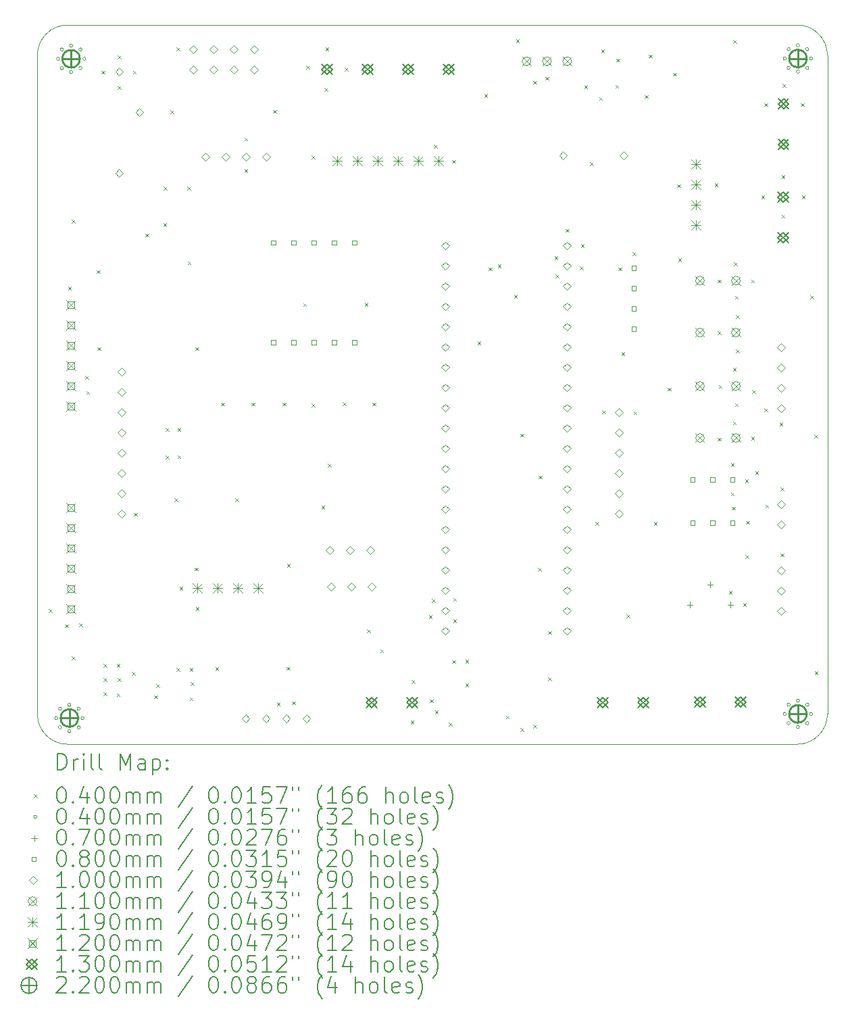
<source format=gbr>
%TF.GenerationSoftware,KiCad,Pcbnew,8.0.1*%
%TF.CreationDate,2024-04-14T14:54:33-03:00*%
%TF.ProjectId,Shield STM32 Bluepill,53686965-6c64-4205-9354-4d333220426c,0.0*%
%TF.SameCoordinates,Original*%
%TF.FileFunction,Drillmap*%
%TF.FilePolarity,Positive*%
%FSLAX45Y45*%
G04 Gerber Fmt 4.5, Leading zero omitted, Abs format (unit mm)*
G04 Created by KiCad (PCBNEW 8.0.1) date 2024-04-14 14:54:33*
%MOMM*%
%LPD*%
G01*
G04 APERTURE LIST*
%ADD10C,0.100000*%
%ADD11C,0.200000*%
%ADD12C,0.110000*%
%ADD13C,0.119000*%
%ADD14C,0.120000*%
%ADD15C,0.130000*%
%ADD16C,0.220000*%
G04 APERTURE END LIST*
D10*
X21080000Y-2670000D02*
G75*
G02*
X21460000Y-3050000I0J-380000D01*
G01*
X21460000Y-11300000D02*
G75*
G02*
X21080000Y-11680000I-380000J0D01*
G01*
X11940000Y-11680000D02*
G75*
G02*
X11560000Y-11300000I0J380000D01*
G01*
X11940000Y-11680000D02*
X21080000Y-11680000D01*
X11560000Y-3050000D02*
X11560000Y-11300000D01*
X11560000Y-3050000D02*
G75*
G02*
X11940000Y-2670000I380000J0D01*
G01*
X21080000Y-2670000D02*
X11940000Y-2670000D01*
X21460000Y-11300000D02*
X21460000Y-3050000D01*
D11*
D10*
X11702100Y-9987600D02*
X11742100Y-10027600D01*
X11742100Y-9987600D02*
X11702100Y-10027600D01*
X11905300Y-10178100D02*
X11945300Y-10218100D01*
X11945300Y-10178100D02*
X11905300Y-10218100D01*
X11943400Y-5949000D02*
X11983400Y-5989000D01*
X11983400Y-5949000D02*
X11943400Y-5989000D01*
X11990000Y-5110000D02*
X12030000Y-5150000D01*
X12030000Y-5110000D02*
X11990000Y-5150000D01*
X11992000Y-10582000D02*
X12032000Y-10622000D01*
X12032000Y-10582000D02*
X11992000Y-10622000D01*
X12083100Y-10165400D02*
X12123100Y-10205400D01*
X12123100Y-10165400D02*
X12083100Y-10205400D01*
X12159300Y-7066600D02*
X12199300Y-7106600D01*
X12199300Y-7066600D02*
X12159300Y-7106600D01*
X12172000Y-7257100D02*
X12212000Y-7297100D01*
X12212000Y-7257100D02*
X12172000Y-7297100D01*
X12301000Y-5741000D02*
X12341000Y-5781000D01*
X12341000Y-5741000D02*
X12301000Y-5781000D01*
X12314000Y-6707000D02*
X12354000Y-6747000D01*
X12354000Y-6707000D02*
X12314000Y-6747000D01*
X12362500Y-3243900D02*
X12402500Y-3283900D01*
X12402500Y-3243900D02*
X12362500Y-3283900D01*
X12387900Y-10673400D02*
X12427900Y-10713400D01*
X12427900Y-10673400D02*
X12387900Y-10713400D01*
X12387900Y-10851200D02*
X12427900Y-10891200D01*
X12427900Y-10851200D02*
X12387900Y-10891200D01*
X12387900Y-11029000D02*
X12427900Y-11069000D01*
X12427900Y-11029000D02*
X12387900Y-11069000D01*
X12553000Y-10673400D02*
X12593000Y-10713400D01*
X12593000Y-10673400D02*
X12553000Y-10713400D01*
X12553000Y-11041700D02*
X12593000Y-11081700D01*
X12593000Y-11041700D02*
X12553000Y-11081700D01*
X12565700Y-3053400D02*
X12605700Y-3093400D01*
X12605700Y-3053400D02*
X12565700Y-3093400D01*
X12565700Y-3434400D02*
X12605700Y-3474400D01*
X12605700Y-3434400D02*
X12565700Y-3474400D01*
X12565700Y-10851200D02*
X12605700Y-10891200D01*
X12605700Y-10851200D02*
X12565700Y-10891200D01*
X12743500Y-10775000D02*
X12783500Y-10815000D01*
X12783500Y-10775000D02*
X12743500Y-10815000D01*
X12756200Y-3243900D02*
X12796200Y-3283900D01*
X12796200Y-3243900D02*
X12756200Y-3283900D01*
X12768900Y-8781100D02*
X12808900Y-8821100D01*
X12808900Y-8781100D02*
X12768900Y-8821100D01*
X12911000Y-5283000D02*
X12951000Y-5323000D01*
X12951000Y-5283000D02*
X12911000Y-5323000D01*
X13022900Y-11067100D02*
X13062900Y-11107100D01*
X13062900Y-11067100D02*
X13022900Y-11107100D01*
X13048300Y-10927400D02*
X13088300Y-10967400D01*
X13088300Y-10927400D02*
X13048300Y-10967400D01*
X13138000Y-5155000D02*
X13178000Y-5195000D01*
X13178000Y-5155000D02*
X13138000Y-5195000D01*
X13143000Y-4695000D02*
X13183000Y-4735000D01*
X13183000Y-4695000D02*
X13143000Y-4735000D01*
X13165000Y-8067500D02*
X13205000Y-8107500D01*
X13205000Y-8067500D02*
X13165000Y-8107500D01*
X13166000Y-7720000D02*
X13206000Y-7760000D01*
X13206000Y-7720000D02*
X13166000Y-7760000D01*
X13226100Y-3739200D02*
X13266100Y-3779200D01*
X13266100Y-3739200D02*
X13226100Y-3779200D01*
X13275000Y-8600000D02*
X13315000Y-8640000D01*
X13315000Y-8600000D02*
X13275000Y-8640000D01*
X13302300Y-2951800D02*
X13342300Y-2991800D01*
X13342300Y-2951800D02*
X13302300Y-2991800D01*
X13302300Y-10724200D02*
X13342300Y-10764200D01*
X13342300Y-10724200D02*
X13302300Y-10764200D01*
X13315000Y-7719000D02*
X13355000Y-7759000D01*
X13355000Y-7719000D02*
X13315000Y-7759000D01*
X13315000Y-8060000D02*
X13355000Y-8100000D01*
X13355000Y-8060000D02*
X13315000Y-8100000D01*
X13340400Y-9708200D02*
X13380400Y-9748200D01*
X13380400Y-9708200D02*
X13340400Y-9748200D01*
X13441000Y-4694000D02*
X13481000Y-4734000D01*
X13481000Y-4694000D02*
X13441000Y-4734000D01*
X13442000Y-5631000D02*
X13482000Y-5671000D01*
X13482000Y-5631000D02*
X13442000Y-5671000D01*
X13467400Y-10724200D02*
X13507400Y-10764200D01*
X13507400Y-10724200D02*
X13467400Y-10764200D01*
X13467400Y-11092500D02*
X13507400Y-11132500D01*
X13507400Y-11092500D02*
X13467400Y-11132500D01*
X13480100Y-10902000D02*
X13520100Y-10942000D01*
X13520100Y-10902000D02*
X13480100Y-10942000D01*
X13530900Y-9466900D02*
X13570900Y-9506900D01*
X13570900Y-9466900D02*
X13530900Y-9506900D01*
X13538000Y-6707000D02*
X13578000Y-6747000D01*
X13578000Y-6707000D02*
X13538000Y-6747000D01*
X13543600Y-9962200D02*
X13583600Y-10002200D01*
X13583600Y-9962200D02*
X13543600Y-10002200D01*
X13790000Y-10715000D02*
X13830000Y-10755000D01*
X13830000Y-10715000D02*
X13790000Y-10755000D01*
X13862500Y-7400000D02*
X13902500Y-7440000D01*
X13902500Y-7400000D02*
X13862500Y-7440000D01*
X14040000Y-8600000D02*
X14080000Y-8640000D01*
X14080000Y-8600000D02*
X14040000Y-8640000D01*
X14153200Y-4082100D02*
X14193200Y-4122100D01*
X14193200Y-4082100D02*
X14153200Y-4122100D01*
X14153200Y-4475800D02*
X14193200Y-4515800D01*
X14193200Y-4475800D02*
X14153200Y-4515800D01*
X14240000Y-7400000D02*
X14280000Y-7440000D01*
X14280000Y-7400000D02*
X14240000Y-7440000D01*
X14515000Y-3735000D02*
X14555000Y-3775000D01*
X14555000Y-3735000D02*
X14515000Y-3775000D01*
X14559600Y-11156000D02*
X14599600Y-11196000D01*
X14599600Y-11156000D02*
X14559600Y-11196000D01*
X14635000Y-7400000D02*
X14675000Y-7440000D01*
X14675000Y-7400000D02*
X14635000Y-7440000D01*
X14685000Y-10710000D02*
X14725000Y-10750000D01*
X14725000Y-10710000D02*
X14685000Y-10750000D01*
X14687500Y-9420000D02*
X14727500Y-9460000D01*
X14727500Y-9420000D02*
X14687500Y-9460000D01*
X14750100Y-11143300D02*
X14790100Y-11183300D01*
X14790100Y-11143300D02*
X14750100Y-11183300D01*
X14890000Y-6155000D02*
X14930000Y-6195000D01*
X14930000Y-6155000D02*
X14890000Y-6195000D01*
X14927900Y-3180400D02*
X14967900Y-3220400D01*
X14967900Y-3180400D02*
X14927900Y-3220400D01*
X14997500Y-4305000D02*
X15037500Y-4345000D01*
X15037500Y-4305000D02*
X14997500Y-4345000D01*
X14997500Y-7410000D02*
X15037500Y-7450000D01*
X15037500Y-7410000D02*
X14997500Y-7450000D01*
X15118400Y-8692200D02*
X15158400Y-8732200D01*
X15158400Y-8692200D02*
X15118400Y-8732200D01*
X15156500Y-3459800D02*
X15196500Y-3499800D01*
X15196500Y-3459800D02*
X15156500Y-3499800D01*
X15169200Y-2951800D02*
X15209200Y-2991800D01*
X15209200Y-2951800D02*
X15169200Y-2991800D01*
X15197140Y-8164640D02*
X15237140Y-8204640D01*
X15237140Y-8164640D02*
X15197140Y-8204640D01*
X15386250Y-7396250D02*
X15426250Y-7436250D01*
X15426250Y-7396250D02*
X15386250Y-7436250D01*
X15410500Y-3205800D02*
X15450500Y-3245800D01*
X15450500Y-3205800D02*
X15410500Y-3245800D01*
X15660000Y-6152500D02*
X15700000Y-6192500D01*
X15700000Y-6152500D02*
X15660000Y-6192500D01*
X15692500Y-10242500D02*
X15732500Y-10282500D01*
X15732500Y-10242500D02*
X15692500Y-10282500D01*
X15760000Y-7400000D02*
X15800000Y-7440000D01*
X15800000Y-7400000D02*
X15760000Y-7440000D01*
X15855000Y-10490000D02*
X15895000Y-10530000D01*
X15895000Y-10490000D02*
X15855000Y-10530000D01*
X16236000Y-11384600D02*
X16276000Y-11424600D01*
X16276000Y-11384600D02*
X16236000Y-11424600D01*
X16248700Y-10876600D02*
X16288700Y-10916600D01*
X16288700Y-10876600D02*
X16248700Y-10916600D01*
X16464600Y-10063800D02*
X16504600Y-10103800D01*
X16504600Y-10063800D02*
X16464600Y-10103800D01*
X16477300Y-11117900D02*
X16517300Y-11157900D01*
X16517300Y-11117900D02*
X16477300Y-11157900D01*
X16502700Y-9860600D02*
X16542700Y-9900600D01*
X16542700Y-9860600D02*
X16502700Y-9900600D01*
X16528100Y-4171000D02*
X16568100Y-4211000D01*
X16568100Y-4171000D02*
X16528100Y-4211000D01*
X16540800Y-11257600D02*
X16580800Y-11297600D01*
X16580800Y-11257600D02*
X16540800Y-11297600D01*
X16715000Y-11410000D02*
X16755000Y-11450000D01*
X16755000Y-11410000D02*
X16715000Y-11450000D01*
X16756700Y-4361500D02*
X16796700Y-4401500D01*
X16796700Y-4361500D02*
X16756700Y-4401500D01*
X16760000Y-10625000D02*
X16800000Y-10665000D01*
X16800000Y-10625000D02*
X16760000Y-10665000D01*
X16769400Y-9847900D02*
X16809400Y-9887900D01*
X16809400Y-9847900D02*
X16769400Y-9887900D01*
X16769400Y-10114600D02*
X16809400Y-10154600D01*
X16809400Y-10114600D02*
X16769400Y-10154600D01*
X16921800Y-10622600D02*
X16961800Y-10662600D01*
X16961800Y-10622600D02*
X16921800Y-10662600D01*
X16921800Y-10915000D02*
X16961800Y-10955000D01*
X16961800Y-10915000D02*
X16921800Y-10955000D01*
X17074200Y-6634800D02*
X17114200Y-6674800D01*
X17114200Y-6634800D02*
X17074200Y-6674800D01*
X17160000Y-3537500D02*
X17200000Y-3577500D01*
X17200000Y-3537500D02*
X17160000Y-3577500D01*
X17213900Y-5707700D02*
X17253900Y-5747700D01*
X17253900Y-5707700D02*
X17213900Y-5747700D01*
X17328200Y-5669600D02*
X17368200Y-5709600D01*
X17368200Y-5669600D02*
X17328200Y-5709600D01*
X17429800Y-11321100D02*
X17469800Y-11361100D01*
X17469800Y-11321100D02*
X17429800Y-11361100D01*
X17531400Y-6050600D02*
X17571400Y-6090600D01*
X17571400Y-6050600D02*
X17531400Y-6090600D01*
X17556800Y-2850200D02*
X17596800Y-2890200D01*
X17596800Y-2850200D02*
X17556800Y-2890200D01*
X17610000Y-11475950D02*
X17650000Y-11515950D01*
X17650000Y-11475950D02*
X17610000Y-11515950D01*
X17612500Y-7790000D02*
X17652500Y-7830000D01*
X17652500Y-7790000D02*
X17612500Y-7830000D01*
X17772700Y-3370900D02*
X17812700Y-3410900D01*
X17812700Y-3370900D02*
X17772700Y-3410900D01*
X17772700Y-11435400D02*
X17812700Y-11475400D01*
X17812700Y-11435400D02*
X17772700Y-11475400D01*
X17832500Y-9472500D02*
X17872500Y-9512500D01*
X17872500Y-9472500D02*
X17832500Y-9512500D01*
X17840000Y-8315000D02*
X17880000Y-8355000D01*
X17880000Y-8315000D02*
X17840000Y-8355000D01*
X17925100Y-3320100D02*
X17965100Y-3360100D01*
X17965100Y-3320100D02*
X17925100Y-3360100D01*
X17960000Y-10262500D02*
X18000000Y-10302500D01*
X18000000Y-10262500D02*
X17960000Y-10302500D01*
X17960000Y-10839050D02*
X18000000Y-10879050D01*
X18000000Y-10839050D02*
X17960000Y-10879050D01*
X18039400Y-5568000D02*
X18079400Y-5608000D01*
X18079400Y-5568000D02*
X18039400Y-5608000D01*
X18052100Y-5796600D02*
X18092100Y-5836600D01*
X18092100Y-5796600D02*
X18052100Y-5836600D01*
X18179100Y-5225100D02*
X18219100Y-5265100D01*
X18219100Y-5225100D02*
X18179100Y-5265100D01*
X18356900Y-5695000D02*
X18396900Y-5735000D01*
X18396900Y-5695000D02*
X18356900Y-5735000D01*
X18369600Y-5415600D02*
X18409600Y-5455600D01*
X18409600Y-5415600D02*
X18369600Y-5455600D01*
X18412550Y-3426550D02*
X18452550Y-3466550D01*
X18452550Y-3426550D02*
X18412550Y-3466550D01*
X18485000Y-4390000D02*
X18525000Y-4430000D01*
X18525000Y-4390000D02*
X18485000Y-4430000D01*
X18552500Y-8897500D02*
X18592500Y-8937500D01*
X18592500Y-8897500D02*
X18552500Y-8937500D01*
X18598200Y-3574100D02*
X18638200Y-3614100D01*
X18638200Y-3574100D02*
X18598200Y-3614100D01*
X18623600Y-2977200D02*
X18663600Y-3017200D01*
X18663600Y-2977200D02*
X18623600Y-3017200D01*
X18636300Y-7498400D02*
X18676300Y-7538400D01*
X18676300Y-7498400D02*
X18636300Y-7538400D01*
X18801400Y-3421700D02*
X18841400Y-3461700D01*
X18841400Y-3421700D02*
X18801400Y-3461700D01*
X18814100Y-3091500D02*
X18854100Y-3131500D01*
X18854100Y-3091500D02*
X18814100Y-3131500D01*
X18839500Y-5707700D02*
X18879500Y-5747700D01*
X18879500Y-5707700D02*
X18839500Y-5747700D01*
X18879000Y-6772000D02*
X18919000Y-6812000D01*
X18919000Y-6772000D02*
X18879000Y-6812000D01*
X18940000Y-10055000D02*
X18980000Y-10095000D01*
X18980000Y-10055000D02*
X18940000Y-10095000D01*
X19017300Y-5517200D02*
X19057300Y-5557200D01*
X19057300Y-5517200D02*
X19017300Y-5557200D01*
X19030000Y-7511100D02*
X19070000Y-7551100D01*
X19070000Y-7511100D02*
X19030000Y-7551100D01*
X19169700Y-3548700D02*
X19209700Y-3588700D01*
X19209700Y-3548700D02*
X19169700Y-3588700D01*
X19220500Y-3040700D02*
X19260500Y-3080700D01*
X19260500Y-3040700D02*
X19220500Y-3080700D01*
X19284000Y-8895400D02*
X19324000Y-8935400D01*
X19324000Y-8895400D02*
X19284000Y-8935400D01*
X19460000Y-7215000D02*
X19500000Y-7255000D01*
X19500000Y-7215000D02*
X19460000Y-7255000D01*
X19525300Y-3269300D02*
X19565300Y-3309300D01*
X19565300Y-3269300D02*
X19525300Y-3309300D01*
X19576100Y-4666300D02*
X19616100Y-4706300D01*
X19616100Y-4666300D02*
X19576100Y-4706300D01*
X19590000Y-5590000D02*
X19630000Y-5630000D01*
X19630000Y-5590000D02*
X19590000Y-5630000D01*
X20046000Y-4653600D02*
X20086000Y-4693600D01*
X20086000Y-4653600D02*
X20046000Y-4693600D01*
X20084100Y-5860100D02*
X20124100Y-5900100D01*
X20124100Y-5860100D02*
X20084100Y-5900100D01*
X20084100Y-6507800D02*
X20124100Y-6547800D01*
X20124100Y-6507800D02*
X20084100Y-6547800D01*
X20084100Y-7841300D02*
X20124100Y-7881300D01*
X20124100Y-7841300D02*
X20084100Y-7881300D01*
X20096800Y-7180900D02*
X20136800Y-7220900D01*
X20136800Y-7180900D02*
X20096800Y-7220900D01*
X20223800Y-9759000D02*
X20263800Y-9799000D01*
X20263800Y-9759000D02*
X20223800Y-9799000D01*
X20249200Y-8158800D02*
X20289200Y-8198800D01*
X20289200Y-8158800D02*
X20249200Y-8198800D01*
X20249200Y-8527100D02*
X20289200Y-8567100D01*
X20289200Y-8527100D02*
X20249200Y-8567100D01*
X20261900Y-8704900D02*
X20301900Y-8744900D01*
X20301900Y-8704900D02*
X20261900Y-8744900D01*
X20274600Y-6965000D02*
X20314600Y-7005000D01*
X20314600Y-6965000D02*
X20274600Y-7005000D01*
X20274600Y-7638100D02*
X20314600Y-7678100D01*
X20314600Y-7638100D02*
X20274600Y-7678100D01*
X20280000Y-2855000D02*
X20320000Y-2895000D01*
X20320000Y-2855000D02*
X20280000Y-2895000D01*
X20287300Y-5644200D02*
X20327300Y-5684200D01*
X20327300Y-5644200D02*
X20287300Y-5684200D01*
X20300000Y-6063300D02*
X20340000Y-6103300D01*
X20340000Y-6063300D02*
X20300000Y-6103300D01*
X20300000Y-7409500D02*
X20340000Y-7449500D01*
X20340000Y-7409500D02*
X20300000Y-7449500D01*
X20312700Y-6304600D02*
X20352700Y-6344600D01*
X20352700Y-6304600D02*
X20312700Y-6344600D01*
X20312700Y-6736400D02*
X20352700Y-6776400D01*
X20352700Y-6736400D02*
X20312700Y-6776400D01*
X20401600Y-9911400D02*
X20441600Y-9951400D01*
X20441600Y-9911400D02*
X20401600Y-9951400D01*
X20427000Y-8362000D02*
X20467000Y-8402000D01*
X20467000Y-8362000D02*
X20427000Y-8402000D01*
X20430000Y-9310000D02*
X20470000Y-9350000D01*
X20470000Y-9310000D02*
X20430000Y-9350000D01*
X20439700Y-8882700D02*
X20479700Y-8922700D01*
X20479700Y-8882700D02*
X20439700Y-8922700D01*
X20503200Y-5860100D02*
X20543200Y-5900100D01*
X20543200Y-5860100D02*
X20503200Y-5900100D01*
X20503200Y-7828600D02*
X20543200Y-7868600D01*
X20543200Y-7828600D02*
X20503200Y-7868600D01*
X20515900Y-7244400D02*
X20555900Y-7284400D01*
X20555900Y-7244400D02*
X20515900Y-7284400D01*
X20554000Y-8260400D02*
X20594000Y-8300400D01*
X20594000Y-8260400D02*
X20554000Y-8300400D01*
X20630200Y-4806000D02*
X20670200Y-4846000D01*
X20670200Y-4806000D02*
X20630200Y-4846000D01*
X20668300Y-3650300D02*
X20708300Y-3690300D01*
X20708300Y-3650300D02*
X20668300Y-3690300D01*
X20668300Y-7473000D02*
X20708300Y-7513000D01*
X20708300Y-7473000D02*
X20668300Y-7513000D01*
X20681000Y-8679500D02*
X20721000Y-8719500D01*
X20721000Y-8679500D02*
X20681000Y-8719500D01*
X20858800Y-7650800D02*
X20898800Y-7690800D01*
X20898800Y-7650800D02*
X20858800Y-7690800D01*
X20871500Y-8463600D02*
X20911500Y-8503600D01*
X20911500Y-8463600D02*
X20871500Y-8503600D01*
X20871500Y-9289100D02*
X20911500Y-9329100D01*
X20911500Y-9289100D02*
X20871500Y-9329100D01*
X20884200Y-4552000D02*
X20924200Y-4592000D01*
X20924200Y-4552000D02*
X20884200Y-4592000D01*
X20884200Y-5047300D02*
X20924200Y-5087300D01*
X20924200Y-5047300D02*
X20884200Y-5087300D01*
X20896900Y-3409000D02*
X20936900Y-3449000D01*
X20936900Y-3409000D02*
X20896900Y-3449000D01*
X21125500Y-3650300D02*
X21165500Y-3690300D01*
X21165500Y-3650300D02*
X21125500Y-3690300D01*
X21138200Y-4806000D02*
X21178200Y-4846000D01*
X21178200Y-4806000D02*
X21138200Y-4846000D01*
X21138200Y-4806000D02*
X21178200Y-4846000D01*
X21178200Y-4806000D02*
X21138200Y-4846000D01*
X21245000Y-6057500D02*
X21285000Y-6097500D01*
X21285000Y-6057500D02*
X21245000Y-6097500D01*
X21292500Y-7805000D02*
X21332500Y-7845000D01*
X21332500Y-7805000D02*
X21292500Y-7845000D01*
X21300000Y-10765000D02*
X21340000Y-10805000D01*
X21340000Y-10765000D02*
X21300000Y-10805000D01*
X11816027Y-11351427D02*
G75*
G02*
X11776027Y-11351427I-20000J0D01*
G01*
X11776027Y-11351427D02*
G75*
G02*
X11816027Y-11351427I20000J0D01*
G01*
X11838327Y-3093327D02*
G75*
G02*
X11798327Y-3093327I-20000J0D01*
G01*
X11798327Y-3093327D02*
G75*
G02*
X11838327Y-3093327I20000J0D01*
G01*
X11864355Y-11234755D02*
G75*
G02*
X11824355Y-11234755I-20000J0D01*
G01*
X11824355Y-11234755D02*
G75*
G02*
X11864355Y-11234755I20000J0D01*
G01*
X11864355Y-11468100D02*
G75*
G02*
X11824355Y-11468100I-20000J0D01*
G01*
X11824355Y-11468100D02*
G75*
G02*
X11864355Y-11468100I20000J0D01*
G01*
X11886655Y-2976655D02*
G75*
G02*
X11846655Y-2976655I-20000J0D01*
G01*
X11846655Y-2976655D02*
G75*
G02*
X11886655Y-2976655I20000J0D01*
G01*
X11886655Y-3210000D02*
G75*
G02*
X11846655Y-3210000I-20000J0D01*
G01*
X11846655Y-3210000D02*
G75*
G02*
X11886655Y-3210000I20000J0D01*
G01*
X11981027Y-11186427D02*
G75*
G02*
X11941027Y-11186427I-20000J0D01*
G01*
X11941027Y-11186427D02*
G75*
G02*
X11981027Y-11186427I20000J0D01*
G01*
X11981027Y-11516427D02*
G75*
G02*
X11941027Y-11516427I-20000J0D01*
G01*
X11941027Y-11516427D02*
G75*
G02*
X11981027Y-11516427I20000J0D01*
G01*
X12003327Y-2928327D02*
G75*
G02*
X11963327Y-2928327I-20000J0D01*
G01*
X11963327Y-2928327D02*
G75*
G02*
X12003327Y-2928327I20000J0D01*
G01*
X12003327Y-3258327D02*
G75*
G02*
X11963327Y-3258327I-20000J0D01*
G01*
X11963327Y-3258327D02*
G75*
G02*
X12003327Y-3258327I20000J0D01*
G01*
X12097700Y-11234755D02*
G75*
G02*
X12057700Y-11234755I-20000J0D01*
G01*
X12057700Y-11234755D02*
G75*
G02*
X12097700Y-11234755I20000J0D01*
G01*
X12097700Y-11468100D02*
G75*
G02*
X12057700Y-11468100I-20000J0D01*
G01*
X12057700Y-11468100D02*
G75*
G02*
X12097700Y-11468100I20000J0D01*
G01*
X12120000Y-2976655D02*
G75*
G02*
X12080000Y-2976655I-20000J0D01*
G01*
X12080000Y-2976655D02*
G75*
G02*
X12120000Y-2976655I20000J0D01*
G01*
X12120000Y-3210000D02*
G75*
G02*
X12080000Y-3210000I-20000J0D01*
G01*
X12080000Y-3210000D02*
G75*
G02*
X12120000Y-3210000I20000J0D01*
G01*
X12146027Y-11351427D02*
G75*
G02*
X12106027Y-11351427I-20000J0D01*
G01*
X12106027Y-11351427D02*
G75*
G02*
X12146027Y-11351427I20000J0D01*
G01*
X12168327Y-3093327D02*
G75*
G02*
X12128327Y-3093327I-20000J0D01*
G01*
X12128327Y-3093327D02*
G75*
G02*
X12168327Y-3093327I20000J0D01*
G01*
X20945000Y-3090000D02*
G75*
G02*
X20905000Y-3090000I-20000J0D01*
G01*
X20905000Y-3090000D02*
G75*
G02*
X20945000Y-3090000I20000J0D01*
G01*
X20945000Y-11300000D02*
G75*
G02*
X20905000Y-11300000I-20000J0D01*
G01*
X20905000Y-11300000D02*
G75*
G02*
X20945000Y-11300000I20000J0D01*
G01*
X20993327Y-2973327D02*
G75*
G02*
X20953327Y-2973327I-20000J0D01*
G01*
X20953327Y-2973327D02*
G75*
G02*
X20993327Y-2973327I20000J0D01*
G01*
X20993327Y-3206673D02*
G75*
G02*
X20953327Y-3206673I-20000J0D01*
G01*
X20953327Y-3206673D02*
G75*
G02*
X20993327Y-3206673I20000J0D01*
G01*
X20993327Y-11183327D02*
G75*
G02*
X20953327Y-11183327I-20000J0D01*
G01*
X20953327Y-11183327D02*
G75*
G02*
X20993327Y-11183327I20000J0D01*
G01*
X20993327Y-11416673D02*
G75*
G02*
X20953327Y-11416673I-20000J0D01*
G01*
X20953327Y-11416673D02*
G75*
G02*
X20993327Y-11416673I20000J0D01*
G01*
X21110000Y-2925000D02*
G75*
G02*
X21070000Y-2925000I-20000J0D01*
G01*
X21070000Y-2925000D02*
G75*
G02*
X21110000Y-2925000I20000J0D01*
G01*
X21110000Y-3255000D02*
G75*
G02*
X21070000Y-3255000I-20000J0D01*
G01*
X21070000Y-3255000D02*
G75*
G02*
X21110000Y-3255000I20000J0D01*
G01*
X21110000Y-11135000D02*
G75*
G02*
X21070000Y-11135000I-20000J0D01*
G01*
X21070000Y-11135000D02*
G75*
G02*
X21110000Y-11135000I20000J0D01*
G01*
X21110000Y-11465000D02*
G75*
G02*
X21070000Y-11465000I-20000J0D01*
G01*
X21070000Y-11465000D02*
G75*
G02*
X21110000Y-11465000I20000J0D01*
G01*
X21226673Y-2973327D02*
G75*
G02*
X21186673Y-2973327I-20000J0D01*
G01*
X21186673Y-2973327D02*
G75*
G02*
X21226673Y-2973327I20000J0D01*
G01*
X21226673Y-3206673D02*
G75*
G02*
X21186673Y-3206673I-20000J0D01*
G01*
X21186673Y-3206673D02*
G75*
G02*
X21226673Y-3206673I20000J0D01*
G01*
X21226673Y-11183327D02*
G75*
G02*
X21186673Y-11183327I-20000J0D01*
G01*
X21186673Y-11183327D02*
G75*
G02*
X21226673Y-11183327I20000J0D01*
G01*
X21226673Y-11416673D02*
G75*
G02*
X21186673Y-11416673I-20000J0D01*
G01*
X21186673Y-11416673D02*
G75*
G02*
X21226673Y-11416673I20000J0D01*
G01*
X21275000Y-3090000D02*
G75*
G02*
X21235000Y-3090000I-20000J0D01*
G01*
X21235000Y-3090000D02*
G75*
G02*
X21275000Y-3090000I20000J0D01*
G01*
X21275000Y-11300000D02*
G75*
G02*
X21235000Y-11300000I-20000J0D01*
G01*
X21235000Y-11300000D02*
G75*
G02*
X21275000Y-11300000I20000J0D01*
G01*
X19735800Y-9896400D02*
X19735800Y-9966400D01*
X19700800Y-9931400D02*
X19770800Y-9931400D01*
X19989800Y-9642400D02*
X19989800Y-9712400D01*
X19954800Y-9677400D02*
X20024800Y-9677400D01*
X20243800Y-9896400D02*
X20243800Y-9966400D01*
X20208800Y-9931400D02*
X20278800Y-9931400D01*
X14546924Y-5425465D02*
X14546924Y-5368896D01*
X14490355Y-5368896D01*
X14490355Y-5425465D01*
X14546924Y-5425465D01*
X14546924Y-6675464D02*
X14546924Y-6618895D01*
X14490355Y-6618895D01*
X14490355Y-6675464D01*
X14546924Y-6675464D01*
X14800924Y-5425465D02*
X14800924Y-5368896D01*
X14744355Y-5368896D01*
X14744355Y-5425465D01*
X14800924Y-5425465D01*
X14800924Y-6675464D02*
X14800924Y-6618895D01*
X14744355Y-6618895D01*
X14744355Y-6675464D01*
X14800924Y-6675464D01*
X15054924Y-5425465D02*
X15054924Y-5368896D01*
X14998355Y-5368896D01*
X14998355Y-5425465D01*
X15054924Y-5425465D01*
X15054924Y-6675464D02*
X15054924Y-6618895D01*
X14998355Y-6618895D01*
X14998355Y-6675464D01*
X15054924Y-6675464D01*
X15308924Y-5425465D02*
X15308924Y-5368896D01*
X15252355Y-5368896D01*
X15252355Y-5425465D01*
X15308924Y-5425465D01*
X15308924Y-6675464D02*
X15308924Y-6618895D01*
X15252355Y-6618895D01*
X15252355Y-6675464D01*
X15308924Y-6675464D01*
X15562924Y-5425465D02*
X15562924Y-5368896D01*
X15506355Y-5368896D01*
X15506355Y-5425465D01*
X15562924Y-5425465D01*
X15562924Y-6675464D02*
X15562924Y-6618895D01*
X15506355Y-6618895D01*
X15506355Y-6675464D01*
X15562924Y-6675464D01*
X19063285Y-5741284D02*
X19063285Y-5684715D01*
X19006716Y-5684715D01*
X19006716Y-5741284D01*
X19063285Y-5741284D01*
X19063285Y-5995284D02*
X19063285Y-5938715D01*
X19006716Y-5938715D01*
X19006716Y-5995284D01*
X19063285Y-5995284D01*
X19063285Y-6249284D02*
X19063285Y-6192715D01*
X19006716Y-6192715D01*
X19006716Y-6249284D01*
X19063285Y-6249284D01*
X19063285Y-6503284D02*
X19063285Y-6446715D01*
X19006716Y-6446715D01*
X19006716Y-6503284D01*
X19063285Y-6503284D01*
X19798485Y-8394285D02*
X19798485Y-8337715D01*
X19741916Y-8337715D01*
X19741916Y-8394285D01*
X19798485Y-8394285D01*
X19798485Y-8934285D02*
X19798485Y-8877716D01*
X19741916Y-8877716D01*
X19741916Y-8934285D01*
X19798485Y-8934285D01*
X20048485Y-8394285D02*
X20048485Y-8337715D01*
X19991916Y-8337715D01*
X19991916Y-8394285D01*
X20048485Y-8394285D01*
X20048485Y-8934285D02*
X20048485Y-8877716D01*
X19991916Y-8877716D01*
X19991916Y-8934285D01*
X20048485Y-8934285D01*
X20298485Y-8394285D02*
X20298485Y-8337715D01*
X20241916Y-8337715D01*
X20241916Y-8394285D01*
X20298485Y-8394285D01*
X20298485Y-8934285D02*
X20298485Y-8877716D01*
X20241916Y-8877716D01*
X20241916Y-8934285D01*
X20298485Y-8934285D01*
X12586000Y-3302000D02*
X12636000Y-3252000D01*
X12586000Y-3202000D01*
X12536000Y-3252000D01*
X12586000Y-3302000D01*
X12586000Y-4572000D02*
X12636000Y-4522000D01*
X12586000Y-4472000D01*
X12536000Y-4522000D01*
X12586000Y-4572000D01*
X12617000Y-7061000D02*
X12667000Y-7011000D01*
X12617000Y-6961000D01*
X12567000Y-7011000D01*
X12617000Y-7061000D01*
X12617000Y-7315000D02*
X12667000Y-7265000D01*
X12617000Y-7215000D01*
X12567000Y-7265000D01*
X12617000Y-7315000D01*
X12617000Y-7569000D02*
X12667000Y-7519000D01*
X12617000Y-7469000D01*
X12567000Y-7519000D01*
X12617000Y-7569000D01*
X12617000Y-7823000D02*
X12667000Y-7773000D01*
X12617000Y-7723000D01*
X12567000Y-7773000D01*
X12617000Y-7823000D01*
X12617000Y-8077000D02*
X12667000Y-8027000D01*
X12617000Y-7977000D01*
X12567000Y-8027000D01*
X12617000Y-8077000D01*
X12617000Y-8331000D02*
X12667000Y-8281000D01*
X12617000Y-8231000D01*
X12567000Y-8281000D01*
X12617000Y-8331000D01*
X12617000Y-8585000D02*
X12667000Y-8535000D01*
X12617000Y-8485000D01*
X12567000Y-8535000D01*
X12617000Y-8585000D01*
X12617000Y-8839000D02*
X12667000Y-8789000D01*
X12617000Y-8739000D01*
X12567000Y-8789000D01*
X12617000Y-8839000D01*
X12840000Y-3810000D02*
X12890000Y-3760000D01*
X12840000Y-3710000D01*
X12790000Y-3760000D01*
X12840000Y-3810000D01*
X13512800Y-3021800D02*
X13562800Y-2971800D01*
X13512800Y-2921800D01*
X13462800Y-2971800D01*
X13512800Y-3021800D01*
X13512800Y-3275800D02*
X13562800Y-3225800D01*
X13512800Y-3175800D01*
X13462800Y-3225800D01*
X13512800Y-3275800D01*
X13665200Y-4368000D02*
X13715200Y-4318000D01*
X13665200Y-4268000D01*
X13615200Y-4318000D01*
X13665200Y-4368000D01*
X13766800Y-3021800D02*
X13816800Y-2971800D01*
X13766800Y-2921800D01*
X13716800Y-2971800D01*
X13766800Y-3021800D01*
X13766800Y-3275800D02*
X13816800Y-3225800D01*
X13766800Y-3175800D01*
X13716800Y-3225800D01*
X13766800Y-3275800D01*
X13919200Y-4368000D02*
X13969200Y-4318000D01*
X13919200Y-4268000D01*
X13869200Y-4318000D01*
X13919200Y-4368000D01*
X14020800Y-3021800D02*
X14070800Y-2971800D01*
X14020800Y-2921800D01*
X13970800Y-2971800D01*
X14020800Y-3021800D01*
X14020800Y-3275800D02*
X14070800Y-3225800D01*
X14020800Y-3175800D01*
X13970800Y-3225800D01*
X14020800Y-3275800D01*
X14170200Y-11403800D02*
X14220200Y-11353800D01*
X14170200Y-11303800D01*
X14120200Y-11353800D01*
X14170200Y-11403800D01*
X14173200Y-4368000D02*
X14223200Y-4318000D01*
X14173200Y-4268000D01*
X14123200Y-4318000D01*
X14173200Y-4368000D01*
X14274800Y-3021800D02*
X14324800Y-2971800D01*
X14274800Y-2921800D01*
X14224800Y-2971800D01*
X14274800Y-3021800D01*
X14274800Y-3275800D02*
X14324800Y-3225800D01*
X14274800Y-3175800D01*
X14224800Y-3225800D01*
X14274800Y-3275800D01*
X14424200Y-11403800D02*
X14474200Y-11353800D01*
X14424200Y-11303800D01*
X14374200Y-11353800D01*
X14424200Y-11403800D01*
X14427200Y-4368000D02*
X14477200Y-4318000D01*
X14427200Y-4268000D01*
X14377200Y-4318000D01*
X14427200Y-4368000D01*
X14678200Y-11403800D02*
X14728200Y-11353800D01*
X14678200Y-11303800D01*
X14628200Y-11353800D01*
X14678200Y-11403800D01*
X14932200Y-11403800D02*
X14982200Y-11353800D01*
X14932200Y-11303800D01*
X14882200Y-11353800D01*
X14932200Y-11403800D01*
X15225800Y-9295600D02*
X15275800Y-9245600D01*
X15225800Y-9195600D01*
X15175800Y-9245600D01*
X15225800Y-9295600D01*
X15240000Y-9752800D02*
X15290000Y-9702800D01*
X15240000Y-9652800D01*
X15190000Y-9702800D01*
X15240000Y-9752800D01*
X15479800Y-9295600D02*
X15529800Y-9245600D01*
X15479800Y-9195600D01*
X15429800Y-9245600D01*
X15479800Y-9295600D01*
X15494000Y-9752800D02*
X15544000Y-9702800D01*
X15494000Y-9652800D01*
X15444000Y-9702800D01*
X15494000Y-9752800D01*
X15733800Y-9295600D02*
X15783800Y-9245600D01*
X15733800Y-9195600D01*
X15683800Y-9245600D01*
X15733800Y-9295600D01*
X15748000Y-9752800D02*
X15798000Y-9702800D01*
X15748000Y-9652800D01*
X15698000Y-9702800D01*
X15748000Y-9752800D01*
X16673500Y-5484500D02*
X16723500Y-5434500D01*
X16673500Y-5384500D01*
X16623500Y-5434500D01*
X16673500Y-5484500D01*
X16673500Y-5738500D02*
X16723500Y-5688500D01*
X16673500Y-5638500D01*
X16623500Y-5688500D01*
X16673500Y-5738500D01*
X16673500Y-5992500D02*
X16723500Y-5942500D01*
X16673500Y-5892500D01*
X16623500Y-5942500D01*
X16673500Y-5992500D01*
X16673500Y-6246500D02*
X16723500Y-6196500D01*
X16673500Y-6146500D01*
X16623500Y-6196500D01*
X16673500Y-6246500D01*
X16673500Y-6500500D02*
X16723500Y-6450500D01*
X16673500Y-6400500D01*
X16623500Y-6450500D01*
X16673500Y-6500500D01*
X16673500Y-6754500D02*
X16723500Y-6704500D01*
X16673500Y-6654500D01*
X16623500Y-6704500D01*
X16673500Y-6754500D01*
X16673500Y-7008500D02*
X16723500Y-6958500D01*
X16673500Y-6908500D01*
X16623500Y-6958500D01*
X16673500Y-7008500D01*
X16673500Y-7262500D02*
X16723500Y-7212500D01*
X16673500Y-7162500D01*
X16623500Y-7212500D01*
X16673500Y-7262500D01*
X16673500Y-7516500D02*
X16723500Y-7466500D01*
X16673500Y-7416500D01*
X16623500Y-7466500D01*
X16673500Y-7516500D01*
X16673500Y-7770500D02*
X16723500Y-7720500D01*
X16673500Y-7670500D01*
X16623500Y-7720500D01*
X16673500Y-7770500D01*
X16673500Y-8024500D02*
X16723500Y-7974500D01*
X16673500Y-7924500D01*
X16623500Y-7974500D01*
X16673500Y-8024500D01*
X16673500Y-8278500D02*
X16723500Y-8228500D01*
X16673500Y-8178500D01*
X16623500Y-8228500D01*
X16673500Y-8278500D01*
X16673500Y-8532500D02*
X16723500Y-8482500D01*
X16673500Y-8432500D01*
X16623500Y-8482500D01*
X16673500Y-8532500D01*
X16673500Y-8786500D02*
X16723500Y-8736500D01*
X16673500Y-8686500D01*
X16623500Y-8736500D01*
X16673500Y-8786500D01*
X16673500Y-9040500D02*
X16723500Y-8990500D01*
X16673500Y-8940500D01*
X16623500Y-8990500D01*
X16673500Y-9040500D01*
X16673500Y-9294500D02*
X16723500Y-9244500D01*
X16673500Y-9194500D01*
X16623500Y-9244500D01*
X16673500Y-9294500D01*
X16673500Y-9548500D02*
X16723500Y-9498500D01*
X16673500Y-9448500D01*
X16623500Y-9498500D01*
X16673500Y-9548500D01*
X16673500Y-9802500D02*
X16723500Y-9752500D01*
X16673500Y-9702500D01*
X16623500Y-9752500D01*
X16673500Y-9802500D01*
X16673500Y-10056500D02*
X16723500Y-10006500D01*
X16673500Y-9956500D01*
X16623500Y-10006500D01*
X16673500Y-10056500D01*
X16673500Y-10310500D02*
X16723500Y-10260500D01*
X16673500Y-10210500D01*
X16623500Y-10260500D01*
X16673500Y-10310500D01*
X18148300Y-4355300D02*
X18198300Y-4305300D01*
X18148300Y-4255300D01*
X18098300Y-4305300D01*
X18148300Y-4355300D01*
X18197500Y-5484500D02*
X18247500Y-5434500D01*
X18197500Y-5384500D01*
X18147500Y-5434500D01*
X18197500Y-5484500D01*
X18197500Y-5738500D02*
X18247500Y-5688500D01*
X18197500Y-5638500D01*
X18147500Y-5688500D01*
X18197500Y-5738500D01*
X18197500Y-5992500D02*
X18247500Y-5942500D01*
X18197500Y-5892500D01*
X18147500Y-5942500D01*
X18197500Y-5992500D01*
X18197500Y-6246500D02*
X18247500Y-6196500D01*
X18197500Y-6146500D01*
X18147500Y-6196500D01*
X18197500Y-6246500D01*
X18197500Y-6500500D02*
X18247500Y-6450500D01*
X18197500Y-6400500D01*
X18147500Y-6450500D01*
X18197500Y-6500500D01*
X18197500Y-6754500D02*
X18247500Y-6704500D01*
X18197500Y-6654500D01*
X18147500Y-6704500D01*
X18197500Y-6754500D01*
X18197500Y-7008500D02*
X18247500Y-6958500D01*
X18197500Y-6908500D01*
X18147500Y-6958500D01*
X18197500Y-7008500D01*
X18197500Y-7262500D02*
X18247500Y-7212500D01*
X18197500Y-7162500D01*
X18147500Y-7212500D01*
X18197500Y-7262500D01*
X18197500Y-7516500D02*
X18247500Y-7466500D01*
X18197500Y-7416500D01*
X18147500Y-7466500D01*
X18197500Y-7516500D01*
X18197500Y-7770500D02*
X18247500Y-7720500D01*
X18197500Y-7670500D01*
X18147500Y-7720500D01*
X18197500Y-7770500D01*
X18197500Y-8024500D02*
X18247500Y-7974500D01*
X18197500Y-7924500D01*
X18147500Y-7974500D01*
X18197500Y-8024500D01*
X18197500Y-8278500D02*
X18247500Y-8228500D01*
X18197500Y-8178500D01*
X18147500Y-8228500D01*
X18197500Y-8278500D01*
X18197500Y-8532500D02*
X18247500Y-8482500D01*
X18197500Y-8432500D01*
X18147500Y-8482500D01*
X18197500Y-8532500D01*
X18197500Y-8786500D02*
X18247500Y-8736500D01*
X18197500Y-8686500D01*
X18147500Y-8736500D01*
X18197500Y-8786500D01*
X18197500Y-9040500D02*
X18247500Y-8990500D01*
X18197500Y-8940500D01*
X18147500Y-8990500D01*
X18197500Y-9040500D01*
X18197500Y-9294500D02*
X18247500Y-9244500D01*
X18197500Y-9194500D01*
X18147500Y-9244500D01*
X18197500Y-9294500D01*
X18197500Y-9548500D02*
X18247500Y-9498500D01*
X18197500Y-9448500D01*
X18147500Y-9498500D01*
X18197500Y-9548500D01*
X18197500Y-9802500D02*
X18247500Y-9752500D01*
X18197500Y-9702500D01*
X18147500Y-9752500D01*
X18197500Y-9802500D01*
X18197500Y-10056500D02*
X18247500Y-10006500D01*
X18197500Y-9956500D01*
X18147500Y-10006500D01*
X18197500Y-10056500D01*
X18197500Y-10310500D02*
X18247500Y-10260500D01*
X18197500Y-10210500D01*
X18147500Y-10260500D01*
X18197500Y-10310500D01*
X18846800Y-7568400D02*
X18896800Y-7518400D01*
X18846800Y-7468400D01*
X18796800Y-7518400D01*
X18846800Y-7568400D01*
X18846800Y-7822400D02*
X18896800Y-7772400D01*
X18846800Y-7722400D01*
X18796800Y-7772400D01*
X18846800Y-7822400D01*
X18846800Y-8076400D02*
X18896800Y-8026400D01*
X18846800Y-7976400D01*
X18796800Y-8026400D01*
X18846800Y-8076400D01*
X18846800Y-8330400D02*
X18896800Y-8280400D01*
X18846800Y-8230400D01*
X18796800Y-8280400D01*
X18846800Y-8330400D01*
X18846800Y-8584400D02*
X18896800Y-8534400D01*
X18846800Y-8484400D01*
X18796800Y-8534400D01*
X18846800Y-8584400D01*
X18846800Y-8838400D02*
X18896800Y-8788400D01*
X18846800Y-8738400D01*
X18796800Y-8788400D01*
X18846800Y-8838400D01*
X18908300Y-4355300D02*
X18958300Y-4305300D01*
X18908300Y-4255300D01*
X18858300Y-4305300D01*
X18908300Y-4355300D01*
X20878800Y-6755600D02*
X20928800Y-6705600D01*
X20878800Y-6655600D01*
X20828800Y-6705600D01*
X20878800Y-6755600D01*
X20878800Y-7009600D02*
X20928800Y-6959600D01*
X20878800Y-6909600D01*
X20828800Y-6959600D01*
X20878800Y-7009600D01*
X20878800Y-7263600D02*
X20928800Y-7213600D01*
X20878800Y-7163600D01*
X20828800Y-7213600D01*
X20878800Y-7263600D01*
X20878800Y-7517600D02*
X20928800Y-7467600D01*
X20878800Y-7417600D01*
X20828800Y-7467600D01*
X20878800Y-7517600D01*
X20878800Y-8724100D02*
X20928800Y-8674100D01*
X20878800Y-8624100D01*
X20828800Y-8674100D01*
X20878800Y-8724100D01*
X20878800Y-8978100D02*
X20928800Y-8928100D01*
X20878800Y-8878100D01*
X20828800Y-8928100D01*
X20878800Y-8978100D01*
X20878800Y-9554000D02*
X20928800Y-9504000D01*
X20878800Y-9454000D01*
X20828800Y-9504000D01*
X20878800Y-9554000D01*
X20878800Y-9808000D02*
X20928800Y-9758000D01*
X20878800Y-9708000D01*
X20828800Y-9758000D01*
X20878800Y-9808000D01*
X20878800Y-10062000D02*
X20928800Y-10012000D01*
X20878800Y-9962000D01*
X20828800Y-10012000D01*
X20878800Y-10062000D01*
D12*
X17636100Y-3069200D02*
X17746100Y-3179200D01*
X17746100Y-3069200D02*
X17636100Y-3179200D01*
X17746100Y-3124200D02*
G75*
G02*
X17636100Y-3124200I-55000J0D01*
G01*
X17636100Y-3124200D02*
G75*
G02*
X17746100Y-3124200I55000J0D01*
G01*
X17890100Y-3069200D02*
X18000100Y-3179200D01*
X18000100Y-3069200D02*
X17890100Y-3179200D01*
X18000100Y-3124200D02*
G75*
G02*
X17890100Y-3124200I-55000J0D01*
G01*
X17890100Y-3124200D02*
G75*
G02*
X18000100Y-3124200I55000J0D01*
G01*
X18144100Y-3069200D02*
X18254100Y-3179200D01*
X18254100Y-3069200D02*
X18144100Y-3179200D01*
X18254100Y-3124200D02*
G75*
G02*
X18144100Y-3124200I-55000J0D01*
G01*
X18144100Y-3124200D02*
G75*
G02*
X18254100Y-3124200I55000J0D01*
G01*
X19807800Y-5817600D02*
X19917800Y-5927600D01*
X19917800Y-5817600D02*
X19807800Y-5927600D01*
X19917800Y-5872600D02*
G75*
G02*
X19807800Y-5872600I-55000J0D01*
G01*
X19807800Y-5872600D02*
G75*
G02*
X19917800Y-5872600I55000J0D01*
G01*
X19807800Y-6467600D02*
X19917800Y-6577600D01*
X19917800Y-6467600D02*
X19807800Y-6577600D01*
X19917800Y-6522600D02*
G75*
G02*
X19807800Y-6522600I-55000J0D01*
G01*
X19807800Y-6522600D02*
G75*
G02*
X19917800Y-6522600I55000J0D01*
G01*
X19807800Y-7138400D02*
X19917800Y-7248400D01*
X19917800Y-7138400D02*
X19807800Y-7248400D01*
X19917800Y-7193400D02*
G75*
G02*
X19807800Y-7193400I-55000J0D01*
G01*
X19807800Y-7193400D02*
G75*
G02*
X19917800Y-7193400I55000J0D01*
G01*
X19807800Y-7788400D02*
X19917800Y-7898400D01*
X19917800Y-7788400D02*
X19807800Y-7898400D01*
X19917800Y-7843400D02*
G75*
G02*
X19807800Y-7843400I-55000J0D01*
G01*
X19807800Y-7843400D02*
G75*
G02*
X19917800Y-7843400I55000J0D01*
G01*
X20257800Y-5817600D02*
X20367800Y-5927600D01*
X20367800Y-5817600D02*
X20257800Y-5927600D01*
X20367800Y-5872600D02*
G75*
G02*
X20257800Y-5872600I-55000J0D01*
G01*
X20257800Y-5872600D02*
G75*
G02*
X20367800Y-5872600I55000J0D01*
G01*
X20257800Y-6467600D02*
X20367800Y-6577600D01*
X20367800Y-6467600D02*
X20257800Y-6577600D01*
X20367800Y-6522600D02*
G75*
G02*
X20257800Y-6522600I-55000J0D01*
G01*
X20257800Y-6522600D02*
G75*
G02*
X20367800Y-6522600I55000J0D01*
G01*
X20257800Y-7138400D02*
X20367800Y-7248400D01*
X20367800Y-7138400D02*
X20257800Y-7248400D01*
X20367800Y-7193400D02*
G75*
G02*
X20257800Y-7193400I-55000J0D01*
G01*
X20257800Y-7193400D02*
G75*
G02*
X20367800Y-7193400I55000J0D01*
G01*
X20257800Y-7788400D02*
X20367800Y-7898400D01*
X20367800Y-7788400D02*
X20257800Y-7898400D01*
X20367800Y-7843400D02*
G75*
G02*
X20257800Y-7843400I-55000J0D01*
G01*
X20257800Y-7843400D02*
G75*
G02*
X20367800Y-7843400I55000J0D01*
G01*
D13*
X13504100Y-9666700D02*
X13623100Y-9785700D01*
X13623100Y-9666700D02*
X13504100Y-9785700D01*
X13563600Y-9666700D02*
X13563600Y-9785700D01*
X13504100Y-9726200D02*
X13623100Y-9726200D01*
X13758100Y-9666700D02*
X13877100Y-9785700D01*
X13877100Y-9666700D02*
X13758100Y-9785700D01*
X13817600Y-9666700D02*
X13817600Y-9785700D01*
X13758100Y-9726200D02*
X13877100Y-9726200D01*
X14012100Y-9666700D02*
X14131100Y-9785700D01*
X14131100Y-9666700D02*
X14012100Y-9785700D01*
X14071600Y-9666700D02*
X14071600Y-9785700D01*
X14012100Y-9726200D02*
X14131100Y-9726200D01*
X14266100Y-9666700D02*
X14385100Y-9785700D01*
X14385100Y-9666700D02*
X14266100Y-9785700D01*
X14325600Y-9666700D02*
X14325600Y-9785700D01*
X14266100Y-9726200D02*
X14385100Y-9726200D01*
X15256700Y-4309300D02*
X15375700Y-4428300D01*
X15375700Y-4309300D02*
X15256700Y-4428300D01*
X15316200Y-4309300D02*
X15316200Y-4428300D01*
X15256700Y-4368800D02*
X15375700Y-4368800D01*
X15510700Y-4309300D02*
X15629700Y-4428300D01*
X15629700Y-4309300D02*
X15510700Y-4428300D01*
X15570200Y-4309300D02*
X15570200Y-4428300D01*
X15510700Y-4368800D02*
X15629700Y-4368800D01*
X15764700Y-4309300D02*
X15883700Y-4428300D01*
X15883700Y-4309300D02*
X15764700Y-4428300D01*
X15824200Y-4309300D02*
X15824200Y-4428300D01*
X15764700Y-4368800D02*
X15883700Y-4368800D01*
X16018700Y-4309300D02*
X16137700Y-4428300D01*
X16137700Y-4309300D02*
X16018700Y-4428300D01*
X16078200Y-4309300D02*
X16078200Y-4428300D01*
X16018700Y-4368800D02*
X16137700Y-4368800D01*
X16272700Y-4309300D02*
X16391700Y-4428300D01*
X16391700Y-4309300D02*
X16272700Y-4428300D01*
X16332200Y-4309300D02*
X16332200Y-4428300D01*
X16272700Y-4368800D02*
X16391700Y-4368800D01*
X16526700Y-4309300D02*
X16645700Y-4428300D01*
X16645700Y-4309300D02*
X16526700Y-4428300D01*
X16586200Y-4309300D02*
X16586200Y-4428300D01*
X16526700Y-4368800D02*
X16645700Y-4368800D01*
X19750500Y-4355500D02*
X19869500Y-4474500D01*
X19869500Y-4355500D02*
X19750500Y-4474500D01*
X19810000Y-4355500D02*
X19810000Y-4474500D01*
X19750500Y-4415000D02*
X19869500Y-4415000D01*
X19750500Y-4609500D02*
X19869500Y-4728500D01*
X19869500Y-4609500D02*
X19750500Y-4728500D01*
X19810000Y-4609500D02*
X19810000Y-4728500D01*
X19750500Y-4669000D02*
X19869500Y-4669000D01*
X19750500Y-4863500D02*
X19869500Y-4982500D01*
X19869500Y-4863500D02*
X19750500Y-4982500D01*
X19810000Y-4863500D02*
X19810000Y-4982500D01*
X19750500Y-4923000D02*
X19869500Y-4923000D01*
X19750500Y-5117500D02*
X19869500Y-5236500D01*
X19869500Y-5117500D02*
X19750500Y-5236500D01*
X19810000Y-5117500D02*
X19810000Y-5236500D01*
X19750500Y-5177000D02*
X19869500Y-5177000D01*
D14*
X11918640Y-6112200D02*
X12038640Y-6232200D01*
X12038640Y-6112200D02*
X11918640Y-6232200D01*
X12021067Y-6214627D02*
X12021067Y-6129773D01*
X11936213Y-6129773D01*
X11936213Y-6214627D01*
X12021067Y-6214627D01*
X11918640Y-6366200D02*
X12038640Y-6486200D01*
X12038640Y-6366200D02*
X11918640Y-6486200D01*
X12021067Y-6468627D02*
X12021067Y-6383773D01*
X11936213Y-6383773D01*
X11936213Y-6468627D01*
X12021067Y-6468627D01*
X11918640Y-6620200D02*
X12038640Y-6740200D01*
X12038640Y-6620200D02*
X11918640Y-6740200D01*
X12021067Y-6722627D02*
X12021067Y-6637773D01*
X11936213Y-6637773D01*
X11936213Y-6722627D01*
X12021067Y-6722627D01*
X11918640Y-6874200D02*
X12038640Y-6994200D01*
X12038640Y-6874200D02*
X11918640Y-6994200D01*
X12021067Y-6976627D02*
X12021067Y-6891773D01*
X11936213Y-6891773D01*
X11936213Y-6976627D01*
X12021067Y-6976627D01*
X11918640Y-7128200D02*
X12038640Y-7248200D01*
X12038640Y-7128200D02*
X11918640Y-7248200D01*
X12021067Y-7230627D02*
X12021067Y-7145773D01*
X11936213Y-7145773D01*
X11936213Y-7230627D01*
X12021067Y-7230627D01*
X11918640Y-7382200D02*
X12038640Y-7502200D01*
X12038640Y-7382200D02*
X11918640Y-7502200D01*
X12021067Y-7484627D02*
X12021067Y-7399773D01*
X11936213Y-7399773D01*
X11936213Y-7484627D01*
X12021067Y-7484627D01*
X11918640Y-8652200D02*
X12038640Y-8772200D01*
X12038640Y-8652200D02*
X11918640Y-8772200D01*
X12021067Y-8754627D02*
X12021067Y-8669773D01*
X11936213Y-8669773D01*
X11936213Y-8754627D01*
X12021067Y-8754627D01*
X11918640Y-8906200D02*
X12038640Y-9026200D01*
X12038640Y-8906200D02*
X11918640Y-9026200D01*
X12021067Y-9008627D02*
X12021067Y-8923773D01*
X11936213Y-8923773D01*
X11936213Y-9008627D01*
X12021067Y-9008627D01*
X11918640Y-9160200D02*
X12038640Y-9280200D01*
X12038640Y-9160200D02*
X11918640Y-9280200D01*
X12021067Y-9262627D02*
X12021067Y-9177773D01*
X11936213Y-9177773D01*
X11936213Y-9262627D01*
X12021067Y-9262627D01*
X11918640Y-9414200D02*
X12038640Y-9534200D01*
X12038640Y-9414200D02*
X11918640Y-9534200D01*
X12021067Y-9516627D02*
X12021067Y-9431773D01*
X11936213Y-9431773D01*
X11936213Y-9516627D01*
X12021067Y-9516627D01*
X11918640Y-9668200D02*
X12038640Y-9788200D01*
X12038640Y-9668200D02*
X11918640Y-9788200D01*
X12021067Y-9770627D02*
X12021067Y-9685773D01*
X11936213Y-9685773D01*
X11936213Y-9770627D01*
X12021067Y-9770627D01*
X11918640Y-9922200D02*
X12038640Y-10042200D01*
X12038640Y-9922200D02*
X11918640Y-10042200D01*
X12021067Y-10024627D02*
X12021067Y-9939773D01*
X11936213Y-9939773D01*
X11936213Y-10024627D01*
X12021067Y-10024627D01*
D15*
X15124200Y-3160800D02*
X15254200Y-3290800D01*
X15254200Y-3160800D02*
X15124200Y-3290800D01*
X15189200Y-3290800D02*
X15254200Y-3225800D01*
X15189200Y-3160800D01*
X15124200Y-3225800D01*
X15189200Y-3290800D01*
X15632200Y-3160800D02*
X15762200Y-3290800D01*
X15762200Y-3160800D02*
X15632200Y-3290800D01*
X15697200Y-3290800D02*
X15762200Y-3225800D01*
X15697200Y-3160800D01*
X15632200Y-3225800D01*
X15697200Y-3290800D01*
X15682500Y-11090700D02*
X15812500Y-11220700D01*
X15812500Y-11090700D02*
X15682500Y-11220700D01*
X15747500Y-11220700D02*
X15812500Y-11155700D01*
X15747500Y-11090700D01*
X15682500Y-11155700D01*
X15747500Y-11220700D01*
X16140200Y-3160800D02*
X16270200Y-3290800D01*
X16270200Y-3160800D02*
X16140200Y-3290800D01*
X16205200Y-3290800D02*
X16270200Y-3225800D01*
X16205200Y-3160800D01*
X16140200Y-3225800D01*
X16205200Y-3290800D01*
X16190500Y-11090700D02*
X16320500Y-11220700D01*
X16320500Y-11090700D02*
X16190500Y-11220700D01*
X16255500Y-11220700D02*
X16320500Y-11155700D01*
X16255500Y-11090700D01*
X16190500Y-11155700D01*
X16255500Y-11220700D01*
X16648200Y-3160800D02*
X16778200Y-3290800D01*
X16778200Y-3160800D02*
X16648200Y-3290800D01*
X16713200Y-3290800D02*
X16778200Y-3225800D01*
X16713200Y-3160800D01*
X16648200Y-3225800D01*
X16713200Y-3290800D01*
X18578600Y-11092000D02*
X18708600Y-11222000D01*
X18708600Y-11092000D02*
X18578600Y-11222000D01*
X18643600Y-11222000D02*
X18708600Y-11157000D01*
X18643600Y-11092000D01*
X18578600Y-11157000D01*
X18643600Y-11222000D01*
X19086600Y-11092000D02*
X19216600Y-11222000D01*
X19216600Y-11092000D02*
X19086600Y-11222000D01*
X19151600Y-11222000D02*
X19216600Y-11157000D01*
X19151600Y-11092000D01*
X19086600Y-11157000D01*
X19151600Y-11222000D01*
X19797800Y-11085600D02*
X19927800Y-11215600D01*
X19927800Y-11085600D02*
X19797800Y-11215600D01*
X19862800Y-11215600D02*
X19927800Y-11150600D01*
X19862800Y-11085600D01*
X19797800Y-11150600D01*
X19862800Y-11215600D01*
X20305800Y-11085600D02*
X20435800Y-11215600D01*
X20435800Y-11085600D02*
X20305800Y-11215600D01*
X20370800Y-11215600D02*
X20435800Y-11150600D01*
X20370800Y-11085600D01*
X20305800Y-11150600D01*
X20370800Y-11215600D01*
X20839200Y-4761000D02*
X20969200Y-4891000D01*
X20969200Y-4761000D02*
X20839200Y-4891000D01*
X20904200Y-4891000D02*
X20969200Y-4826000D01*
X20904200Y-4761000D01*
X20839200Y-4826000D01*
X20904200Y-4891000D01*
X20839200Y-5269000D02*
X20969200Y-5399000D01*
X20969200Y-5269000D02*
X20839200Y-5399000D01*
X20904200Y-5399000D02*
X20969200Y-5334000D01*
X20904200Y-5269000D01*
X20839200Y-5334000D01*
X20904200Y-5399000D01*
X20844300Y-3593100D02*
X20974300Y-3723100D01*
X20974300Y-3593100D02*
X20844300Y-3723100D01*
X20909300Y-3723100D02*
X20974300Y-3658100D01*
X20909300Y-3593100D01*
X20844300Y-3658100D01*
X20909300Y-3723100D01*
X20844300Y-4101100D02*
X20974300Y-4231100D01*
X20974300Y-4101100D02*
X20844300Y-4231100D01*
X20909300Y-4231100D02*
X20974300Y-4166100D01*
X20909300Y-4101100D01*
X20844300Y-4166100D01*
X20909300Y-4231100D01*
D16*
X11961027Y-11241427D02*
X11961027Y-11461427D01*
X11851027Y-11351427D02*
X12071027Y-11351427D01*
X12071027Y-11351427D02*
G75*
G02*
X11851027Y-11351427I-110000J0D01*
G01*
X11851027Y-11351427D02*
G75*
G02*
X12071027Y-11351427I110000J0D01*
G01*
X11983327Y-2983327D02*
X11983327Y-3203327D01*
X11873327Y-3093327D02*
X12093327Y-3093327D01*
X12093327Y-3093327D02*
G75*
G02*
X11873327Y-3093327I-110000J0D01*
G01*
X11873327Y-3093327D02*
G75*
G02*
X12093327Y-3093327I110000J0D01*
G01*
X21090000Y-2980000D02*
X21090000Y-3200000D01*
X20980000Y-3090000D02*
X21200000Y-3090000D01*
X21200000Y-3090000D02*
G75*
G02*
X20980000Y-3090000I-110000J0D01*
G01*
X20980000Y-3090000D02*
G75*
G02*
X21200000Y-3090000I110000J0D01*
G01*
X21090000Y-11190000D02*
X21090000Y-11410000D01*
X20980000Y-11300000D02*
X21200000Y-11300000D01*
X21200000Y-11300000D02*
G75*
G02*
X20980000Y-11300000I-110000J0D01*
G01*
X20980000Y-11300000D02*
G75*
G02*
X21200000Y-11300000I110000J0D01*
G01*
D11*
X11815777Y-11996484D02*
X11815777Y-11796484D01*
X11815777Y-11796484D02*
X11863396Y-11796484D01*
X11863396Y-11796484D02*
X11891967Y-11806008D01*
X11891967Y-11806008D02*
X11911015Y-11825055D01*
X11911015Y-11825055D02*
X11920539Y-11844103D01*
X11920539Y-11844103D02*
X11930062Y-11882198D01*
X11930062Y-11882198D02*
X11930062Y-11910769D01*
X11930062Y-11910769D02*
X11920539Y-11948865D01*
X11920539Y-11948865D02*
X11911015Y-11967912D01*
X11911015Y-11967912D02*
X11891967Y-11986960D01*
X11891967Y-11986960D02*
X11863396Y-11996484D01*
X11863396Y-11996484D02*
X11815777Y-11996484D01*
X12015777Y-11996484D02*
X12015777Y-11863150D01*
X12015777Y-11901246D02*
X12025301Y-11882198D01*
X12025301Y-11882198D02*
X12034824Y-11872674D01*
X12034824Y-11872674D02*
X12053872Y-11863150D01*
X12053872Y-11863150D02*
X12072920Y-11863150D01*
X12139586Y-11996484D02*
X12139586Y-11863150D01*
X12139586Y-11796484D02*
X12130062Y-11806008D01*
X12130062Y-11806008D02*
X12139586Y-11815531D01*
X12139586Y-11815531D02*
X12149110Y-11806008D01*
X12149110Y-11806008D02*
X12139586Y-11796484D01*
X12139586Y-11796484D02*
X12139586Y-11815531D01*
X12263396Y-11996484D02*
X12244348Y-11986960D01*
X12244348Y-11986960D02*
X12234824Y-11967912D01*
X12234824Y-11967912D02*
X12234824Y-11796484D01*
X12368158Y-11996484D02*
X12349110Y-11986960D01*
X12349110Y-11986960D02*
X12339586Y-11967912D01*
X12339586Y-11967912D02*
X12339586Y-11796484D01*
X12596729Y-11996484D02*
X12596729Y-11796484D01*
X12596729Y-11796484D02*
X12663396Y-11939341D01*
X12663396Y-11939341D02*
X12730062Y-11796484D01*
X12730062Y-11796484D02*
X12730062Y-11996484D01*
X12911015Y-11996484D02*
X12911015Y-11891722D01*
X12911015Y-11891722D02*
X12901491Y-11872674D01*
X12901491Y-11872674D02*
X12882443Y-11863150D01*
X12882443Y-11863150D02*
X12844348Y-11863150D01*
X12844348Y-11863150D02*
X12825301Y-11872674D01*
X12911015Y-11986960D02*
X12891967Y-11996484D01*
X12891967Y-11996484D02*
X12844348Y-11996484D01*
X12844348Y-11996484D02*
X12825301Y-11986960D01*
X12825301Y-11986960D02*
X12815777Y-11967912D01*
X12815777Y-11967912D02*
X12815777Y-11948865D01*
X12815777Y-11948865D02*
X12825301Y-11929817D01*
X12825301Y-11929817D02*
X12844348Y-11920293D01*
X12844348Y-11920293D02*
X12891967Y-11920293D01*
X12891967Y-11920293D02*
X12911015Y-11910769D01*
X13006253Y-11863150D02*
X13006253Y-12063150D01*
X13006253Y-11872674D02*
X13025301Y-11863150D01*
X13025301Y-11863150D02*
X13063396Y-11863150D01*
X13063396Y-11863150D02*
X13082443Y-11872674D01*
X13082443Y-11872674D02*
X13091967Y-11882198D01*
X13091967Y-11882198D02*
X13101491Y-11901246D01*
X13101491Y-11901246D02*
X13101491Y-11958388D01*
X13101491Y-11958388D02*
X13091967Y-11977436D01*
X13091967Y-11977436D02*
X13082443Y-11986960D01*
X13082443Y-11986960D02*
X13063396Y-11996484D01*
X13063396Y-11996484D02*
X13025301Y-11996484D01*
X13025301Y-11996484D02*
X13006253Y-11986960D01*
X13187205Y-11977436D02*
X13196729Y-11986960D01*
X13196729Y-11986960D02*
X13187205Y-11996484D01*
X13187205Y-11996484D02*
X13177682Y-11986960D01*
X13177682Y-11986960D02*
X13187205Y-11977436D01*
X13187205Y-11977436D02*
X13187205Y-11996484D01*
X13187205Y-11872674D02*
X13196729Y-11882198D01*
X13196729Y-11882198D02*
X13187205Y-11891722D01*
X13187205Y-11891722D02*
X13177682Y-11882198D01*
X13177682Y-11882198D02*
X13187205Y-11872674D01*
X13187205Y-11872674D02*
X13187205Y-11891722D01*
D10*
X11515000Y-12305000D02*
X11555000Y-12345000D01*
X11555000Y-12305000D02*
X11515000Y-12345000D01*
D11*
X11853872Y-12216484D02*
X11872920Y-12216484D01*
X11872920Y-12216484D02*
X11891967Y-12226008D01*
X11891967Y-12226008D02*
X11901491Y-12235531D01*
X11901491Y-12235531D02*
X11911015Y-12254579D01*
X11911015Y-12254579D02*
X11920539Y-12292674D01*
X11920539Y-12292674D02*
X11920539Y-12340293D01*
X11920539Y-12340293D02*
X11911015Y-12378388D01*
X11911015Y-12378388D02*
X11901491Y-12397436D01*
X11901491Y-12397436D02*
X11891967Y-12406960D01*
X11891967Y-12406960D02*
X11872920Y-12416484D01*
X11872920Y-12416484D02*
X11853872Y-12416484D01*
X11853872Y-12416484D02*
X11834824Y-12406960D01*
X11834824Y-12406960D02*
X11825301Y-12397436D01*
X11825301Y-12397436D02*
X11815777Y-12378388D01*
X11815777Y-12378388D02*
X11806253Y-12340293D01*
X11806253Y-12340293D02*
X11806253Y-12292674D01*
X11806253Y-12292674D02*
X11815777Y-12254579D01*
X11815777Y-12254579D02*
X11825301Y-12235531D01*
X11825301Y-12235531D02*
X11834824Y-12226008D01*
X11834824Y-12226008D02*
X11853872Y-12216484D01*
X12006253Y-12397436D02*
X12015777Y-12406960D01*
X12015777Y-12406960D02*
X12006253Y-12416484D01*
X12006253Y-12416484D02*
X11996729Y-12406960D01*
X11996729Y-12406960D02*
X12006253Y-12397436D01*
X12006253Y-12397436D02*
X12006253Y-12416484D01*
X12187205Y-12283150D02*
X12187205Y-12416484D01*
X12139586Y-12206960D02*
X12091967Y-12349817D01*
X12091967Y-12349817D02*
X12215777Y-12349817D01*
X12330062Y-12216484D02*
X12349110Y-12216484D01*
X12349110Y-12216484D02*
X12368158Y-12226008D01*
X12368158Y-12226008D02*
X12377682Y-12235531D01*
X12377682Y-12235531D02*
X12387205Y-12254579D01*
X12387205Y-12254579D02*
X12396729Y-12292674D01*
X12396729Y-12292674D02*
X12396729Y-12340293D01*
X12396729Y-12340293D02*
X12387205Y-12378388D01*
X12387205Y-12378388D02*
X12377682Y-12397436D01*
X12377682Y-12397436D02*
X12368158Y-12406960D01*
X12368158Y-12406960D02*
X12349110Y-12416484D01*
X12349110Y-12416484D02*
X12330062Y-12416484D01*
X12330062Y-12416484D02*
X12311015Y-12406960D01*
X12311015Y-12406960D02*
X12301491Y-12397436D01*
X12301491Y-12397436D02*
X12291967Y-12378388D01*
X12291967Y-12378388D02*
X12282443Y-12340293D01*
X12282443Y-12340293D02*
X12282443Y-12292674D01*
X12282443Y-12292674D02*
X12291967Y-12254579D01*
X12291967Y-12254579D02*
X12301491Y-12235531D01*
X12301491Y-12235531D02*
X12311015Y-12226008D01*
X12311015Y-12226008D02*
X12330062Y-12216484D01*
X12520539Y-12216484D02*
X12539586Y-12216484D01*
X12539586Y-12216484D02*
X12558634Y-12226008D01*
X12558634Y-12226008D02*
X12568158Y-12235531D01*
X12568158Y-12235531D02*
X12577682Y-12254579D01*
X12577682Y-12254579D02*
X12587205Y-12292674D01*
X12587205Y-12292674D02*
X12587205Y-12340293D01*
X12587205Y-12340293D02*
X12577682Y-12378388D01*
X12577682Y-12378388D02*
X12568158Y-12397436D01*
X12568158Y-12397436D02*
X12558634Y-12406960D01*
X12558634Y-12406960D02*
X12539586Y-12416484D01*
X12539586Y-12416484D02*
X12520539Y-12416484D01*
X12520539Y-12416484D02*
X12501491Y-12406960D01*
X12501491Y-12406960D02*
X12491967Y-12397436D01*
X12491967Y-12397436D02*
X12482443Y-12378388D01*
X12482443Y-12378388D02*
X12472920Y-12340293D01*
X12472920Y-12340293D02*
X12472920Y-12292674D01*
X12472920Y-12292674D02*
X12482443Y-12254579D01*
X12482443Y-12254579D02*
X12491967Y-12235531D01*
X12491967Y-12235531D02*
X12501491Y-12226008D01*
X12501491Y-12226008D02*
X12520539Y-12216484D01*
X12672920Y-12416484D02*
X12672920Y-12283150D01*
X12672920Y-12302198D02*
X12682443Y-12292674D01*
X12682443Y-12292674D02*
X12701491Y-12283150D01*
X12701491Y-12283150D02*
X12730063Y-12283150D01*
X12730063Y-12283150D02*
X12749110Y-12292674D01*
X12749110Y-12292674D02*
X12758634Y-12311722D01*
X12758634Y-12311722D02*
X12758634Y-12416484D01*
X12758634Y-12311722D02*
X12768158Y-12292674D01*
X12768158Y-12292674D02*
X12787205Y-12283150D01*
X12787205Y-12283150D02*
X12815777Y-12283150D01*
X12815777Y-12283150D02*
X12834824Y-12292674D01*
X12834824Y-12292674D02*
X12844348Y-12311722D01*
X12844348Y-12311722D02*
X12844348Y-12416484D01*
X12939586Y-12416484D02*
X12939586Y-12283150D01*
X12939586Y-12302198D02*
X12949110Y-12292674D01*
X12949110Y-12292674D02*
X12968158Y-12283150D01*
X12968158Y-12283150D02*
X12996729Y-12283150D01*
X12996729Y-12283150D02*
X13015777Y-12292674D01*
X13015777Y-12292674D02*
X13025301Y-12311722D01*
X13025301Y-12311722D02*
X13025301Y-12416484D01*
X13025301Y-12311722D02*
X13034824Y-12292674D01*
X13034824Y-12292674D02*
X13053872Y-12283150D01*
X13053872Y-12283150D02*
X13082443Y-12283150D01*
X13082443Y-12283150D02*
X13101491Y-12292674D01*
X13101491Y-12292674D02*
X13111015Y-12311722D01*
X13111015Y-12311722D02*
X13111015Y-12416484D01*
X13501491Y-12206960D02*
X13330063Y-12464103D01*
X13758634Y-12216484D02*
X13777682Y-12216484D01*
X13777682Y-12216484D02*
X13796729Y-12226008D01*
X13796729Y-12226008D02*
X13806253Y-12235531D01*
X13806253Y-12235531D02*
X13815777Y-12254579D01*
X13815777Y-12254579D02*
X13825301Y-12292674D01*
X13825301Y-12292674D02*
X13825301Y-12340293D01*
X13825301Y-12340293D02*
X13815777Y-12378388D01*
X13815777Y-12378388D02*
X13806253Y-12397436D01*
X13806253Y-12397436D02*
X13796729Y-12406960D01*
X13796729Y-12406960D02*
X13777682Y-12416484D01*
X13777682Y-12416484D02*
X13758634Y-12416484D01*
X13758634Y-12416484D02*
X13739586Y-12406960D01*
X13739586Y-12406960D02*
X13730063Y-12397436D01*
X13730063Y-12397436D02*
X13720539Y-12378388D01*
X13720539Y-12378388D02*
X13711015Y-12340293D01*
X13711015Y-12340293D02*
X13711015Y-12292674D01*
X13711015Y-12292674D02*
X13720539Y-12254579D01*
X13720539Y-12254579D02*
X13730063Y-12235531D01*
X13730063Y-12235531D02*
X13739586Y-12226008D01*
X13739586Y-12226008D02*
X13758634Y-12216484D01*
X13911015Y-12397436D02*
X13920539Y-12406960D01*
X13920539Y-12406960D02*
X13911015Y-12416484D01*
X13911015Y-12416484D02*
X13901491Y-12406960D01*
X13901491Y-12406960D02*
X13911015Y-12397436D01*
X13911015Y-12397436D02*
X13911015Y-12416484D01*
X14044348Y-12216484D02*
X14063396Y-12216484D01*
X14063396Y-12216484D02*
X14082444Y-12226008D01*
X14082444Y-12226008D02*
X14091967Y-12235531D01*
X14091967Y-12235531D02*
X14101491Y-12254579D01*
X14101491Y-12254579D02*
X14111015Y-12292674D01*
X14111015Y-12292674D02*
X14111015Y-12340293D01*
X14111015Y-12340293D02*
X14101491Y-12378388D01*
X14101491Y-12378388D02*
X14091967Y-12397436D01*
X14091967Y-12397436D02*
X14082444Y-12406960D01*
X14082444Y-12406960D02*
X14063396Y-12416484D01*
X14063396Y-12416484D02*
X14044348Y-12416484D01*
X14044348Y-12416484D02*
X14025301Y-12406960D01*
X14025301Y-12406960D02*
X14015777Y-12397436D01*
X14015777Y-12397436D02*
X14006253Y-12378388D01*
X14006253Y-12378388D02*
X13996729Y-12340293D01*
X13996729Y-12340293D02*
X13996729Y-12292674D01*
X13996729Y-12292674D02*
X14006253Y-12254579D01*
X14006253Y-12254579D02*
X14015777Y-12235531D01*
X14015777Y-12235531D02*
X14025301Y-12226008D01*
X14025301Y-12226008D02*
X14044348Y-12216484D01*
X14301491Y-12416484D02*
X14187206Y-12416484D01*
X14244348Y-12416484D02*
X14244348Y-12216484D01*
X14244348Y-12216484D02*
X14225301Y-12245055D01*
X14225301Y-12245055D02*
X14206253Y-12264103D01*
X14206253Y-12264103D02*
X14187206Y-12273627D01*
X14482444Y-12216484D02*
X14387206Y-12216484D01*
X14387206Y-12216484D02*
X14377682Y-12311722D01*
X14377682Y-12311722D02*
X14387206Y-12302198D01*
X14387206Y-12302198D02*
X14406253Y-12292674D01*
X14406253Y-12292674D02*
X14453872Y-12292674D01*
X14453872Y-12292674D02*
X14472920Y-12302198D01*
X14472920Y-12302198D02*
X14482444Y-12311722D01*
X14482444Y-12311722D02*
X14491967Y-12330769D01*
X14491967Y-12330769D02*
X14491967Y-12378388D01*
X14491967Y-12378388D02*
X14482444Y-12397436D01*
X14482444Y-12397436D02*
X14472920Y-12406960D01*
X14472920Y-12406960D02*
X14453872Y-12416484D01*
X14453872Y-12416484D02*
X14406253Y-12416484D01*
X14406253Y-12416484D02*
X14387206Y-12406960D01*
X14387206Y-12406960D02*
X14377682Y-12397436D01*
X14558634Y-12216484D02*
X14691967Y-12216484D01*
X14691967Y-12216484D02*
X14606253Y-12416484D01*
X14758634Y-12216484D02*
X14758634Y-12254579D01*
X14834825Y-12216484D02*
X14834825Y-12254579D01*
X15130063Y-12492674D02*
X15120539Y-12483150D01*
X15120539Y-12483150D02*
X15101491Y-12454579D01*
X15101491Y-12454579D02*
X15091968Y-12435531D01*
X15091968Y-12435531D02*
X15082444Y-12406960D01*
X15082444Y-12406960D02*
X15072920Y-12359341D01*
X15072920Y-12359341D02*
X15072920Y-12321246D01*
X15072920Y-12321246D02*
X15082444Y-12273627D01*
X15082444Y-12273627D02*
X15091968Y-12245055D01*
X15091968Y-12245055D02*
X15101491Y-12226008D01*
X15101491Y-12226008D02*
X15120539Y-12197436D01*
X15120539Y-12197436D02*
X15130063Y-12187912D01*
X15311015Y-12416484D02*
X15196729Y-12416484D01*
X15253872Y-12416484D02*
X15253872Y-12216484D01*
X15253872Y-12216484D02*
X15234825Y-12245055D01*
X15234825Y-12245055D02*
X15215777Y-12264103D01*
X15215777Y-12264103D02*
X15196729Y-12273627D01*
X15482444Y-12216484D02*
X15444348Y-12216484D01*
X15444348Y-12216484D02*
X15425301Y-12226008D01*
X15425301Y-12226008D02*
X15415777Y-12235531D01*
X15415777Y-12235531D02*
X15396729Y-12264103D01*
X15396729Y-12264103D02*
X15387206Y-12302198D01*
X15387206Y-12302198D02*
X15387206Y-12378388D01*
X15387206Y-12378388D02*
X15396729Y-12397436D01*
X15396729Y-12397436D02*
X15406253Y-12406960D01*
X15406253Y-12406960D02*
X15425301Y-12416484D01*
X15425301Y-12416484D02*
X15463396Y-12416484D01*
X15463396Y-12416484D02*
X15482444Y-12406960D01*
X15482444Y-12406960D02*
X15491968Y-12397436D01*
X15491968Y-12397436D02*
X15501491Y-12378388D01*
X15501491Y-12378388D02*
X15501491Y-12330769D01*
X15501491Y-12330769D02*
X15491968Y-12311722D01*
X15491968Y-12311722D02*
X15482444Y-12302198D01*
X15482444Y-12302198D02*
X15463396Y-12292674D01*
X15463396Y-12292674D02*
X15425301Y-12292674D01*
X15425301Y-12292674D02*
X15406253Y-12302198D01*
X15406253Y-12302198D02*
X15396729Y-12311722D01*
X15396729Y-12311722D02*
X15387206Y-12330769D01*
X15672920Y-12216484D02*
X15634825Y-12216484D01*
X15634825Y-12216484D02*
X15615777Y-12226008D01*
X15615777Y-12226008D02*
X15606253Y-12235531D01*
X15606253Y-12235531D02*
X15587206Y-12264103D01*
X15587206Y-12264103D02*
X15577682Y-12302198D01*
X15577682Y-12302198D02*
X15577682Y-12378388D01*
X15577682Y-12378388D02*
X15587206Y-12397436D01*
X15587206Y-12397436D02*
X15596729Y-12406960D01*
X15596729Y-12406960D02*
X15615777Y-12416484D01*
X15615777Y-12416484D02*
X15653872Y-12416484D01*
X15653872Y-12416484D02*
X15672920Y-12406960D01*
X15672920Y-12406960D02*
X15682444Y-12397436D01*
X15682444Y-12397436D02*
X15691968Y-12378388D01*
X15691968Y-12378388D02*
X15691968Y-12330769D01*
X15691968Y-12330769D02*
X15682444Y-12311722D01*
X15682444Y-12311722D02*
X15672920Y-12302198D01*
X15672920Y-12302198D02*
X15653872Y-12292674D01*
X15653872Y-12292674D02*
X15615777Y-12292674D01*
X15615777Y-12292674D02*
X15596729Y-12302198D01*
X15596729Y-12302198D02*
X15587206Y-12311722D01*
X15587206Y-12311722D02*
X15577682Y-12330769D01*
X15930063Y-12416484D02*
X15930063Y-12216484D01*
X16015777Y-12416484D02*
X16015777Y-12311722D01*
X16015777Y-12311722D02*
X16006253Y-12292674D01*
X16006253Y-12292674D02*
X15987206Y-12283150D01*
X15987206Y-12283150D02*
X15958634Y-12283150D01*
X15958634Y-12283150D02*
X15939587Y-12292674D01*
X15939587Y-12292674D02*
X15930063Y-12302198D01*
X16139587Y-12416484D02*
X16120539Y-12406960D01*
X16120539Y-12406960D02*
X16111015Y-12397436D01*
X16111015Y-12397436D02*
X16101491Y-12378388D01*
X16101491Y-12378388D02*
X16101491Y-12321246D01*
X16101491Y-12321246D02*
X16111015Y-12302198D01*
X16111015Y-12302198D02*
X16120539Y-12292674D01*
X16120539Y-12292674D02*
X16139587Y-12283150D01*
X16139587Y-12283150D02*
X16168158Y-12283150D01*
X16168158Y-12283150D02*
X16187206Y-12292674D01*
X16187206Y-12292674D02*
X16196730Y-12302198D01*
X16196730Y-12302198D02*
X16206253Y-12321246D01*
X16206253Y-12321246D02*
X16206253Y-12378388D01*
X16206253Y-12378388D02*
X16196730Y-12397436D01*
X16196730Y-12397436D02*
X16187206Y-12406960D01*
X16187206Y-12406960D02*
X16168158Y-12416484D01*
X16168158Y-12416484D02*
X16139587Y-12416484D01*
X16320539Y-12416484D02*
X16301491Y-12406960D01*
X16301491Y-12406960D02*
X16291968Y-12387912D01*
X16291968Y-12387912D02*
X16291968Y-12216484D01*
X16472920Y-12406960D02*
X16453872Y-12416484D01*
X16453872Y-12416484D02*
X16415777Y-12416484D01*
X16415777Y-12416484D02*
X16396730Y-12406960D01*
X16396730Y-12406960D02*
X16387206Y-12387912D01*
X16387206Y-12387912D02*
X16387206Y-12311722D01*
X16387206Y-12311722D02*
X16396730Y-12292674D01*
X16396730Y-12292674D02*
X16415777Y-12283150D01*
X16415777Y-12283150D02*
X16453872Y-12283150D01*
X16453872Y-12283150D02*
X16472920Y-12292674D01*
X16472920Y-12292674D02*
X16482444Y-12311722D01*
X16482444Y-12311722D02*
X16482444Y-12330769D01*
X16482444Y-12330769D02*
X16387206Y-12349817D01*
X16558634Y-12406960D02*
X16577682Y-12416484D01*
X16577682Y-12416484D02*
X16615777Y-12416484D01*
X16615777Y-12416484D02*
X16634825Y-12406960D01*
X16634825Y-12406960D02*
X16644349Y-12387912D01*
X16644349Y-12387912D02*
X16644349Y-12378388D01*
X16644349Y-12378388D02*
X16634825Y-12359341D01*
X16634825Y-12359341D02*
X16615777Y-12349817D01*
X16615777Y-12349817D02*
X16587206Y-12349817D01*
X16587206Y-12349817D02*
X16568158Y-12340293D01*
X16568158Y-12340293D02*
X16558634Y-12321246D01*
X16558634Y-12321246D02*
X16558634Y-12311722D01*
X16558634Y-12311722D02*
X16568158Y-12292674D01*
X16568158Y-12292674D02*
X16587206Y-12283150D01*
X16587206Y-12283150D02*
X16615777Y-12283150D01*
X16615777Y-12283150D02*
X16634825Y-12292674D01*
X16711015Y-12492674D02*
X16720539Y-12483150D01*
X16720539Y-12483150D02*
X16739587Y-12454579D01*
X16739587Y-12454579D02*
X16749111Y-12435531D01*
X16749111Y-12435531D02*
X16758634Y-12406960D01*
X16758634Y-12406960D02*
X16768158Y-12359341D01*
X16768158Y-12359341D02*
X16768158Y-12321246D01*
X16768158Y-12321246D02*
X16758634Y-12273627D01*
X16758634Y-12273627D02*
X16749111Y-12245055D01*
X16749111Y-12245055D02*
X16739587Y-12226008D01*
X16739587Y-12226008D02*
X16720539Y-12197436D01*
X16720539Y-12197436D02*
X16711015Y-12187912D01*
D10*
X11555000Y-12589000D02*
G75*
G02*
X11515000Y-12589000I-20000J0D01*
G01*
X11515000Y-12589000D02*
G75*
G02*
X11555000Y-12589000I20000J0D01*
G01*
D11*
X11853872Y-12480484D02*
X11872920Y-12480484D01*
X11872920Y-12480484D02*
X11891967Y-12490008D01*
X11891967Y-12490008D02*
X11901491Y-12499531D01*
X11901491Y-12499531D02*
X11911015Y-12518579D01*
X11911015Y-12518579D02*
X11920539Y-12556674D01*
X11920539Y-12556674D02*
X11920539Y-12604293D01*
X11920539Y-12604293D02*
X11911015Y-12642388D01*
X11911015Y-12642388D02*
X11901491Y-12661436D01*
X11901491Y-12661436D02*
X11891967Y-12670960D01*
X11891967Y-12670960D02*
X11872920Y-12680484D01*
X11872920Y-12680484D02*
X11853872Y-12680484D01*
X11853872Y-12680484D02*
X11834824Y-12670960D01*
X11834824Y-12670960D02*
X11825301Y-12661436D01*
X11825301Y-12661436D02*
X11815777Y-12642388D01*
X11815777Y-12642388D02*
X11806253Y-12604293D01*
X11806253Y-12604293D02*
X11806253Y-12556674D01*
X11806253Y-12556674D02*
X11815777Y-12518579D01*
X11815777Y-12518579D02*
X11825301Y-12499531D01*
X11825301Y-12499531D02*
X11834824Y-12490008D01*
X11834824Y-12490008D02*
X11853872Y-12480484D01*
X12006253Y-12661436D02*
X12015777Y-12670960D01*
X12015777Y-12670960D02*
X12006253Y-12680484D01*
X12006253Y-12680484D02*
X11996729Y-12670960D01*
X11996729Y-12670960D02*
X12006253Y-12661436D01*
X12006253Y-12661436D02*
X12006253Y-12680484D01*
X12187205Y-12547150D02*
X12187205Y-12680484D01*
X12139586Y-12470960D02*
X12091967Y-12613817D01*
X12091967Y-12613817D02*
X12215777Y-12613817D01*
X12330062Y-12480484D02*
X12349110Y-12480484D01*
X12349110Y-12480484D02*
X12368158Y-12490008D01*
X12368158Y-12490008D02*
X12377682Y-12499531D01*
X12377682Y-12499531D02*
X12387205Y-12518579D01*
X12387205Y-12518579D02*
X12396729Y-12556674D01*
X12396729Y-12556674D02*
X12396729Y-12604293D01*
X12396729Y-12604293D02*
X12387205Y-12642388D01*
X12387205Y-12642388D02*
X12377682Y-12661436D01*
X12377682Y-12661436D02*
X12368158Y-12670960D01*
X12368158Y-12670960D02*
X12349110Y-12680484D01*
X12349110Y-12680484D02*
X12330062Y-12680484D01*
X12330062Y-12680484D02*
X12311015Y-12670960D01*
X12311015Y-12670960D02*
X12301491Y-12661436D01*
X12301491Y-12661436D02*
X12291967Y-12642388D01*
X12291967Y-12642388D02*
X12282443Y-12604293D01*
X12282443Y-12604293D02*
X12282443Y-12556674D01*
X12282443Y-12556674D02*
X12291967Y-12518579D01*
X12291967Y-12518579D02*
X12301491Y-12499531D01*
X12301491Y-12499531D02*
X12311015Y-12490008D01*
X12311015Y-12490008D02*
X12330062Y-12480484D01*
X12520539Y-12480484D02*
X12539586Y-12480484D01*
X12539586Y-12480484D02*
X12558634Y-12490008D01*
X12558634Y-12490008D02*
X12568158Y-12499531D01*
X12568158Y-12499531D02*
X12577682Y-12518579D01*
X12577682Y-12518579D02*
X12587205Y-12556674D01*
X12587205Y-12556674D02*
X12587205Y-12604293D01*
X12587205Y-12604293D02*
X12577682Y-12642388D01*
X12577682Y-12642388D02*
X12568158Y-12661436D01*
X12568158Y-12661436D02*
X12558634Y-12670960D01*
X12558634Y-12670960D02*
X12539586Y-12680484D01*
X12539586Y-12680484D02*
X12520539Y-12680484D01*
X12520539Y-12680484D02*
X12501491Y-12670960D01*
X12501491Y-12670960D02*
X12491967Y-12661436D01*
X12491967Y-12661436D02*
X12482443Y-12642388D01*
X12482443Y-12642388D02*
X12472920Y-12604293D01*
X12472920Y-12604293D02*
X12472920Y-12556674D01*
X12472920Y-12556674D02*
X12482443Y-12518579D01*
X12482443Y-12518579D02*
X12491967Y-12499531D01*
X12491967Y-12499531D02*
X12501491Y-12490008D01*
X12501491Y-12490008D02*
X12520539Y-12480484D01*
X12672920Y-12680484D02*
X12672920Y-12547150D01*
X12672920Y-12566198D02*
X12682443Y-12556674D01*
X12682443Y-12556674D02*
X12701491Y-12547150D01*
X12701491Y-12547150D02*
X12730063Y-12547150D01*
X12730063Y-12547150D02*
X12749110Y-12556674D01*
X12749110Y-12556674D02*
X12758634Y-12575722D01*
X12758634Y-12575722D02*
X12758634Y-12680484D01*
X12758634Y-12575722D02*
X12768158Y-12556674D01*
X12768158Y-12556674D02*
X12787205Y-12547150D01*
X12787205Y-12547150D02*
X12815777Y-12547150D01*
X12815777Y-12547150D02*
X12834824Y-12556674D01*
X12834824Y-12556674D02*
X12844348Y-12575722D01*
X12844348Y-12575722D02*
X12844348Y-12680484D01*
X12939586Y-12680484D02*
X12939586Y-12547150D01*
X12939586Y-12566198D02*
X12949110Y-12556674D01*
X12949110Y-12556674D02*
X12968158Y-12547150D01*
X12968158Y-12547150D02*
X12996729Y-12547150D01*
X12996729Y-12547150D02*
X13015777Y-12556674D01*
X13015777Y-12556674D02*
X13025301Y-12575722D01*
X13025301Y-12575722D02*
X13025301Y-12680484D01*
X13025301Y-12575722D02*
X13034824Y-12556674D01*
X13034824Y-12556674D02*
X13053872Y-12547150D01*
X13053872Y-12547150D02*
X13082443Y-12547150D01*
X13082443Y-12547150D02*
X13101491Y-12556674D01*
X13101491Y-12556674D02*
X13111015Y-12575722D01*
X13111015Y-12575722D02*
X13111015Y-12680484D01*
X13501491Y-12470960D02*
X13330063Y-12728103D01*
X13758634Y-12480484D02*
X13777682Y-12480484D01*
X13777682Y-12480484D02*
X13796729Y-12490008D01*
X13796729Y-12490008D02*
X13806253Y-12499531D01*
X13806253Y-12499531D02*
X13815777Y-12518579D01*
X13815777Y-12518579D02*
X13825301Y-12556674D01*
X13825301Y-12556674D02*
X13825301Y-12604293D01*
X13825301Y-12604293D02*
X13815777Y-12642388D01*
X13815777Y-12642388D02*
X13806253Y-12661436D01*
X13806253Y-12661436D02*
X13796729Y-12670960D01*
X13796729Y-12670960D02*
X13777682Y-12680484D01*
X13777682Y-12680484D02*
X13758634Y-12680484D01*
X13758634Y-12680484D02*
X13739586Y-12670960D01*
X13739586Y-12670960D02*
X13730063Y-12661436D01*
X13730063Y-12661436D02*
X13720539Y-12642388D01*
X13720539Y-12642388D02*
X13711015Y-12604293D01*
X13711015Y-12604293D02*
X13711015Y-12556674D01*
X13711015Y-12556674D02*
X13720539Y-12518579D01*
X13720539Y-12518579D02*
X13730063Y-12499531D01*
X13730063Y-12499531D02*
X13739586Y-12490008D01*
X13739586Y-12490008D02*
X13758634Y-12480484D01*
X13911015Y-12661436D02*
X13920539Y-12670960D01*
X13920539Y-12670960D02*
X13911015Y-12680484D01*
X13911015Y-12680484D02*
X13901491Y-12670960D01*
X13901491Y-12670960D02*
X13911015Y-12661436D01*
X13911015Y-12661436D02*
X13911015Y-12680484D01*
X14044348Y-12480484D02*
X14063396Y-12480484D01*
X14063396Y-12480484D02*
X14082444Y-12490008D01*
X14082444Y-12490008D02*
X14091967Y-12499531D01*
X14091967Y-12499531D02*
X14101491Y-12518579D01*
X14101491Y-12518579D02*
X14111015Y-12556674D01*
X14111015Y-12556674D02*
X14111015Y-12604293D01*
X14111015Y-12604293D02*
X14101491Y-12642388D01*
X14101491Y-12642388D02*
X14091967Y-12661436D01*
X14091967Y-12661436D02*
X14082444Y-12670960D01*
X14082444Y-12670960D02*
X14063396Y-12680484D01*
X14063396Y-12680484D02*
X14044348Y-12680484D01*
X14044348Y-12680484D02*
X14025301Y-12670960D01*
X14025301Y-12670960D02*
X14015777Y-12661436D01*
X14015777Y-12661436D02*
X14006253Y-12642388D01*
X14006253Y-12642388D02*
X13996729Y-12604293D01*
X13996729Y-12604293D02*
X13996729Y-12556674D01*
X13996729Y-12556674D02*
X14006253Y-12518579D01*
X14006253Y-12518579D02*
X14015777Y-12499531D01*
X14015777Y-12499531D02*
X14025301Y-12490008D01*
X14025301Y-12490008D02*
X14044348Y-12480484D01*
X14301491Y-12680484D02*
X14187206Y-12680484D01*
X14244348Y-12680484D02*
X14244348Y-12480484D01*
X14244348Y-12480484D02*
X14225301Y-12509055D01*
X14225301Y-12509055D02*
X14206253Y-12528103D01*
X14206253Y-12528103D02*
X14187206Y-12537627D01*
X14482444Y-12480484D02*
X14387206Y-12480484D01*
X14387206Y-12480484D02*
X14377682Y-12575722D01*
X14377682Y-12575722D02*
X14387206Y-12566198D01*
X14387206Y-12566198D02*
X14406253Y-12556674D01*
X14406253Y-12556674D02*
X14453872Y-12556674D01*
X14453872Y-12556674D02*
X14472920Y-12566198D01*
X14472920Y-12566198D02*
X14482444Y-12575722D01*
X14482444Y-12575722D02*
X14491967Y-12594769D01*
X14491967Y-12594769D02*
X14491967Y-12642388D01*
X14491967Y-12642388D02*
X14482444Y-12661436D01*
X14482444Y-12661436D02*
X14472920Y-12670960D01*
X14472920Y-12670960D02*
X14453872Y-12680484D01*
X14453872Y-12680484D02*
X14406253Y-12680484D01*
X14406253Y-12680484D02*
X14387206Y-12670960D01*
X14387206Y-12670960D02*
X14377682Y-12661436D01*
X14558634Y-12480484D02*
X14691967Y-12480484D01*
X14691967Y-12480484D02*
X14606253Y-12680484D01*
X14758634Y-12480484D02*
X14758634Y-12518579D01*
X14834825Y-12480484D02*
X14834825Y-12518579D01*
X15130063Y-12756674D02*
X15120539Y-12747150D01*
X15120539Y-12747150D02*
X15101491Y-12718579D01*
X15101491Y-12718579D02*
X15091968Y-12699531D01*
X15091968Y-12699531D02*
X15082444Y-12670960D01*
X15082444Y-12670960D02*
X15072920Y-12623341D01*
X15072920Y-12623341D02*
X15072920Y-12585246D01*
X15072920Y-12585246D02*
X15082444Y-12537627D01*
X15082444Y-12537627D02*
X15091968Y-12509055D01*
X15091968Y-12509055D02*
X15101491Y-12490008D01*
X15101491Y-12490008D02*
X15120539Y-12461436D01*
X15120539Y-12461436D02*
X15130063Y-12451912D01*
X15187206Y-12480484D02*
X15311015Y-12480484D01*
X15311015Y-12480484D02*
X15244348Y-12556674D01*
X15244348Y-12556674D02*
X15272920Y-12556674D01*
X15272920Y-12556674D02*
X15291968Y-12566198D01*
X15291968Y-12566198D02*
X15301491Y-12575722D01*
X15301491Y-12575722D02*
X15311015Y-12594769D01*
X15311015Y-12594769D02*
X15311015Y-12642388D01*
X15311015Y-12642388D02*
X15301491Y-12661436D01*
X15301491Y-12661436D02*
X15291968Y-12670960D01*
X15291968Y-12670960D02*
X15272920Y-12680484D01*
X15272920Y-12680484D02*
X15215777Y-12680484D01*
X15215777Y-12680484D02*
X15196729Y-12670960D01*
X15196729Y-12670960D02*
X15187206Y-12661436D01*
X15387206Y-12499531D02*
X15396729Y-12490008D01*
X15396729Y-12490008D02*
X15415777Y-12480484D01*
X15415777Y-12480484D02*
X15463396Y-12480484D01*
X15463396Y-12480484D02*
X15482444Y-12490008D01*
X15482444Y-12490008D02*
X15491968Y-12499531D01*
X15491968Y-12499531D02*
X15501491Y-12518579D01*
X15501491Y-12518579D02*
X15501491Y-12537627D01*
X15501491Y-12537627D02*
X15491968Y-12566198D01*
X15491968Y-12566198D02*
X15377682Y-12680484D01*
X15377682Y-12680484D02*
X15501491Y-12680484D01*
X15739587Y-12680484D02*
X15739587Y-12480484D01*
X15825301Y-12680484D02*
X15825301Y-12575722D01*
X15825301Y-12575722D02*
X15815777Y-12556674D01*
X15815777Y-12556674D02*
X15796730Y-12547150D01*
X15796730Y-12547150D02*
X15768158Y-12547150D01*
X15768158Y-12547150D02*
X15749110Y-12556674D01*
X15749110Y-12556674D02*
X15739587Y-12566198D01*
X15949110Y-12680484D02*
X15930063Y-12670960D01*
X15930063Y-12670960D02*
X15920539Y-12661436D01*
X15920539Y-12661436D02*
X15911015Y-12642388D01*
X15911015Y-12642388D02*
X15911015Y-12585246D01*
X15911015Y-12585246D02*
X15920539Y-12566198D01*
X15920539Y-12566198D02*
X15930063Y-12556674D01*
X15930063Y-12556674D02*
X15949110Y-12547150D01*
X15949110Y-12547150D02*
X15977682Y-12547150D01*
X15977682Y-12547150D02*
X15996730Y-12556674D01*
X15996730Y-12556674D02*
X16006253Y-12566198D01*
X16006253Y-12566198D02*
X16015777Y-12585246D01*
X16015777Y-12585246D02*
X16015777Y-12642388D01*
X16015777Y-12642388D02*
X16006253Y-12661436D01*
X16006253Y-12661436D02*
X15996730Y-12670960D01*
X15996730Y-12670960D02*
X15977682Y-12680484D01*
X15977682Y-12680484D02*
X15949110Y-12680484D01*
X16130063Y-12680484D02*
X16111015Y-12670960D01*
X16111015Y-12670960D02*
X16101491Y-12651912D01*
X16101491Y-12651912D02*
X16101491Y-12480484D01*
X16282444Y-12670960D02*
X16263396Y-12680484D01*
X16263396Y-12680484D02*
X16225301Y-12680484D01*
X16225301Y-12680484D02*
X16206253Y-12670960D01*
X16206253Y-12670960D02*
X16196730Y-12651912D01*
X16196730Y-12651912D02*
X16196730Y-12575722D01*
X16196730Y-12575722D02*
X16206253Y-12556674D01*
X16206253Y-12556674D02*
X16225301Y-12547150D01*
X16225301Y-12547150D02*
X16263396Y-12547150D01*
X16263396Y-12547150D02*
X16282444Y-12556674D01*
X16282444Y-12556674D02*
X16291968Y-12575722D01*
X16291968Y-12575722D02*
X16291968Y-12594769D01*
X16291968Y-12594769D02*
X16196730Y-12613817D01*
X16368158Y-12670960D02*
X16387206Y-12680484D01*
X16387206Y-12680484D02*
X16425301Y-12680484D01*
X16425301Y-12680484D02*
X16444349Y-12670960D01*
X16444349Y-12670960D02*
X16453872Y-12651912D01*
X16453872Y-12651912D02*
X16453872Y-12642388D01*
X16453872Y-12642388D02*
X16444349Y-12623341D01*
X16444349Y-12623341D02*
X16425301Y-12613817D01*
X16425301Y-12613817D02*
X16396730Y-12613817D01*
X16396730Y-12613817D02*
X16377682Y-12604293D01*
X16377682Y-12604293D02*
X16368158Y-12585246D01*
X16368158Y-12585246D02*
X16368158Y-12575722D01*
X16368158Y-12575722D02*
X16377682Y-12556674D01*
X16377682Y-12556674D02*
X16396730Y-12547150D01*
X16396730Y-12547150D02*
X16425301Y-12547150D01*
X16425301Y-12547150D02*
X16444349Y-12556674D01*
X16520539Y-12756674D02*
X16530063Y-12747150D01*
X16530063Y-12747150D02*
X16549111Y-12718579D01*
X16549111Y-12718579D02*
X16558634Y-12699531D01*
X16558634Y-12699531D02*
X16568158Y-12670960D01*
X16568158Y-12670960D02*
X16577682Y-12623341D01*
X16577682Y-12623341D02*
X16577682Y-12585246D01*
X16577682Y-12585246D02*
X16568158Y-12537627D01*
X16568158Y-12537627D02*
X16558634Y-12509055D01*
X16558634Y-12509055D02*
X16549111Y-12490008D01*
X16549111Y-12490008D02*
X16530063Y-12461436D01*
X16530063Y-12461436D02*
X16520539Y-12451912D01*
D10*
X11520000Y-12818000D02*
X11520000Y-12888000D01*
X11485000Y-12853000D02*
X11555000Y-12853000D01*
D11*
X11853872Y-12744484D02*
X11872920Y-12744484D01*
X11872920Y-12744484D02*
X11891967Y-12754008D01*
X11891967Y-12754008D02*
X11901491Y-12763531D01*
X11901491Y-12763531D02*
X11911015Y-12782579D01*
X11911015Y-12782579D02*
X11920539Y-12820674D01*
X11920539Y-12820674D02*
X11920539Y-12868293D01*
X11920539Y-12868293D02*
X11911015Y-12906388D01*
X11911015Y-12906388D02*
X11901491Y-12925436D01*
X11901491Y-12925436D02*
X11891967Y-12934960D01*
X11891967Y-12934960D02*
X11872920Y-12944484D01*
X11872920Y-12944484D02*
X11853872Y-12944484D01*
X11853872Y-12944484D02*
X11834824Y-12934960D01*
X11834824Y-12934960D02*
X11825301Y-12925436D01*
X11825301Y-12925436D02*
X11815777Y-12906388D01*
X11815777Y-12906388D02*
X11806253Y-12868293D01*
X11806253Y-12868293D02*
X11806253Y-12820674D01*
X11806253Y-12820674D02*
X11815777Y-12782579D01*
X11815777Y-12782579D02*
X11825301Y-12763531D01*
X11825301Y-12763531D02*
X11834824Y-12754008D01*
X11834824Y-12754008D02*
X11853872Y-12744484D01*
X12006253Y-12925436D02*
X12015777Y-12934960D01*
X12015777Y-12934960D02*
X12006253Y-12944484D01*
X12006253Y-12944484D02*
X11996729Y-12934960D01*
X11996729Y-12934960D02*
X12006253Y-12925436D01*
X12006253Y-12925436D02*
X12006253Y-12944484D01*
X12082443Y-12744484D02*
X12215777Y-12744484D01*
X12215777Y-12744484D02*
X12130062Y-12944484D01*
X12330062Y-12744484D02*
X12349110Y-12744484D01*
X12349110Y-12744484D02*
X12368158Y-12754008D01*
X12368158Y-12754008D02*
X12377682Y-12763531D01*
X12377682Y-12763531D02*
X12387205Y-12782579D01*
X12387205Y-12782579D02*
X12396729Y-12820674D01*
X12396729Y-12820674D02*
X12396729Y-12868293D01*
X12396729Y-12868293D02*
X12387205Y-12906388D01*
X12387205Y-12906388D02*
X12377682Y-12925436D01*
X12377682Y-12925436D02*
X12368158Y-12934960D01*
X12368158Y-12934960D02*
X12349110Y-12944484D01*
X12349110Y-12944484D02*
X12330062Y-12944484D01*
X12330062Y-12944484D02*
X12311015Y-12934960D01*
X12311015Y-12934960D02*
X12301491Y-12925436D01*
X12301491Y-12925436D02*
X12291967Y-12906388D01*
X12291967Y-12906388D02*
X12282443Y-12868293D01*
X12282443Y-12868293D02*
X12282443Y-12820674D01*
X12282443Y-12820674D02*
X12291967Y-12782579D01*
X12291967Y-12782579D02*
X12301491Y-12763531D01*
X12301491Y-12763531D02*
X12311015Y-12754008D01*
X12311015Y-12754008D02*
X12330062Y-12744484D01*
X12520539Y-12744484D02*
X12539586Y-12744484D01*
X12539586Y-12744484D02*
X12558634Y-12754008D01*
X12558634Y-12754008D02*
X12568158Y-12763531D01*
X12568158Y-12763531D02*
X12577682Y-12782579D01*
X12577682Y-12782579D02*
X12587205Y-12820674D01*
X12587205Y-12820674D02*
X12587205Y-12868293D01*
X12587205Y-12868293D02*
X12577682Y-12906388D01*
X12577682Y-12906388D02*
X12568158Y-12925436D01*
X12568158Y-12925436D02*
X12558634Y-12934960D01*
X12558634Y-12934960D02*
X12539586Y-12944484D01*
X12539586Y-12944484D02*
X12520539Y-12944484D01*
X12520539Y-12944484D02*
X12501491Y-12934960D01*
X12501491Y-12934960D02*
X12491967Y-12925436D01*
X12491967Y-12925436D02*
X12482443Y-12906388D01*
X12482443Y-12906388D02*
X12472920Y-12868293D01*
X12472920Y-12868293D02*
X12472920Y-12820674D01*
X12472920Y-12820674D02*
X12482443Y-12782579D01*
X12482443Y-12782579D02*
X12491967Y-12763531D01*
X12491967Y-12763531D02*
X12501491Y-12754008D01*
X12501491Y-12754008D02*
X12520539Y-12744484D01*
X12672920Y-12944484D02*
X12672920Y-12811150D01*
X12672920Y-12830198D02*
X12682443Y-12820674D01*
X12682443Y-12820674D02*
X12701491Y-12811150D01*
X12701491Y-12811150D02*
X12730063Y-12811150D01*
X12730063Y-12811150D02*
X12749110Y-12820674D01*
X12749110Y-12820674D02*
X12758634Y-12839722D01*
X12758634Y-12839722D02*
X12758634Y-12944484D01*
X12758634Y-12839722D02*
X12768158Y-12820674D01*
X12768158Y-12820674D02*
X12787205Y-12811150D01*
X12787205Y-12811150D02*
X12815777Y-12811150D01*
X12815777Y-12811150D02*
X12834824Y-12820674D01*
X12834824Y-12820674D02*
X12844348Y-12839722D01*
X12844348Y-12839722D02*
X12844348Y-12944484D01*
X12939586Y-12944484D02*
X12939586Y-12811150D01*
X12939586Y-12830198D02*
X12949110Y-12820674D01*
X12949110Y-12820674D02*
X12968158Y-12811150D01*
X12968158Y-12811150D02*
X12996729Y-12811150D01*
X12996729Y-12811150D02*
X13015777Y-12820674D01*
X13015777Y-12820674D02*
X13025301Y-12839722D01*
X13025301Y-12839722D02*
X13025301Y-12944484D01*
X13025301Y-12839722D02*
X13034824Y-12820674D01*
X13034824Y-12820674D02*
X13053872Y-12811150D01*
X13053872Y-12811150D02*
X13082443Y-12811150D01*
X13082443Y-12811150D02*
X13101491Y-12820674D01*
X13101491Y-12820674D02*
X13111015Y-12839722D01*
X13111015Y-12839722D02*
X13111015Y-12944484D01*
X13501491Y-12734960D02*
X13330063Y-12992103D01*
X13758634Y-12744484D02*
X13777682Y-12744484D01*
X13777682Y-12744484D02*
X13796729Y-12754008D01*
X13796729Y-12754008D02*
X13806253Y-12763531D01*
X13806253Y-12763531D02*
X13815777Y-12782579D01*
X13815777Y-12782579D02*
X13825301Y-12820674D01*
X13825301Y-12820674D02*
X13825301Y-12868293D01*
X13825301Y-12868293D02*
X13815777Y-12906388D01*
X13815777Y-12906388D02*
X13806253Y-12925436D01*
X13806253Y-12925436D02*
X13796729Y-12934960D01*
X13796729Y-12934960D02*
X13777682Y-12944484D01*
X13777682Y-12944484D02*
X13758634Y-12944484D01*
X13758634Y-12944484D02*
X13739586Y-12934960D01*
X13739586Y-12934960D02*
X13730063Y-12925436D01*
X13730063Y-12925436D02*
X13720539Y-12906388D01*
X13720539Y-12906388D02*
X13711015Y-12868293D01*
X13711015Y-12868293D02*
X13711015Y-12820674D01*
X13711015Y-12820674D02*
X13720539Y-12782579D01*
X13720539Y-12782579D02*
X13730063Y-12763531D01*
X13730063Y-12763531D02*
X13739586Y-12754008D01*
X13739586Y-12754008D02*
X13758634Y-12744484D01*
X13911015Y-12925436D02*
X13920539Y-12934960D01*
X13920539Y-12934960D02*
X13911015Y-12944484D01*
X13911015Y-12944484D02*
X13901491Y-12934960D01*
X13901491Y-12934960D02*
X13911015Y-12925436D01*
X13911015Y-12925436D02*
X13911015Y-12944484D01*
X14044348Y-12744484D02*
X14063396Y-12744484D01*
X14063396Y-12744484D02*
X14082444Y-12754008D01*
X14082444Y-12754008D02*
X14091967Y-12763531D01*
X14091967Y-12763531D02*
X14101491Y-12782579D01*
X14101491Y-12782579D02*
X14111015Y-12820674D01*
X14111015Y-12820674D02*
X14111015Y-12868293D01*
X14111015Y-12868293D02*
X14101491Y-12906388D01*
X14101491Y-12906388D02*
X14091967Y-12925436D01*
X14091967Y-12925436D02*
X14082444Y-12934960D01*
X14082444Y-12934960D02*
X14063396Y-12944484D01*
X14063396Y-12944484D02*
X14044348Y-12944484D01*
X14044348Y-12944484D02*
X14025301Y-12934960D01*
X14025301Y-12934960D02*
X14015777Y-12925436D01*
X14015777Y-12925436D02*
X14006253Y-12906388D01*
X14006253Y-12906388D02*
X13996729Y-12868293D01*
X13996729Y-12868293D02*
X13996729Y-12820674D01*
X13996729Y-12820674D02*
X14006253Y-12782579D01*
X14006253Y-12782579D02*
X14015777Y-12763531D01*
X14015777Y-12763531D02*
X14025301Y-12754008D01*
X14025301Y-12754008D02*
X14044348Y-12744484D01*
X14187206Y-12763531D02*
X14196729Y-12754008D01*
X14196729Y-12754008D02*
X14215777Y-12744484D01*
X14215777Y-12744484D02*
X14263396Y-12744484D01*
X14263396Y-12744484D02*
X14282444Y-12754008D01*
X14282444Y-12754008D02*
X14291967Y-12763531D01*
X14291967Y-12763531D02*
X14301491Y-12782579D01*
X14301491Y-12782579D02*
X14301491Y-12801627D01*
X14301491Y-12801627D02*
X14291967Y-12830198D01*
X14291967Y-12830198D02*
X14177682Y-12944484D01*
X14177682Y-12944484D02*
X14301491Y-12944484D01*
X14368158Y-12744484D02*
X14501491Y-12744484D01*
X14501491Y-12744484D02*
X14415777Y-12944484D01*
X14663396Y-12744484D02*
X14625301Y-12744484D01*
X14625301Y-12744484D02*
X14606253Y-12754008D01*
X14606253Y-12754008D02*
X14596729Y-12763531D01*
X14596729Y-12763531D02*
X14577682Y-12792103D01*
X14577682Y-12792103D02*
X14568158Y-12830198D01*
X14568158Y-12830198D02*
X14568158Y-12906388D01*
X14568158Y-12906388D02*
X14577682Y-12925436D01*
X14577682Y-12925436D02*
X14587206Y-12934960D01*
X14587206Y-12934960D02*
X14606253Y-12944484D01*
X14606253Y-12944484D02*
X14644348Y-12944484D01*
X14644348Y-12944484D02*
X14663396Y-12934960D01*
X14663396Y-12934960D02*
X14672920Y-12925436D01*
X14672920Y-12925436D02*
X14682444Y-12906388D01*
X14682444Y-12906388D02*
X14682444Y-12858769D01*
X14682444Y-12858769D02*
X14672920Y-12839722D01*
X14672920Y-12839722D02*
X14663396Y-12830198D01*
X14663396Y-12830198D02*
X14644348Y-12820674D01*
X14644348Y-12820674D02*
X14606253Y-12820674D01*
X14606253Y-12820674D02*
X14587206Y-12830198D01*
X14587206Y-12830198D02*
X14577682Y-12839722D01*
X14577682Y-12839722D02*
X14568158Y-12858769D01*
X14758634Y-12744484D02*
X14758634Y-12782579D01*
X14834825Y-12744484D02*
X14834825Y-12782579D01*
X15130063Y-13020674D02*
X15120539Y-13011150D01*
X15120539Y-13011150D02*
X15101491Y-12982579D01*
X15101491Y-12982579D02*
X15091968Y-12963531D01*
X15091968Y-12963531D02*
X15082444Y-12934960D01*
X15082444Y-12934960D02*
X15072920Y-12887341D01*
X15072920Y-12887341D02*
X15072920Y-12849246D01*
X15072920Y-12849246D02*
X15082444Y-12801627D01*
X15082444Y-12801627D02*
X15091968Y-12773055D01*
X15091968Y-12773055D02*
X15101491Y-12754008D01*
X15101491Y-12754008D02*
X15120539Y-12725436D01*
X15120539Y-12725436D02*
X15130063Y-12715912D01*
X15187206Y-12744484D02*
X15311015Y-12744484D01*
X15311015Y-12744484D02*
X15244348Y-12820674D01*
X15244348Y-12820674D02*
X15272920Y-12820674D01*
X15272920Y-12820674D02*
X15291968Y-12830198D01*
X15291968Y-12830198D02*
X15301491Y-12839722D01*
X15301491Y-12839722D02*
X15311015Y-12858769D01*
X15311015Y-12858769D02*
X15311015Y-12906388D01*
X15311015Y-12906388D02*
X15301491Y-12925436D01*
X15301491Y-12925436D02*
X15291968Y-12934960D01*
X15291968Y-12934960D02*
X15272920Y-12944484D01*
X15272920Y-12944484D02*
X15215777Y-12944484D01*
X15215777Y-12944484D02*
X15196729Y-12934960D01*
X15196729Y-12934960D02*
X15187206Y-12925436D01*
X15549110Y-12944484D02*
X15549110Y-12744484D01*
X15634825Y-12944484D02*
X15634825Y-12839722D01*
X15634825Y-12839722D02*
X15625301Y-12820674D01*
X15625301Y-12820674D02*
X15606253Y-12811150D01*
X15606253Y-12811150D02*
X15577682Y-12811150D01*
X15577682Y-12811150D02*
X15558634Y-12820674D01*
X15558634Y-12820674D02*
X15549110Y-12830198D01*
X15758634Y-12944484D02*
X15739587Y-12934960D01*
X15739587Y-12934960D02*
X15730063Y-12925436D01*
X15730063Y-12925436D02*
X15720539Y-12906388D01*
X15720539Y-12906388D02*
X15720539Y-12849246D01*
X15720539Y-12849246D02*
X15730063Y-12830198D01*
X15730063Y-12830198D02*
X15739587Y-12820674D01*
X15739587Y-12820674D02*
X15758634Y-12811150D01*
X15758634Y-12811150D02*
X15787206Y-12811150D01*
X15787206Y-12811150D02*
X15806253Y-12820674D01*
X15806253Y-12820674D02*
X15815777Y-12830198D01*
X15815777Y-12830198D02*
X15825301Y-12849246D01*
X15825301Y-12849246D02*
X15825301Y-12906388D01*
X15825301Y-12906388D02*
X15815777Y-12925436D01*
X15815777Y-12925436D02*
X15806253Y-12934960D01*
X15806253Y-12934960D02*
X15787206Y-12944484D01*
X15787206Y-12944484D02*
X15758634Y-12944484D01*
X15939587Y-12944484D02*
X15920539Y-12934960D01*
X15920539Y-12934960D02*
X15911015Y-12915912D01*
X15911015Y-12915912D02*
X15911015Y-12744484D01*
X16091968Y-12934960D02*
X16072920Y-12944484D01*
X16072920Y-12944484D02*
X16034825Y-12944484D01*
X16034825Y-12944484D02*
X16015777Y-12934960D01*
X16015777Y-12934960D02*
X16006253Y-12915912D01*
X16006253Y-12915912D02*
X16006253Y-12839722D01*
X16006253Y-12839722D02*
X16015777Y-12820674D01*
X16015777Y-12820674D02*
X16034825Y-12811150D01*
X16034825Y-12811150D02*
X16072920Y-12811150D01*
X16072920Y-12811150D02*
X16091968Y-12820674D01*
X16091968Y-12820674D02*
X16101491Y-12839722D01*
X16101491Y-12839722D02*
X16101491Y-12858769D01*
X16101491Y-12858769D02*
X16006253Y-12877817D01*
X16177682Y-12934960D02*
X16196730Y-12944484D01*
X16196730Y-12944484D02*
X16234825Y-12944484D01*
X16234825Y-12944484D02*
X16253872Y-12934960D01*
X16253872Y-12934960D02*
X16263396Y-12915912D01*
X16263396Y-12915912D02*
X16263396Y-12906388D01*
X16263396Y-12906388D02*
X16253872Y-12887341D01*
X16253872Y-12887341D02*
X16234825Y-12877817D01*
X16234825Y-12877817D02*
X16206253Y-12877817D01*
X16206253Y-12877817D02*
X16187206Y-12868293D01*
X16187206Y-12868293D02*
X16177682Y-12849246D01*
X16177682Y-12849246D02*
X16177682Y-12839722D01*
X16177682Y-12839722D02*
X16187206Y-12820674D01*
X16187206Y-12820674D02*
X16206253Y-12811150D01*
X16206253Y-12811150D02*
X16234825Y-12811150D01*
X16234825Y-12811150D02*
X16253872Y-12820674D01*
X16330063Y-13020674D02*
X16339587Y-13011150D01*
X16339587Y-13011150D02*
X16358634Y-12982579D01*
X16358634Y-12982579D02*
X16368158Y-12963531D01*
X16368158Y-12963531D02*
X16377682Y-12934960D01*
X16377682Y-12934960D02*
X16387206Y-12887341D01*
X16387206Y-12887341D02*
X16387206Y-12849246D01*
X16387206Y-12849246D02*
X16377682Y-12801627D01*
X16377682Y-12801627D02*
X16368158Y-12773055D01*
X16368158Y-12773055D02*
X16358634Y-12754008D01*
X16358634Y-12754008D02*
X16339587Y-12725436D01*
X16339587Y-12725436D02*
X16330063Y-12715912D01*
D10*
X11543284Y-13145284D02*
X11543284Y-13088715D01*
X11486715Y-13088715D01*
X11486715Y-13145284D01*
X11543284Y-13145284D01*
D11*
X11853872Y-13008484D02*
X11872920Y-13008484D01*
X11872920Y-13008484D02*
X11891967Y-13018008D01*
X11891967Y-13018008D02*
X11901491Y-13027531D01*
X11901491Y-13027531D02*
X11911015Y-13046579D01*
X11911015Y-13046579D02*
X11920539Y-13084674D01*
X11920539Y-13084674D02*
X11920539Y-13132293D01*
X11920539Y-13132293D02*
X11911015Y-13170388D01*
X11911015Y-13170388D02*
X11901491Y-13189436D01*
X11901491Y-13189436D02*
X11891967Y-13198960D01*
X11891967Y-13198960D02*
X11872920Y-13208484D01*
X11872920Y-13208484D02*
X11853872Y-13208484D01*
X11853872Y-13208484D02*
X11834824Y-13198960D01*
X11834824Y-13198960D02*
X11825301Y-13189436D01*
X11825301Y-13189436D02*
X11815777Y-13170388D01*
X11815777Y-13170388D02*
X11806253Y-13132293D01*
X11806253Y-13132293D02*
X11806253Y-13084674D01*
X11806253Y-13084674D02*
X11815777Y-13046579D01*
X11815777Y-13046579D02*
X11825301Y-13027531D01*
X11825301Y-13027531D02*
X11834824Y-13018008D01*
X11834824Y-13018008D02*
X11853872Y-13008484D01*
X12006253Y-13189436D02*
X12015777Y-13198960D01*
X12015777Y-13198960D02*
X12006253Y-13208484D01*
X12006253Y-13208484D02*
X11996729Y-13198960D01*
X11996729Y-13198960D02*
X12006253Y-13189436D01*
X12006253Y-13189436D02*
X12006253Y-13208484D01*
X12130062Y-13094198D02*
X12111015Y-13084674D01*
X12111015Y-13084674D02*
X12101491Y-13075150D01*
X12101491Y-13075150D02*
X12091967Y-13056103D01*
X12091967Y-13056103D02*
X12091967Y-13046579D01*
X12091967Y-13046579D02*
X12101491Y-13027531D01*
X12101491Y-13027531D02*
X12111015Y-13018008D01*
X12111015Y-13018008D02*
X12130062Y-13008484D01*
X12130062Y-13008484D02*
X12168158Y-13008484D01*
X12168158Y-13008484D02*
X12187205Y-13018008D01*
X12187205Y-13018008D02*
X12196729Y-13027531D01*
X12196729Y-13027531D02*
X12206253Y-13046579D01*
X12206253Y-13046579D02*
X12206253Y-13056103D01*
X12206253Y-13056103D02*
X12196729Y-13075150D01*
X12196729Y-13075150D02*
X12187205Y-13084674D01*
X12187205Y-13084674D02*
X12168158Y-13094198D01*
X12168158Y-13094198D02*
X12130062Y-13094198D01*
X12130062Y-13094198D02*
X12111015Y-13103722D01*
X12111015Y-13103722D02*
X12101491Y-13113246D01*
X12101491Y-13113246D02*
X12091967Y-13132293D01*
X12091967Y-13132293D02*
X12091967Y-13170388D01*
X12091967Y-13170388D02*
X12101491Y-13189436D01*
X12101491Y-13189436D02*
X12111015Y-13198960D01*
X12111015Y-13198960D02*
X12130062Y-13208484D01*
X12130062Y-13208484D02*
X12168158Y-13208484D01*
X12168158Y-13208484D02*
X12187205Y-13198960D01*
X12187205Y-13198960D02*
X12196729Y-13189436D01*
X12196729Y-13189436D02*
X12206253Y-13170388D01*
X12206253Y-13170388D02*
X12206253Y-13132293D01*
X12206253Y-13132293D02*
X12196729Y-13113246D01*
X12196729Y-13113246D02*
X12187205Y-13103722D01*
X12187205Y-13103722D02*
X12168158Y-13094198D01*
X12330062Y-13008484D02*
X12349110Y-13008484D01*
X12349110Y-13008484D02*
X12368158Y-13018008D01*
X12368158Y-13018008D02*
X12377682Y-13027531D01*
X12377682Y-13027531D02*
X12387205Y-13046579D01*
X12387205Y-13046579D02*
X12396729Y-13084674D01*
X12396729Y-13084674D02*
X12396729Y-13132293D01*
X12396729Y-13132293D02*
X12387205Y-13170388D01*
X12387205Y-13170388D02*
X12377682Y-13189436D01*
X12377682Y-13189436D02*
X12368158Y-13198960D01*
X12368158Y-13198960D02*
X12349110Y-13208484D01*
X12349110Y-13208484D02*
X12330062Y-13208484D01*
X12330062Y-13208484D02*
X12311015Y-13198960D01*
X12311015Y-13198960D02*
X12301491Y-13189436D01*
X12301491Y-13189436D02*
X12291967Y-13170388D01*
X12291967Y-13170388D02*
X12282443Y-13132293D01*
X12282443Y-13132293D02*
X12282443Y-13084674D01*
X12282443Y-13084674D02*
X12291967Y-13046579D01*
X12291967Y-13046579D02*
X12301491Y-13027531D01*
X12301491Y-13027531D02*
X12311015Y-13018008D01*
X12311015Y-13018008D02*
X12330062Y-13008484D01*
X12520539Y-13008484D02*
X12539586Y-13008484D01*
X12539586Y-13008484D02*
X12558634Y-13018008D01*
X12558634Y-13018008D02*
X12568158Y-13027531D01*
X12568158Y-13027531D02*
X12577682Y-13046579D01*
X12577682Y-13046579D02*
X12587205Y-13084674D01*
X12587205Y-13084674D02*
X12587205Y-13132293D01*
X12587205Y-13132293D02*
X12577682Y-13170388D01*
X12577682Y-13170388D02*
X12568158Y-13189436D01*
X12568158Y-13189436D02*
X12558634Y-13198960D01*
X12558634Y-13198960D02*
X12539586Y-13208484D01*
X12539586Y-13208484D02*
X12520539Y-13208484D01*
X12520539Y-13208484D02*
X12501491Y-13198960D01*
X12501491Y-13198960D02*
X12491967Y-13189436D01*
X12491967Y-13189436D02*
X12482443Y-13170388D01*
X12482443Y-13170388D02*
X12472920Y-13132293D01*
X12472920Y-13132293D02*
X12472920Y-13084674D01*
X12472920Y-13084674D02*
X12482443Y-13046579D01*
X12482443Y-13046579D02*
X12491967Y-13027531D01*
X12491967Y-13027531D02*
X12501491Y-13018008D01*
X12501491Y-13018008D02*
X12520539Y-13008484D01*
X12672920Y-13208484D02*
X12672920Y-13075150D01*
X12672920Y-13094198D02*
X12682443Y-13084674D01*
X12682443Y-13084674D02*
X12701491Y-13075150D01*
X12701491Y-13075150D02*
X12730063Y-13075150D01*
X12730063Y-13075150D02*
X12749110Y-13084674D01*
X12749110Y-13084674D02*
X12758634Y-13103722D01*
X12758634Y-13103722D02*
X12758634Y-13208484D01*
X12758634Y-13103722D02*
X12768158Y-13084674D01*
X12768158Y-13084674D02*
X12787205Y-13075150D01*
X12787205Y-13075150D02*
X12815777Y-13075150D01*
X12815777Y-13075150D02*
X12834824Y-13084674D01*
X12834824Y-13084674D02*
X12844348Y-13103722D01*
X12844348Y-13103722D02*
X12844348Y-13208484D01*
X12939586Y-13208484D02*
X12939586Y-13075150D01*
X12939586Y-13094198D02*
X12949110Y-13084674D01*
X12949110Y-13084674D02*
X12968158Y-13075150D01*
X12968158Y-13075150D02*
X12996729Y-13075150D01*
X12996729Y-13075150D02*
X13015777Y-13084674D01*
X13015777Y-13084674D02*
X13025301Y-13103722D01*
X13025301Y-13103722D02*
X13025301Y-13208484D01*
X13025301Y-13103722D02*
X13034824Y-13084674D01*
X13034824Y-13084674D02*
X13053872Y-13075150D01*
X13053872Y-13075150D02*
X13082443Y-13075150D01*
X13082443Y-13075150D02*
X13101491Y-13084674D01*
X13101491Y-13084674D02*
X13111015Y-13103722D01*
X13111015Y-13103722D02*
X13111015Y-13208484D01*
X13501491Y-12998960D02*
X13330063Y-13256103D01*
X13758634Y-13008484D02*
X13777682Y-13008484D01*
X13777682Y-13008484D02*
X13796729Y-13018008D01*
X13796729Y-13018008D02*
X13806253Y-13027531D01*
X13806253Y-13027531D02*
X13815777Y-13046579D01*
X13815777Y-13046579D02*
X13825301Y-13084674D01*
X13825301Y-13084674D02*
X13825301Y-13132293D01*
X13825301Y-13132293D02*
X13815777Y-13170388D01*
X13815777Y-13170388D02*
X13806253Y-13189436D01*
X13806253Y-13189436D02*
X13796729Y-13198960D01*
X13796729Y-13198960D02*
X13777682Y-13208484D01*
X13777682Y-13208484D02*
X13758634Y-13208484D01*
X13758634Y-13208484D02*
X13739586Y-13198960D01*
X13739586Y-13198960D02*
X13730063Y-13189436D01*
X13730063Y-13189436D02*
X13720539Y-13170388D01*
X13720539Y-13170388D02*
X13711015Y-13132293D01*
X13711015Y-13132293D02*
X13711015Y-13084674D01*
X13711015Y-13084674D02*
X13720539Y-13046579D01*
X13720539Y-13046579D02*
X13730063Y-13027531D01*
X13730063Y-13027531D02*
X13739586Y-13018008D01*
X13739586Y-13018008D02*
X13758634Y-13008484D01*
X13911015Y-13189436D02*
X13920539Y-13198960D01*
X13920539Y-13198960D02*
X13911015Y-13208484D01*
X13911015Y-13208484D02*
X13901491Y-13198960D01*
X13901491Y-13198960D02*
X13911015Y-13189436D01*
X13911015Y-13189436D02*
X13911015Y-13208484D01*
X14044348Y-13008484D02*
X14063396Y-13008484D01*
X14063396Y-13008484D02*
X14082444Y-13018008D01*
X14082444Y-13018008D02*
X14091967Y-13027531D01*
X14091967Y-13027531D02*
X14101491Y-13046579D01*
X14101491Y-13046579D02*
X14111015Y-13084674D01*
X14111015Y-13084674D02*
X14111015Y-13132293D01*
X14111015Y-13132293D02*
X14101491Y-13170388D01*
X14101491Y-13170388D02*
X14091967Y-13189436D01*
X14091967Y-13189436D02*
X14082444Y-13198960D01*
X14082444Y-13198960D02*
X14063396Y-13208484D01*
X14063396Y-13208484D02*
X14044348Y-13208484D01*
X14044348Y-13208484D02*
X14025301Y-13198960D01*
X14025301Y-13198960D02*
X14015777Y-13189436D01*
X14015777Y-13189436D02*
X14006253Y-13170388D01*
X14006253Y-13170388D02*
X13996729Y-13132293D01*
X13996729Y-13132293D02*
X13996729Y-13084674D01*
X13996729Y-13084674D02*
X14006253Y-13046579D01*
X14006253Y-13046579D02*
X14015777Y-13027531D01*
X14015777Y-13027531D02*
X14025301Y-13018008D01*
X14025301Y-13018008D02*
X14044348Y-13008484D01*
X14177682Y-13008484D02*
X14301491Y-13008484D01*
X14301491Y-13008484D02*
X14234825Y-13084674D01*
X14234825Y-13084674D02*
X14263396Y-13084674D01*
X14263396Y-13084674D02*
X14282444Y-13094198D01*
X14282444Y-13094198D02*
X14291967Y-13103722D01*
X14291967Y-13103722D02*
X14301491Y-13122769D01*
X14301491Y-13122769D02*
X14301491Y-13170388D01*
X14301491Y-13170388D02*
X14291967Y-13189436D01*
X14291967Y-13189436D02*
X14282444Y-13198960D01*
X14282444Y-13198960D02*
X14263396Y-13208484D01*
X14263396Y-13208484D02*
X14206253Y-13208484D01*
X14206253Y-13208484D02*
X14187206Y-13198960D01*
X14187206Y-13198960D02*
X14177682Y-13189436D01*
X14491967Y-13208484D02*
X14377682Y-13208484D01*
X14434825Y-13208484D02*
X14434825Y-13008484D01*
X14434825Y-13008484D02*
X14415777Y-13037055D01*
X14415777Y-13037055D02*
X14396729Y-13056103D01*
X14396729Y-13056103D02*
X14377682Y-13065627D01*
X14672920Y-13008484D02*
X14577682Y-13008484D01*
X14577682Y-13008484D02*
X14568158Y-13103722D01*
X14568158Y-13103722D02*
X14577682Y-13094198D01*
X14577682Y-13094198D02*
X14596729Y-13084674D01*
X14596729Y-13084674D02*
X14644348Y-13084674D01*
X14644348Y-13084674D02*
X14663396Y-13094198D01*
X14663396Y-13094198D02*
X14672920Y-13103722D01*
X14672920Y-13103722D02*
X14682444Y-13122769D01*
X14682444Y-13122769D02*
X14682444Y-13170388D01*
X14682444Y-13170388D02*
X14672920Y-13189436D01*
X14672920Y-13189436D02*
X14663396Y-13198960D01*
X14663396Y-13198960D02*
X14644348Y-13208484D01*
X14644348Y-13208484D02*
X14596729Y-13208484D01*
X14596729Y-13208484D02*
X14577682Y-13198960D01*
X14577682Y-13198960D02*
X14568158Y-13189436D01*
X14758634Y-13008484D02*
X14758634Y-13046579D01*
X14834825Y-13008484D02*
X14834825Y-13046579D01*
X15130063Y-13284674D02*
X15120539Y-13275150D01*
X15120539Y-13275150D02*
X15101491Y-13246579D01*
X15101491Y-13246579D02*
X15091968Y-13227531D01*
X15091968Y-13227531D02*
X15082444Y-13198960D01*
X15082444Y-13198960D02*
X15072920Y-13151341D01*
X15072920Y-13151341D02*
X15072920Y-13113246D01*
X15072920Y-13113246D02*
X15082444Y-13065627D01*
X15082444Y-13065627D02*
X15091968Y-13037055D01*
X15091968Y-13037055D02*
X15101491Y-13018008D01*
X15101491Y-13018008D02*
X15120539Y-12989436D01*
X15120539Y-12989436D02*
X15130063Y-12979912D01*
X15196729Y-13027531D02*
X15206253Y-13018008D01*
X15206253Y-13018008D02*
X15225301Y-13008484D01*
X15225301Y-13008484D02*
X15272920Y-13008484D01*
X15272920Y-13008484D02*
X15291968Y-13018008D01*
X15291968Y-13018008D02*
X15301491Y-13027531D01*
X15301491Y-13027531D02*
X15311015Y-13046579D01*
X15311015Y-13046579D02*
X15311015Y-13065627D01*
X15311015Y-13065627D02*
X15301491Y-13094198D01*
X15301491Y-13094198D02*
X15187206Y-13208484D01*
X15187206Y-13208484D02*
X15311015Y-13208484D01*
X15434825Y-13008484D02*
X15453872Y-13008484D01*
X15453872Y-13008484D02*
X15472920Y-13018008D01*
X15472920Y-13018008D02*
X15482444Y-13027531D01*
X15482444Y-13027531D02*
X15491968Y-13046579D01*
X15491968Y-13046579D02*
X15501491Y-13084674D01*
X15501491Y-13084674D02*
X15501491Y-13132293D01*
X15501491Y-13132293D02*
X15491968Y-13170388D01*
X15491968Y-13170388D02*
X15482444Y-13189436D01*
X15482444Y-13189436D02*
X15472920Y-13198960D01*
X15472920Y-13198960D02*
X15453872Y-13208484D01*
X15453872Y-13208484D02*
X15434825Y-13208484D01*
X15434825Y-13208484D02*
X15415777Y-13198960D01*
X15415777Y-13198960D02*
X15406253Y-13189436D01*
X15406253Y-13189436D02*
X15396729Y-13170388D01*
X15396729Y-13170388D02*
X15387206Y-13132293D01*
X15387206Y-13132293D02*
X15387206Y-13084674D01*
X15387206Y-13084674D02*
X15396729Y-13046579D01*
X15396729Y-13046579D02*
X15406253Y-13027531D01*
X15406253Y-13027531D02*
X15415777Y-13018008D01*
X15415777Y-13018008D02*
X15434825Y-13008484D01*
X15739587Y-13208484D02*
X15739587Y-13008484D01*
X15825301Y-13208484D02*
X15825301Y-13103722D01*
X15825301Y-13103722D02*
X15815777Y-13084674D01*
X15815777Y-13084674D02*
X15796730Y-13075150D01*
X15796730Y-13075150D02*
X15768158Y-13075150D01*
X15768158Y-13075150D02*
X15749110Y-13084674D01*
X15749110Y-13084674D02*
X15739587Y-13094198D01*
X15949110Y-13208484D02*
X15930063Y-13198960D01*
X15930063Y-13198960D02*
X15920539Y-13189436D01*
X15920539Y-13189436D02*
X15911015Y-13170388D01*
X15911015Y-13170388D02*
X15911015Y-13113246D01*
X15911015Y-13113246D02*
X15920539Y-13094198D01*
X15920539Y-13094198D02*
X15930063Y-13084674D01*
X15930063Y-13084674D02*
X15949110Y-13075150D01*
X15949110Y-13075150D02*
X15977682Y-13075150D01*
X15977682Y-13075150D02*
X15996730Y-13084674D01*
X15996730Y-13084674D02*
X16006253Y-13094198D01*
X16006253Y-13094198D02*
X16015777Y-13113246D01*
X16015777Y-13113246D02*
X16015777Y-13170388D01*
X16015777Y-13170388D02*
X16006253Y-13189436D01*
X16006253Y-13189436D02*
X15996730Y-13198960D01*
X15996730Y-13198960D02*
X15977682Y-13208484D01*
X15977682Y-13208484D02*
X15949110Y-13208484D01*
X16130063Y-13208484D02*
X16111015Y-13198960D01*
X16111015Y-13198960D02*
X16101491Y-13179912D01*
X16101491Y-13179912D02*
X16101491Y-13008484D01*
X16282444Y-13198960D02*
X16263396Y-13208484D01*
X16263396Y-13208484D02*
X16225301Y-13208484D01*
X16225301Y-13208484D02*
X16206253Y-13198960D01*
X16206253Y-13198960D02*
X16196730Y-13179912D01*
X16196730Y-13179912D02*
X16196730Y-13103722D01*
X16196730Y-13103722D02*
X16206253Y-13084674D01*
X16206253Y-13084674D02*
X16225301Y-13075150D01*
X16225301Y-13075150D02*
X16263396Y-13075150D01*
X16263396Y-13075150D02*
X16282444Y-13084674D01*
X16282444Y-13084674D02*
X16291968Y-13103722D01*
X16291968Y-13103722D02*
X16291968Y-13122769D01*
X16291968Y-13122769D02*
X16196730Y-13141817D01*
X16368158Y-13198960D02*
X16387206Y-13208484D01*
X16387206Y-13208484D02*
X16425301Y-13208484D01*
X16425301Y-13208484D02*
X16444349Y-13198960D01*
X16444349Y-13198960D02*
X16453872Y-13179912D01*
X16453872Y-13179912D02*
X16453872Y-13170388D01*
X16453872Y-13170388D02*
X16444349Y-13151341D01*
X16444349Y-13151341D02*
X16425301Y-13141817D01*
X16425301Y-13141817D02*
X16396730Y-13141817D01*
X16396730Y-13141817D02*
X16377682Y-13132293D01*
X16377682Y-13132293D02*
X16368158Y-13113246D01*
X16368158Y-13113246D02*
X16368158Y-13103722D01*
X16368158Y-13103722D02*
X16377682Y-13084674D01*
X16377682Y-13084674D02*
X16396730Y-13075150D01*
X16396730Y-13075150D02*
X16425301Y-13075150D01*
X16425301Y-13075150D02*
X16444349Y-13084674D01*
X16520539Y-13284674D02*
X16530063Y-13275150D01*
X16530063Y-13275150D02*
X16549111Y-13246579D01*
X16549111Y-13246579D02*
X16558634Y-13227531D01*
X16558634Y-13227531D02*
X16568158Y-13198960D01*
X16568158Y-13198960D02*
X16577682Y-13151341D01*
X16577682Y-13151341D02*
X16577682Y-13113246D01*
X16577682Y-13113246D02*
X16568158Y-13065627D01*
X16568158Y-13065627D02*
X16558634Y-13037055D01*
X16558634Y-13037055D02*
X16549111Y-13018008D01*
X16549111Y-13018008D02*
X16530063Y-12989436D01*
X16530063Y-12989436D02*
X16520539Y-12979912D01*
D10*
X11505000Y-13431000D02*
X11555000Y-13381000D01*
X11505000Y-13331000D01*
X11455000Y-13381000D01*
X11505000Y-13431000D01*
D11*
X11920539Y-13472484D02*
X11806253Y-13472484D01*
X11863396Y-13472484D02*
X11863396Y-13272484D01*
X11863396Y-13272484D02*
X11844348Y-13301055D01*
X11844348Y-13301055D02*
X11825301Y-13320103D01*
X11825301Y-13320103D02*
X11806253Y-13329627D01*
X12006253Y-13453436D02*
X12015777Y-13462960D01*
X12015777Y-13462960D02*
X12006253Y-13472484D01*
X12006253Y-13472484D02*
X11996729Y-13462960D01*
X11996729Y-13462960D02*
X12006253Y-13453436D01*
X12006253Y-13453436D02*
X12006253Y-13472484D01*
X12139586Y-13272484D02*
X12158634Y-13272484D01*
X12158634Y-13272484D02*
X12177682Y-13282008D01*
X12177682Y-13282008D02*
X12187205Y-13291531D01*
X12187205Y-13291531D02*
X12196729Y-13310579D01*
X12196729Y-13310579D02*
X12206253Y-13348674D01*
X12206253Y-13348674D02*
X12206253Y-13396293D01*
X12206253Y-13396293D02*
X12196729Y-13434388D01*
X12196729Y-13434388D02*
X12187205Y-13453436D01*
X12187205Y-13453436D02*
X12177682Y-13462960D01*
X12177682Y-13462960D02*
X12158634Y-13472484D01*
X12158634Y-13472484D02*
X12139586Y-13472484D01*
X12139586Y-13472484D02*
X12120539Y-13462960D01*
X12120539Y-13462960D02*
X12111015Y-13453436D01*
X12111015Y-13453436D02*
X12101491Y-13434388D01*
X12101491Y-13434388D02*
X12091967Y-13396293D01*
X12091967Y-13396293D02*
X12091967Y-13348674D01*
X12091967Y-13348674D02*
X12101491Y-13310579D01*
X12101491Y-13310579D02*
X12111015Y-13291531D01*
X12111015Y-13291531D02*
X12120539Y-13282008D01*
X12120539Y-13282008D02*
X12139586Y-13272484D01*
X12330062Y-13272484D02*
X12349110Y-13272484D01*
X12349110Y-13272484D02*
X12368158Y-13282008D01*
X12368158Y-13282008D02*
X12377682Y-13291531D01*
X12377682Y-13291531D02*
X12387205Y-13310579D01*
X12387205Y-13310579D02*
X12396729Y-13348674D01*
X12396729Y-13348674D02*
X12396729Y-13396293D01*
X12396729Y-13396293D02*
X12387205Y-13434388D01*
X12387205Y-13434388D02*
X12377682Y-13453436D01*
X12377682Y-13453436D02*
X12368158Y-13462960D01*
X12368158Y-13462960D02*
X12349110Y-13472484D01*
X12349110Y-13472484D02*
X12330062Y-13472484D01*
X12330062Y-13472484D02*
X12311015Y-13462960D01*
X12311015Y-13462960D02*
X12301491Y-13453436D01*
X12301491Y-13453436D02*
X12291967Y-13434388D01*
X12291967Y-13434388D02*
X12282443Y-13396293D01*
X12282443Y-13396293D02*
X12282443Y-13348674D01*
X12282443Y-13348674D02*
X12291967Y-13310579D01*
X12291967Y-13310579D02*
X12301491Y-13291531D01*
X12301491Y-13291531D02*
X12311015Y-13282008D01*
X12311015Y-13282008D02*
X12330062Y-13272484D01*
X12520539Y-13272484D02*
X12539586Y-13272484D01*
X12539586Y-13272484D02*
X12558634Y-13282008D01*
X12558634Y-13282008D02*
X12568158Y-13291531D01*
X12568158Y-13291531D02*
X12577682Y-13310579D01*
X12577682Y-13310579D02*
X12587205Y-13348674D01*
X12587205Y-13348674D02*
X12587205Y-13396293D01*
X12587205Y-13396293D02*
X12577682Y-13434388D01*
X12577682Y-13434388D02*
X12568158Y-13453436D01*
X12568158Y-13453436D02*
X12558634Y-13462960D01*
X12558634Y-13462960D02*
X12539586Y-13472484D01*
X12539586Y-13472484D02*
X12520539Y-13472484D01*
X12520539Y-13472484D02*
X12501491Y-13462960D01*
X12501491Y-13462960D02*
X12491967Y-13453436D01*
X12491967Y-13453436D02*
X12482443Y-13434388D01*
X12482443Y-13434388D02*
X12472920Y-13396293D01*
X12472920Y-13396293D02*
X12472920Y-13348674D01*
X12472920Y-13348674D02*
X12482443Y-13310579D01*
X12482443Y-13310579D02*
X12491967Y-13291531D01*
X12491967Y-13291531D02*
X12501491Y-13282008D01*
X12501491Y-13282008D02*
X12520539Y-13272484D01*
X12672920Y-13472484D02*
X12672920Y-13339150D01*
X12672920Y-13358198D02*
X12682443Y-13348674D01*
X12682443Y-13348674D02*
X12701491Y-13339150D01*
X12701491Y-13339150D02*
X12730063Y-13339150D01*
X12730063Y-13339150D02*
X12749110Y-13348674D01*
X12749110Y-13348674D02*
X12758634Y-13367722D01*
X12758634Y-13367722D02*
X12758634Y-13472484D01*
X12758634Y-13367722D02*
X12768158Y-13348674D01*
X12768158Y-13348674D02*
X12787205Y-13339150D01*
X12787205Y-13339150D02*
X12815777Y-13339150D01*
X12815777Y-13339150D02*
X12834824Y-13348674D01*
X12834824Y-13348674D02*
X12844348Y-13367722D01*
X12844348Y-13367722D02*
X12844348Y-13472484D01*
X12939586Y-13472484D02*
X12939586Y-13339150D01*
X12939586Y-13358198D02*
X12949110Y-13348674D01*
X12949110Y-13348674D02*
X12968158Y-13339150D01*
X12968158Y-13339150D02*
X12996729Y-13339150D01*
X12996729Y-13339150D02*
X13015777Y-13348674D01*
X13015777Y-13348674D02*
X13025301Y-13367722D01*
X13025301Y-13367722D02*
X13025301Y-13472484D01*
X13025301Y-13367722D02*
X13034824Y-13348674D01*
X13034824Y-13348674D02*
X13053872Y-13339150D01*
X13053872Y-13339150D02*
X13082443Y-13339150D01*
X13082443Y-13339150D02*
X13101491Y-13348674D01*
X13101491Y-13348674D02*
X13111015Y-13367722D01*
X13111015Y-13367722D02*
X13111015Y-13472484D01*
X13501491Y-13262960D02*
X13330063Y-13520103D01*
X13758634Y-13272484D02*
X13777682Y-13272484D01*
X13777682Y-13272484D02*
X13796729Y-13282008D01*
X13796729Y-13282008D02*
X13806253Y-13291531D01*
X13806253Y-13291531D02*
X13815777Y-13310579D01*
X13815777Y-13310579D02*
X13825301Y-13348674D01*
X13825301Y-13348674D02*
X13825301Y-13396293D01*
X13825301Y-13396293D02*
X13815777Y-13434388D01*
X13815777Y-13434388D02*
X13806253Y-13453436D01*
X13806253Y-13453436D02*
X13796729Y-13462960D01*
X13796729Y-13462960D02*
X13777682Y-13472484D01*
X13777682Y-13472484D02*
X13758634Y-13472484D01*
X13758634Y-13472484D02*
X13739586Y-13462960D01*
X13739586Y-13462960D02*
X13730063Y-13453436D01*
X13730063Y-13453436D02*
X13720539Y-13434388D01*
X13720539Y-13434388D02*
X13711015Y-13396293D01*
X13711015Y-13396293D02*
X13711015Y-13348674D01*
X13711015Y-13348674D02*
X13720539Y-13310579D01*
X13720539Y-13310579D02*
X13730063Y-13291531D01*
X13730063Y-13291531D02*
X13739586Y-13282008D01*
X13739586Y-13282008D02*
X13758634Y-13272484D01*
X13911015Y-13453436D02*
X13920539Y-13462960D01*
X13920539Y-13462960D02*
X13911015Y-13472484D01*
X13911015Y-13472484D02*
X13901491Y-13462960D01*
X13901491Y-13462960D02*
X13911015Y-13453436D01*
X13911015Y-13453436D02*
X13911015Y-13472484D01*
X14044348Y-13272484D02*
X14063396Y-13272484D01*
X14063396Y-13272484D02*
X14082444Y-13282008D01*
X14082444Y-13282008D02*
X14091967Y-13291531D01*
X14091967Y-13291531D02*
X14101491Y-13310579D01*
X14101491Y-13310579D02*
X14111015Y-13348674D01*
X14111015Y-13348674D02*
X14111015Y-13396293D01*
X14111015Y-13396293D02*
X14101491Y-13434388D01*
X14101491Y-13434388D02*
X14091967Y-13453436D01*
X14091967Y-13453436D02*
X14082444Y-13462960D01*
X14082444Y-13462960D02*
X14063396Y-13472484D01*
X14063396Y-13472484D02*
X14044348Y-13472484D01*
X14044348Y-13472484D02*
X14025301Y-13462960D01*
X14025301Y-13462960D02*
X14015777Y-13453436D01*
X14015777Y-13453436D02*
X14006253Y-13434388D01*
X14006253Y-13434388D02*
X13996729Y-13396293D01*
X13996729Y-13396293D02*
X13996729Y-13348674D01*
X13996729Y-13348674D02*
X14006253Y-13310579D01*
X14006253Y-13310579D02*
X14015777Y-13291531D01*
X14015777Y-13291531D02*
X14025301Y-13282008D01*
X14025301Y-13282008D02*
X14044348Y-13272484D01*
X14177682Y-13272484D02*
X14301491Y-13272484D01*
X14301491Y-13272484D02*
X14234825Y-13348674D01*
X14234825Y-13348674D02*
X14263396Y-13348674D01*
X14263396Y-13348674D02*
X14282444Y-13358198D01*
X14282444Y-13358198D02*
X14291967Y-13367722D01*
X14291967Y-13367722D02*
X14301491Y-13386769D01*
X14301491Y-13386769D02*
X14301491Y-13434388D01*
X14301491Y-13434388D02*
X14291967Y-13453436D01*
X14291967Y-13453436D02*
X14282444Y-13462960D01*
X14282444Y-13462960D02*
X14263396Y-13472484D01*
X14263396Y-13472484D02*
X14206253Y-13472484D01*
X14206253Y-13472484D02*
X14187206Y-13462960D01*
X14187206Y-13462960D02*
X14177682Y-13453436D01*
X14396729Y-13472484D02*
X14434825Y-13472484D01*
X14434825Y-13472484D02*
X14453872Y-13462960D01*
X14453872Y-13462960D02*
X14463396Y-13453436D01*
X14463396Y-13453436D02*
X14482444Y-13424865D01*
X14482444Y-13424865D02*
X14491967Y-13386769D01*
X14491967Y-13386769D02*
X14491967Y-13310579D01*
X14491967Y-13310579D02*
X14482444Y-13291531D01*
X14482444Y-13291531D02*
X14472920Y-13282008D01*
X14472920Y-13282008D02*
X14453872Y-13272484D01*
X14453872Y-13272484D02*
X14415777Y-13272484D01*
X14415777Y-13272484D02*
X14396729Y-13282008D01*
X14396729Y-13282008D02*
X14387206Y-13291531D01*
X14387206Y-13291531D02*
X14377682Y-13310579D01*
X14377682Y-13310579D02*
X14377682Y-13358198D01*
X14377682Y-13358198D02*
X14387206Y-13377246D01*
X14387206Y-13377246D02*
X14396729Y-13386769D01*
X14396729Y-13386769D02*
X14415777Y-13396293D01*
X14415777Y-13396293D02*
X14453872Y-13396293D01*
X14453872Y-13396293D02*
X14472920Y-13386769D01*
X14472920Y-13386769D02*
X14482444Y-13377246D01*
X14482444Y-13377246D02*
X14491967Y-13358198D01*
X14663396Y-13339150D02*
X14663396Y-13472484D01*
X14615777Y-13262960D02*
X14568158Y-13405817D01*
X14568158Y-13405817D02*
X14691967Y-13405817D01*
X14758634Y-13272484D02*
X14758634Y-13310579D01*
X14834825Y-13272484D02*
X14834825Y-13310579D01*
X15130063Y-13548674D02*
X15120539Y-13539150D01*
X15120539Y-13539150D02*
X15101491Y-13510579D01*
X15101491Y-13510579D02*
X15091968Y-13491531D01*
X15091968Y-13491531D02*
X15082444Y-13462960D01*
X15082444Y-13462960D02*
X15072920Y-13415341D01*
X15072920Y-13415341D02*
X15072920Y-13377246D01*
X15072920Y-13377246D02*
X15082444Y-13329627D01*
X15082444Y-13329627D02*
X15091968Y-13301055D01*
X15091968Y-13301055D02*
X15101491Y-13282008D01*
X15101491Y-13282008D02*
X15120539Y-13253436D01*
X15120539Y-13253436D02*
X15130063Y-13243912D01*
X15215777Y-13472484D02*
X15253872Y-13472484D01*
X15253872Y-13472484D02*
X15272920Y-13462960D01*
X15272920Y-13462960D02*
X15282444Y-13453436D01*
X15282444Y-13453436D02*
X15301491Y-13424865D01*
X15301491Y-13424865D02*
X15311015Y-13386769D01*
X15311015Y-13386769D02*
X15311015Y-13310579D01*
X15311015Y-13310579D02*
X15301491Y-13291531D01*
X15301491Y-13291531D02*
X15291968Y-13282008D01*
X15291968Y-13282008D02*
X15272920Y-13272484D01*
X15272920Y-13272484D02*
X15234825Y-13272484D01*
X15234825Y-13272484D02*
X15215777Y-13282008D01*
X15215777Y-13282008D02*
X15206253Y-13291531D01*
X15206253Y-13291531D02*
X15196729Y-13310579D01*
X15196729Y-13310579D02*
X15196729Y-13358198D01*
X15196729Y-13358198D02*
X15206253Y-13377246D01*
X15206253Y-13377246D02*
X15215777Y-13386769D01*
X15215777Y-13386769D02*
X15234825Y-13396293D01*
X15234825Y-13396293D02*
X15272920Y-13396293D01*
X15272920Y-13396293D02*
X15291968Y-13386769D01*
X15291968Y-13386769D02*
X15301491Y-13377246D01*
X15301491Y-13377246D02*
X15311015Y-13358198D01*
X15434825Y-13272484D02*
X15453872Y-13272484D01*
X15453872Y-13272484D02*
X15472920Y-13282008D01*
X15472920Y-13282008D02*
X15482444Y-13291531D01*
X15482444Y-13291531D02*
X15491968Y-13310579D01*
X15491968Y-13310579D02*
X15501491Y-13348674D01*
X15501491Y-13348674D02*
X15501491Y-13396293D01*
X15501491Y-13396293D02*
X15491968Y-13434388D01*
X15491968Y-13434388D02*
X15482444Y-13453436D01*
X15482444Y-13453436D02*
X15472920Y-13462960D01*
X15472920Y-13462960D02*
X15453872Y-13472484D01*
X15453872Y-13472484D02*
X15434825Y-13472484D01*
X15434825Y-13472484D02*
X15415777Y-13462960D01*
X15415777Y-13462960D02*
X15406253Y-13453436D01*
X15406253Y-13453436D02*
X15396729Y-13434388D01*
X15396729Y-13434388D02*
X15387206Y-13396293D01*
X15387206Y-13396293D02*
X15387206Y-13348674D01*
X15387206Y-13348674D02*
X15396729Y-13310579D01*
X15396729Y-13310579D02*
X15406253Y-13291531D01*
X15406253Y-13291531D02*
X15415777Y-13282008D01*
X15415777Y-13282008D02*
X15434825Y-13272484D01*
X15739587Y-13472484D02*
X15739587Y-13272484D01*
X15825301Y-13472484D02*
X15825301Y-13367722D01*
X15825301Y-13367722D02*
X15815777Y-13348674D01*
X15815777Y-13348674D02*
X15796730Y-13339150D01*
X15796730Y-13339150D02*
X15768158Y-13339150D01*
X15768158Y-13339150D02*
X15749110Y-13348674D01*
X15749110Y-13348674D02*
X15739587Y-13358198D01*
X15949110Y-13472484D02*
X15930063Y-13462960D01*
X15930063Y-13462960D02*
X15920539Y-13453436D01*
X15920539Y-13453436D02*
X15911015Y-13434388D01*
X15911015Y-13434388D02*
X15911015Y-13377246D01*
X15911015Y-13377246D02*
X15920539Y-13358198D01*
X15920539Y-13358198D02*
X15930063Y-13348674D01*
X15930063Y-13348674D02*
X15949110Y-13339150D01*
X15949110Y-13339150D02*
X15977682Y-13339150D01*
X15977682Y-13339150D02*
X15996730Y-13348674D01*
X15996730Y-13348674D02*
X16006253Y-13358198D01*
X16006253Y-13358198D02*
X16015777Y-13377246D01*
X16015777Y-13377246D02*
X16015777Y-13434388D01*
X16015777Y-13434388D02*
X16006253Y-13453436D01*
X16006253Y-13453436D02*
X15996730Y-13462960D01*
X15996730Y-13462960D02*
X15977682Y-13472484D01*
X15977682Y-13472484D02*
X15949110Y-13472484D01*
X16130063Y-13472484D02*
X16111015Y-13462960D01*
X16111015Y-13462960D02*
X16101491Y-13443912D01*
X16101491Y-13443912D02*
X16101491Y-13272484D01*
X16282444Y-13462960D02*
X16263396Y-13472484D01*
X16263396Y-13472484D02*
X16225301Y-13472484D01*
X16225301Y-13472484D02*
X16206253Y-13462960D01*
X16206253Y-13462960D02*
X16196730Y-13443912D01*
X16196730Y-13443912D02*
X16196730Y-13367722D01*
X16196730Y-13367722D02*
X16206253Y-13348674D01*
X16206253Y-13348674D02*
X16225301Y-13339150D01*
X16225301Y-13339150D02*
X16263396Y-13339150D01*
X16263396Y-13339150D02*
X16282444Y-13348674D01*
X16282444Y-13348674D02*
X16291968Y-13367722D01*
X16291968Y-13367722D02*
X16291968Y-13386769D01*
X16291968Y-13386769D02*
X16196730Y-13405817D01*
X16368158Y-13462960D02*
X16387206Y-13472484D01*
X16387206Y-13472484D02*
X16425301Y-13472484D01*
X16425301Y-13472484D02*
X16444349Y-13462960D01*
X16444349Y-13462960D02*
X16453872Y-13443912D01*
X16453872Y-13443912D02*
X16453872Y-13434388D01*
X16453872Y-13434388D02*
X16444349Y-13415341D01*
X16444349Y-13415341D02*
X16425301Y-13405817D01*
X16425301Y-13405817D02*
X16396730Y-13405817D01*
X16396730Y-13405817D02*
X16377682Y-13396293D01*
X16377682Y-13396293D02*
X16368158Y-13377246D01*
X16368158Y-13377246D02*
X16368158Y-13367722D01*
X16368158Y-13367722D02*
X16377682Y-13348674D01*
X16377682Y-13348674D02*
X16396730Y-13339150D01*
X16396730Y-13339150D02*
X16425301Y-13339150D01*
X16425301Y-13339150D02*
X16444349Y-13348674D01*
X16520539Y-13548674D02*
X16530063Y-13539150D01*
X16530063Y-13539150D02*
X16549111Y-13510579D01*
X16549111Y-13510579D02*
X16558634Y-13491531D01*
X16558634Y-13491531D02*
X16568158Y-13462960D01*
X16568158Y-13462960D02*
X16577682Y-13415341D01*
X16577682Y-13415341D02*
X16577682Y-13377246D01*
X16577682Y-13377246D02*
X16568158Y-13329627D01*
X16568158Y-13329627D02*
X16558634Y-13301055D01*
X16558634Y-13301055D02*
X16549111Y-13282008D01*
X16549111Y-13282008D02*
X16530063Y-13253436D01*
X16530063Y-13253436D02*
X16520539Y-13243912D01*
D12*
X11445000Y-13590000D02*
X11555000Y-13700000D01*
X11555000Y-13590000D02*
X11445000Y-13700000D01*
X11555000Y-13645000D02*
G75*
G02*
X11445000Y-13645000I-55000J0D01*
G01*
X11445000Y-13645000D02*
G75*
G02*
X11555000Y-13645000I55000J0D01*
G01*
D11*
X11920539Y-13736484D02*
X11806253Y-13736484D01*
X11863396Y-13736484D02*
X11863396Y-13536484D01*
X11863396Y-13536484D02*
X11844348Y-13565055D01*
X11844348Y-13565055D02*
X11825301Y-13584103D01*
X11825301Y-13584103D02*
X11806253Y-13593627D01*
X12006253Y-13717436D02*
X12015777Y-13726960D01*
X12015777Y-13726960D02*
X12006253Y-13736484D01*
X12006253Y-13736484D02*
X11996729Y-13726960D01*
X11996729Y-13726960D02*
X12006253Y-13717436D01*
X12006253Y-13717436D02*
X12006253Y-13736484D01*
X12206253Y-13736484D02*
X12091967Y-13736484D01*
X12149110Y-13736484D02*
X12149110Y-13536484D01*
X12149110Y-13536484D02*
X12130062Y-13565055D01*
X12130062Y-13565055D02*
X12111015Y-13584103D01*
X12111015Y-13584103D02*
X12091967Y-13593627D01*
X12330062Y-13536484D02*
X12349110Y-13536484D01*
X12349110Y-13536484D02*
X12368158Y-13546008D01*
X12368158Y-13546008D02*
X12377682Y-13555531D01*
X12377682Y-13555531D02*
X12387205Y-13574579D01*
X12387205Y-13574579D02*
X12396729Y-13612674D01*
X12396729Y-13612674D02*
X12396729Y-13660293D01*
X12396729Y-13660293D02*
X12387205Y-13698388D01*
X12387205Y-13698388D02*
X12377682Y-13717436D01*
X12377682Y-13717436D02*
X12368158Y-13726960D01*
X12368158Y-13726960D02*
X12349110Y-13736484D01*
X12349110Y-13736484D02*
X12330062Y-13736484D01*
X12330062Y-13736484D02*
X12311015Y-13726960D01*
X12311015Y-13726960D02*
X12301491Y-13717436D01*
X12301491Y-13717436D02*
X12291967Y-13698388D01*
X12291967Y-13698388D02*
X12282443Y-13660293D01*
X12282443Y-13660293D02*
X12282443Y-13612674D01*
X12282443Y-13612674D02*
X12291967Y-13574579D01*
X12291967Y-13574579D02*
X12301491Y-13555531D01*
X12301491Y-13555531D02*
X12311015Y-13546008D01*
X12311015Y-13546008D02*
X12330062Y-13536484D01*
X12520539Y-13536484D02*
X12539586Y-13536484D01*
X12539586Y-13536484D02*
X12558634Y-13546008D01*
X12558634Y-13546008D02*
X12568158Y-13555531D01*
X12568158Y-13555531D02*
X12577682Y-13574579D01*
X12577682Y-13574579D02*
X12587205Y-13612674D01*
X12587205Y-13612674D02*
X12587205Y-13660293D01*
X12587205Y-13660293D02*
X12577682Y-13698388D01*
X12577682Y-13698388D02*
X12568158Y-13717436D01*
X12568158Y-13717436D02*
X12558634Y-13726960D01*
X12558634Y-13726960D02*
X12539586Y-13736484D01*
X12539586Y-13736484D02*
X12520539Y-13736484D01*
X12520539Y-13736484D02*
X12501491Y-13726960D01*
X12501491Y-13726960D02*
X12491967Y-13717436D01*
X12491967Y-13717436D02*
X12482443Y-13698388D01*
X12482443Y-13698388D02*
X12472920Y-13660293D01*
X12472920Y-13660293D02*
X12472920Y-13612674D01*
X12472920Y-13612674D02*
X12482443Y-13574579D01*
X12482443Y-13574579D02*
X12491967Y-13555531D01*
X12491967Y-13555531D02*
X12501491Y-13546008D01*
X12501491Y-13546008D02*
X12520539Y-13536484D01*
X12672920Y-13736484D02*
X12672920Y-13603150D01*
X12672920Y-13622198D02*
X12682443Y-13612674D01*
X12682443Y-13612674D02*
X12701491Y-13603150D01*
X12701491Y-13603150D02*
X12730063Y-13603150D01*
X12730063Y-13603150D02*
X12749110Y-13612674D01*
X12749110Y-13612674D02*
X12758634Y-13631722D01*
X12758634Y-13631722D02*
X12758634Y-13736484D01*
X12758634Y-13631722D02*
X12768158Y-13612674D01*
X12768158Y-13612674D02*
X12787205Y-13603150D01*
X12787205Y-13603150D02*
X12815777Y-13603150D01*
X12815777Y-13603150D02*
X12834824Y-13612674D01*
X12834824Y-13612674D02*
X12844348Y-13631722D01*
X12844348Y-13631722D02*
X12844348Y-13736484D01*
X12939586Y-13736484D02*
X12939586Y-13603150D01*
X12939586Y-13622198D02*
X12949110Y-13612674D01*
X12949110Y-13612674D02*
X12968158Y-13603150D01*
X12968158Y-13603150D02*
X12996729Y-13603150D01*
X12996729Y-13603150D02*
X13015777Y-13612674D01*
X13015777Y-13612674D02*
X13025301Y-13631722D01*
X13025301Y-13631722D02*
X13025301Y-13736484D01*
X13025301Y-13631722D02*
X13034824Y-13612674D01*
X13034824Y-13612674D02*
X13053872Y-13603150D01*
X13053872Y-13603150D02*
X13082443Y-13603150D01*
X13082443Y-13603150D02*
X13101491Y-13612674D01*
X13101491Y-13612674D02*
X13111015Y-13631722D01*
X13111015Y-13631722D02*
X13111015Y-13736484D01*
X13501491Y-13526960D02*
X13330063Y-13784103D01*
X13758634Y-13536484D02*
X13777682Y-13536484D01*
X13777682Y-13536484D02*
X13796729Y-13546008D01*
X13796729Y-13546008D02*
X13806253Y-13555531D01*
X13806253Y-13555531D02*
X13815777Y-13574579D01*
X13815777Y-13574579D02*
X13825301Y-13612674D01*
X13825301Y-13612674D02*
X13825301Y-13660293D01*
X13825301Y-13660293D02*
X13815777Y-13698388D01*
X13815777Y-13698388D02*
X13806253Y-13717436D01*
X13806253Y-13717436D02*
X13796729Y-13726960D01*
X13796729Y-13726960D02*
X13777682Y-13736484D01*
X13777682Y-13736484D02*
X13758634Y-13736484D01*
X13758634Y-13736484D02*
X13739586Y-13726960D01*
X13739586Y-13726960D02*
X13730063Y-13717436D01*
X13730063Y-13717436D02*
X13720539Y-13698388D01*
X13720539Y-13698388D02*
X13711015Y-13660293D01*
X13711015Y-13660293D02*
X13711015Y-13612674D01*
X13711015Y-13612674D02*
X13720539Y-13574579D01*
X13720539Y-13574579D02*
X13730063Y-13555531D01*
X13730063Y-13555531D02*
X13739586Y-13546008D01*
X13739586Y-13546008D02*
X13758634Y-13536484D01*
X13911015Y-13717436D02*
X13920539Y-13726960D01*
X13920539Y-13726960D02*
X13911015Y-13736484D01*
X13911015Y-13736484D02*
X13901491Y-13726960D01*
X13901491Y-13726960D02*
X13911015Y-13717436D01*
X13911015Y-13717436D02*
X13911015Y-13736484D01*
X14044348Y-13536484D02*
X14063396Y-13536484D01*
X14063396Y-13536484D02*
X14082444Y-13546008D01*
X14082444Y-13546008D02*
X14091967Y-13555531D01*
X14091967Y-13555531D02*
X14101491Y-13574579D01*
X14101491Y-13574579D02*
X14111015Y-13612674D01*
X14111015Y-13612674D02*
X14111015Y-13660293D01*
X14111015Y-13660293D02*
X14101491Y-13698388D01*
X14101491Y-13698388D02*
X14091967Y-13717436D01*
X14091967Y-13717436D02*
X14082444Y-13726960D01*
X14082444Y-13726960D02*
X14063396Y-13736484D01*
X14063396Y-13736484D02*
X14044348Y-13736484D01*
X14044348Y-13736484D02*
X14025301Y-13726960D01*
X14025301Y-13726960D02*
X14015777Y-13717436D01*
X14015777Y-13717436D02*
X14006253Y-13698388D01*
X14006253Y-13698388D02*
X13996729Y-13660293D01*
X13996729Y-13660293D02*
X13996729Y-13612674D01*
X13996729Y-13612674D02*
X14006253Y-13574579D01*
X14006253Y-13574579D02*
X14015777Y-13555531D01*
X14015777Y-13555531D02*
X14025301Y-13546008D01*
X14025301Y-13546008D02*
X14044348Y-13536484D01*
X14282444Y-13603150D02*
X14282444Y-13736484D01*
X14234825Y-13526960D02*
X14187206Y-13669817D01*
X14187206Y-13669817D02*
X14311015Y-13669817D01*
X14368158Y-13536484D02*
X14491967Y-13536484D01*
X14491967Y-13536484D02*
X14425301Y-13612674D01*
X14425301Y-13612674D02*
X14453872Y-13612674D01*
X14453872Y-13612674D02*
X14472920Y-13622198D01*
X14472920Y-13622198D02*
X14482444Y-13631722D01*
X14482444Y-13631722D02*
X14491967Y-13650769D01*
X14491967Y-13650769D02*
X14491967Y-13698388D01*
X14491967Y-13698388D02*
X14482444Y-13717436D01*
X14482444Y-13717436D02*
X14472920Y-13726960D01*
X14472920Y-13726960D02*
X14453872Y-13736484D01*
X14453872Y-13736484D02*
X14396729Y-13736484D01*
X14396729Y-13736484D02*
X14377682Y-13726960D01*
X14377682Y-13726960D02*
X14368158Y-13717436D01*
X14558634Y-13536484D02*
X14682444Y-13536484D01*
X14682444Y-13536484D02*
X14615777Y-13612674D01*
X14615777Y-13612674D02*
X14644348Y-13612674D01*
X14644348Y-13612674D02*
X14663396Y-13622198D01*
X14663396Y-13622198D02*
X14672920Y-13631722D01*
X14672920Y-13631722D02*
X14682444Y-13650769D01*
X14682444Y-13650769D02*
X14682444Y-13698388D01*
X14682444Y-13698388D02*
X14672920Y-13717436D01*
X14672920Y-13717436D02*
X14663396Y-13726960D01*
X14663396Y-13726960D02*
X14644348Y-13736484D01*
X14644348Y-13736484D02*
X14587206Y-13736484D01*
X14587206Y-13736484D02*
X14568158Y-13726960D01*
X14568158Y-13726960D02*
X14558634Y-13717436D01*
X14758634Y-13536484D02*
X14758634Y-13574579D01*
X14834825Y-13536484D02*
X14834825Y-13574579D01*
X15130063Y-13812674D02*
X15120539Y-13803150D01*
X15120539Y-13803150D02*
X15101491Y-13774579D01*
X15101491Y-13774579D02*
X15091968Y-13755531D01*
X15091968Y-13755531D02*
X15082444Y-13726960D01*
X15082444Y-13726960D02*
X15072920Y-13679341D01*
X15072920Y-13679341D02*
X15072920Y-13641246D01*
X15072920Y-13641246D02*
X15082444Y-13593627D01*
X15082444Y-13593627D02*
X15091968Y-13565055D01*
X15091968Y-13565055D02*
X15101491Y-13546008D01*
X15101491Y-13546008D02*
X15120539Y-13517436D01*
X15120539Y-13517436D02*
X15130063Y-13507912D01*
X15311015Y-13736484D02*
X15196729Y-13736484D01*
X15253872Y-13736484D02*
X15253872Y-13536484D01*
X15253872Y-13536484D02*
X15234825Y-13565055D01*
X15234825Y-13565055D02*
X15215777Y-13584103D01*
X15215777Y-13584103D02*
X15196729Y-13593627D01*
X15501491Y-13736484D02*
X15387206Y-13736484D01*
X15444348Y-13736484D02*
X15444348Y-13536484D01*
X15444348Y-13536484D02*
X15425301Y-13565055D01*
X15425301Y-13565055D02*
X15406253Y-13584103D01*
X15406253Y-13584103D02*
X15387206Y-13593627D01*
X15739587Y-13736484D02*
X15739587Y-13536484D01*
X15825301Y-13736484D02*
X15825301Y-13631722D01*
X15825301Y-13631722D02*
X15815777Y-13612674D01*
X15815777Y-13612674D02*
X15796730Y-13603150D01*
X15796730Y-13603150D02*
X15768158Y-13603150D01*
X15768158Y-13603150D02*
X15749110Y-13612674D01*
X15749110Y-13612674D02*
X15739587Y-13622198D01*
X15949110Y-13736484D02*
X15930063Y-13726960D01*
X15930063Y-13726960D02*
X15920539Y-13717436D01*
X15920539Y-13717436D02*
X15911015Y-13698388D01*
X15911015Y-13698388D02*
X15911015Y-13641246D01*
X15911015Y-13641246D02*
X15920539Y-13622198D01*
X15920539Y-13622198D02*
X15930063Y-13612674D01*
X15930063Y-13612674D02*
X15949110Y-13603150D01*
X15949110Y-13603150D02*
X15977682Y-13603150D01*
X15977682Y-13603150D02*
X15996730Y-13612674D01*
X15996730Y-13612674D02*
X16006253Y-13622198D01*
X16006253Y-13622198D02*
X16015777Y-13641246D01*
X16015777Y-13641246D02*
X16015777Y-13698388D01*
X16015777Y-13698388D02*
X16006253Y-13717436D01*
X16006253Y-13717436D02*
X15996730Y-13726960D01*
X15996730Y-13726960D02*
X15977682Y-13736484D01*
X15977682Y-13736484D02*
X15949110Y-13736484D01*
X16130063Y-13736484D02*
X16111015Y-13726960D01*
X16111015Y-13726960D02*
X16101491Y-13707912D01*
X16101491Y-13707912D02*
X16101491Y-13536484D01*
X16282444Y-13726960D02*
X16263396Y-13736484D01*
X16263396Y-13736484D02*
X16225301Y-13736484D01*
X16225301Y-13736484D02*
X16206253Y-13726960D01*
X16206253Y-13726960D02*
X16196730Y-13707912D01*
X16196730Y-13707912D02*
X16196730Y-13631722D01*
X16196730Y-13631722D02*
X16206253Y-13612674D01*
X16206253Y-13612674D02*
X16225301Y-13603150D01*
X16225301Y-13603150D02*
X16263396Y-13603150D01*
X16263396Y-13603150D02*
X16282444Y-13612674D01*
X16282444Y-13612674D02*
X16291968Y-13631722D01*
X16291968Y-13631722D02*
X16291968Y-13650769D01*
X16291968Y-13650769D02*
X16196730Y-13669817D01*
X16368158Y-13726960D02*
X16387206Y-13736484D01*
X16387206Y-13736484D02*
X16425301Y-13736484D01*
X16425301Y-13736484D02*
X16444349Y-13726960D01*
X16444349Y-13726960D02*
X16453872Y-13707912D01*
X16453872Y-13707912D02*
X16453872Y-13698388D01*
X16453872Y-13698388D02*
X16444349Y-13679341D01*
X16444349Y-13679341D02*
X16425301Y-13669817D01*
X16425301Y-13669817D02*
X16396730Y-13669817D01*
X16396730Y-13669817D02*
X16377682Y-13660293D01*
X16377682Y-13660293D02*
X16368158Y-13641246D01*
X16368158Y-13641246D02*
X16368158Y-13631722D01*
X16368158Y-13631722D02*
X16377682Y-13612674D01*
X16377682Y-13612674D02*
X16396730Y-13603150D01*
X16396730Y-13603150D02*
X16425301Y-13603150D01*
X16425301Y-13603150D02*
X16444349Y-13612674D01*
X16520539Y-13812674D02*
X16530063Y-13803150D01*
X16530063Y-13803150D02*
X16549111Y-13774579D01*
X16549111Y-13774579D02*
X16558634Y-13755531D01*
X16558634Y-13755531D02*
X16568158Y-13726960D01*
X16568158Y-13726960D02*
X16577682Y-13679341D01*
X16577682Y-13679341D02*
X16577682Y-13641246D01*
X16577682Y-13641246D02*
X16568158Y-13593627D01*
X16568158Y-13593627D02*
X16558634Y-13565055D01*
X16558634Y-13565055D02*
X16549111Y-13546008D01*
X16549111Y-13546008D02*
X16530063Y-13517436D01*
X16530063Y-13517436D02*
X16520539Y-13507912D01*
D13*
X11436000Y-13849500D02*
X11555000Y-13968500D01*
X11555000Y-13849500D02*
X11436000Y-13968500D01*
X11495500Y-13849500D02*
X11495500Y-13968500D01*
X11436000Y-13909000D02*
X11555000Y-13909000D01*
D11*
X11920539Y-14000484D02*
X11806253Y-14000484D01*
X11863396Y-14000484D02*
X11863396Y-13800484D01*
X11863396Y-13800484D02*
X11844348Y-13829055D01*
X11844348Y-13829055D02*
X11825301Y-13848103D01*
X11825301Y-13848103D02*
X11806253Y-13857627D01*
X12006253Y-13981436D02*
X12015777Y-13990960D01*
X12015777Y-13990960D02*
X12006253Y-14000484D01*
X12006253Y-14000484D02*
X11996729Y-13990960D01*
X11996729Y-13990960D02*
X12006253Y-13981436D01*
X12006253Y-13981436D02*
X12006253Y-14000484D01*
X12206253Y-14000484D02*
X12091967Y-14000484D01*
X12149110Y-14000484D02*
X12149110Y-13800484D01*
X12149110Y-13800484D02*
X12130062Y-13829055D01*
X12130062Y-13829055D02*
X12111015Y-13848103D01*
X12111015Y-13848103D02*
X12091967Y-13857627D01*
X12301491Y-14000484D02*
X12339586Y-14000484D01*
X12339586Y-14000484D02*
X12358634Y-13990960D01*
X12358634Y-13990960D02*
X12368158Y-13981436D01*
X12368158Y-13981436D02*
X12387205Y-13952865D01*
X12387205Y-13952865D02*
X12396729Y-13914769D01*
X12396729Y-13914769D02*
X12396729Y-13838579D01*
X12396729Y-13838579D02*
X12387205Y-13819531D01*
X12387205Y-13819531D02*
X12377682Y-13810008D01*
X12377682Y-13810008D02*
X12358634Y-13800484D01*
X12358634Y-13800484D02*
X12320539Y-13800484D01*
X12320539Y-13800484D02*
X12301491Y-13810008D01*
X12301491Y-13810008D02*
X12291967Y-13819531D01*
X12291967Y-13819531D02*
X12282443Y-13838579D01*
X12282443Y-13838579D02*
X12282443Y-13886198D01*
X12282443Y-13886198D02*
X12291967Y-13905246D01*
X12291967Y-13905246D02*
X12301491Y-13914769D01*
X12301491Y-13914769D02*
X12320539Y-13924293D01*
X12320539Y-13924293D02*
X12358634Y-13924293D01*
X12358634Y-13924293D02*
X12377682Y-13914769D01*
X12377682Y-13914769D02*
X12387205Y-13905246D01*
X12387205Y-13905246D02*
X12396729Y-13886198D01*
X12520539Y-13800484D02*
X12539586Y-13800484D01*
X12539586Y-13800484D02*
X12558634Y-13810008D01*
X12558634Y-13810008D02*
X12568158Y-13819531D01*
X12568158Y-13819531D02*
X12577682Y-13838579D01*
X12577682Y-13838579D02*
X12587205Y-13876674D01*
X12587205Y-13876674D02*
X12587205Y-13924293D01*
X12587205Y-13924293D02*
X12577682Y-13962388D01*
X12577682Y-13962388D02*
X12568158Y-13981436D01*
X12568158Y-13981436D02*
X12558634Y-13990960D01*
X12558634Y-13990960D02*
X12539586Y-14000484D01*
X12539586Y-14000484D02*
X12520539Y-14000484D01*
X12520539Y-14000484D02*
X12501491Y-13990960D01*
X12501491Y-13990960D02*
X12491967Y-13981436D01*
X12491967Y-13981436D02*
X12482443Y-13962388D01*
X12482443Y-13962388D02*
X12472920Y-13924293D01*
X12472920Y-13924293D02*
X12472920Y-13876674D01*
X12472920Y-13876674D02*
X12482443Y-13838579D01*
X12482443Y-13838579D02*
X12491967Y-13819531D01*
X12491967Y-13819531D02*
X12501491Y-13810008D01*
X12501491Y-13810008D02*
X12520539Y-13800484D01*
X12672920Y-14000484D02*
X12672920Y-13867150D01*
X12672920Y-13886198D02*
X12682443Y-13876674D01*
X12682443Y-13876674D02*
X12701491Y-13867150D01*
X12701491Y-13867150D02*
X12730063Y-13867150D01*
X12730063Y-13867150D02*
X12749110Y-13876674D01*
X12749110Y-13876674D02*
X12758634Y-13895722D01*
X12758634Y-13895722D02*
X12758634Y-14000484D01*
X12758634Y-13895722D02*
X12768158Y-13876674D01*
X12768158Y-13876674D02*
X12787205Y-13867150D01*
X12787205Y-13867150D02*
X12815777Y-13867150D01*
X12815777Y-13867150D02*
X12834824Y-13876674D01*
X12834824Y-13876674D02*
X12844348Y-13895722D01*
X12844348Y-13895722D02*
X12844348Y-14000484D01*
X12939586Y-14000484D02*
X12939586Y-13867150D01*
X12939586Y-13886198D02*
X12949110Y-13876674D01*
X12949110Y-13876674D02*
X12968158Y-13867150D01*
X12968158Y-13867150D02*
X12996729Y-13867150D01*
X12996729Y-13867150D02*
X13015777Y-13876674D01*
X13015777Y-13876674D02*
X13025301Y-13895722D01*
X13025301Y-13895722D02*
X13025301Y-14000484D01*
X13025301Y-13895722D02*
X13034824Y-13876674D01*
X13034824Y-13876674D02*
X13053872Y-13867150D01*
X13053872Y-13867150D02*
X13082443Y-13867150D01*
X13082443Y-13867150D02*
X13101491Y-13876674D01*
X13101491Y-13876674D02*
X13111015Y-13895722D01*
X13111015Y-13895722D02*
X13111015Y-14000484D01*
X13501491Y-13790960D02*
X13330063Y-14048103D01*
X13758634Y-13800484D02*
X13777682Y-13800484D01*
X13777682Y-13800484D02*
X13796729Y-13810008D01*
X13796729Y-13810008D02*
X13806253Y-13819531D01*
X13806253Y-13819531D02*
X13815777Y-13838579D01*
X13815777Y-13838579D02*
X13825301Y-13876674D01*
X13825301Y-13876674D02*
X13825301Y-13924293D01*
X13825301Y-13924293D02*
X13815777Y-13962388D01*
X13815777Y-13962388D02*
X13806253Y-13981436D01*
X13806253Y-13981436D02*
X13796729Y-13990960D01*
X13796729Y-13990960D02*
X13777682Y-14000484D01*
X13777682Y-14000484D02*
X13758634Y-14000484D01*
X13758634Y-14000484D02*
X13739586Y-13990960D01*
X13739586Y-13990960D02*
X13730063Y-13981436D01*
X13730063Y-13981436D02*
X13720539Y-13962388D01*
X13720539Y-13962388D02*
X13711015Y-13924293D01*
X13711015Y-13924293D02*
X13711015Y-13876674D01*
X13711015Y-13876674D02*
X13720539Y-13838579D01*
X13720539Y-13838579D02*
X13730063Y-13819531D01*
X13730063Y-13819531D02*
X13739586Y-13810008D01*
X13739586Y-13810008D02*
X13758634Y-13800484D01*
X13911015Y-13981436D02*
X13920539Y-13990960D01*
X13920539Y-13990960D02*
X13911015Y-14000484D01*
X13911015Y-14000484D02*
X13901491Y-13990960D01*
X13901491Y-13990960D02*
X13911015Y-13981436D01*
X13911015Y-13981436D02*
X13911015Y-14000484D01*
X14044348Y-13800484D02*
X14063396Y-13800484D01*
X14063396Y-13800484D02*
X14082444Y-13810008D01*
X14082444Y-13810008D02*
X14091967Y-13819531D01*
X14091967Y-13819531D02*
X14101491Y-13838579D01*
X14101491Y-13838579D02*
X14111015Y-13876674D01*
X14111015Y-13876674D02*
X14111015Y-13924293D01*
X14111015Y-13924293D02*
X14101491Y-13962388D01*
X14101491Y-13962388D02*
X14091967Y-13981436D01*
X14091967Y-13981436D02*
X14082444Y-13990960D01*
X14082444Y-13990960D02*
X14063396Y-14000484D01*
X14063396Y-14000484D02*
X14044348Y-14000484D01*
X14044348Y-14000484D02*
X14025301Y-13990960D01*
X14025301Y-13990960D02*
X14015777Y-13981436D01*
X14015777Y-13981436D02*
X14006253Y-13962388D01*
X14006253Y-13962388D02*
X13996729Y-13924293D01*
X13996729Y-13924293D02*
X13996729Y-13876674D01*
X13996729Y-13876674D02*
X14006253Y-13838579D01*
X14006253Y-13838579D02*
X14015777Y-13819531D01*
X14015777Y-13819531D02*
X14025301Y-13810008D01*
X14025301Y-13810008D02*
X14044348Y-13800484D01*
X14282444Y-13867150D02*
X14282444Y-14000484D01*
X14234825Y-13790960D02*
X14187206Y-13933817D01*
X14187206Y-13933817D02*
X14311015Y-13933817D01*
X14472920Y-13800484D02*
X14434825Y-13800484D01*
X14434825Y-13800484D02*
X14415777Y-13810008D01*
X14415777Y-13810008D02*
X14406253Y-13819531D01*
X14406253Y-13819531D02*
X14387206Y-13848103D01*
X14387206Y-13848103D02*
X14377682Y-13886198D01*
X14377682Y-13886198D02*
X14377682Y-13962388D01*
X14377682Y-13962388D02*
X14387206Y-13981436D01*
X14387206Y-13981436D02*
X14396729Y-13990960D01*
X14396729Y-13990960D02*
X14415777Y-14000484D01*
X14415777Y-14000484D02*
X14453872Y-14000484D01*
X14453872Y-14000484D02*
X14472920Y-13990960D01*
X14472920Y-13990960D02*
X14482444Y-13981436D01*
X14482444Y-13981436D02*
X14491967Y-13962388D01*
X14491967Y-13962388D02*
X14491967Y-13914769D01*
X14491967Y-13914769D02*
X14482444Y-13895722D01*
X14482444Y-13895722D02*
X14472920Y-13886198D01*
X14472920Y-13886198D02*
X14453872Y-13876674D01*
X14453872Y-13876674D02*
X14415777Y-13876674D01*
X14415777Y-13876674D02*
X14396729Y-13886198D01*
X14396729Y-13886198D02*
X14387206Y-13895722D01*
X14387206Y-13895722D02*
X14377682Y-13914769D01*
X14587206Y-14000484D02*
X14625301Y-14000484D01*
X14625301Y-14000484D02*
X14644348Y-13990960D01*
X14644348Y-13990960D02*
X14653872Y-13981436D01*
X14653872Y-13981436D02*
X14672920Y-13952865D01*
X14672920Y-13952865D02*
X14682444Y-13914769D01*
X14682444Y-13914769D02*
X14682444Y-13838579D01*
X14682444Y-13838579D02*
X14672920Y-13819531D01*
X14672920Y-13819531D02*
X14663396Y-13810008D01*
X14663396Y-13810008D02*
X14644348Y-13800484D01*
X14644348Y-13800484D02*
X14606253Y-13800484D01*
X14606253Y-13800484D02*
X14587206Y-13810008D01*
X14587206Y-13810008D02*
X14577682Y-13819531D01*
X14577682Y-13819531D02*
X14568158Y-13838579D01*
X14568158Y-13838579D02*
X14568158Y-13886198D01*
X14568158Y-13886198D02*
X14577682Y-13905246D01*
X14577682Y-13905246D02*
X14587206Y-13914769D01*
X14587206Y-13914769D02*
X14606253Y-13924293D01*
X14606253Y-13924293D02*
X14644348Y-13924293D01*
X14644348Y-13924293D02*
X14663396Y-13914769D01*
X14663396Y-13914769D02*
X14672920Y-13905246D01*
X14672920Y-13905246D02*
X14682444Y-13886198D01*
X14758634Y-13800484D02*
X14758634Y-13838579D01*
X14834825Y-13800484D02*
X14834825Y-13838579D01*
X15130063Y-14076674D02*
X15120539Y-14067150D01*
X15120539Y-14067150D02*
X15101491Y-14038579D01*
X15101491Y-14038579D02*
X15091968Y-14019531D01*
X15091968Y-14019531D02*
X15082444Y-13990960D01*
X15082444Y-13990960D02*
X15072920Y-13943341D01*
X15072920Y-13943341D02*
X15072920Y-13905246D01*
X15072920Y-13905246D02*
X15082444Y-13857627D01*
X15082444Y-13857627D02*
X15091968Y-13829055D01*
X15091968Y-13829055D02*
X15101491Y-13810008D01*
X15101491Y-13810008D02*
X15120539Y-13781436D01*
X15120539Y-13781436D02*
X15130063Y-13771912D01*
X15311015Y-14000484D02*
X15196729Y-14000484D01*
X15253872Y-14000484D02*
X15253872Y-13800484D01*
X15253872Y-13800484D02*
X15234825Y-13829055D01*
X15234825Y-13829055D02*
X15215777Y-13848103D01*
X15215777Y-13848103D02*
X15196729Y-13857627D01*
X15482444Y-13867150D02*
X15482444Y-14000484D01*
X15434825Y-13790960D02*
X15387206Y-13933817D01*
X15387206Y-13933817D02*
X15511015Y-13933817D01*
X15739587Y-14000484D02*
X15739587Y-13800484D01*
X15825301Y-14000484D02*
X15825301Y-13895722D01*
X15825301Y-13895722D02*
X15815777Y-13876674D01*
X15815777Y-13876674D02*
X15796730Y-13867150D01*
X15796730Y-13867150D02*
X15768158Y-13867150D01*
X15768158Y-13867150D02*
X15749110Y-13876674D01*
X15749110Y-13876674D02*
X15739587Y-13886198D01*
X15949110Y-14000484D02*
X15930063Y-13990960D01*
X15930063Y-13990960D02*
X15920539Y-13981436D01*
X15920539Y-13981436D02*
X15911015Y-13962388D01*
X15911015Y-13962388D02*
X15911015Y-13905246D01*
X15911015Y-13905246D02*
X15920539Y-13886198D01*
X15920539Y-13886198D02*
X15930063Y-13876674D01*
X15930063Y-13876674D02*
X15949110Y-13867150D01*
X15949110Y-13867150D02*
X15977682Y-13867150D01*
X15977682Y-13867150D02*
X15996730Y-13876674D01*
X15996730Y-13876674D02*
X16006253Y-13886198D01*
X16006253Y-13886198D02*
X16015777Y-13905246D01*
X16015777Y-13905246D02*
X16015777Y-13962388D01*
X16015777Y-13962388D02*
X16006253Y-13981436D01*
X16006253Y-13981436D02*
X15996730Y-13990960D01*
X15996730Y-13990960D02*
X15977682Y-14000484D01*
X15977682Y-14000484D02*
X15949110Y-14000484D01*
X16130063Y-14000484D02*
X16111015Y-13990960D01*
X16111015Y-13990960D02*
X16101491Y-13971912D01*
X16101491Y-13971912D02*
X16101491Y-13800484D01*
X16282444Y-13990960D02*
X16263396Y-14000484D01*
X16263396Y-14000484D02*
X16225301Y-14000484D01*
X16225301Y-14000484D02*
X16206253Y-13990960D01*
X16206253Y-13990960D02*
X16196730Y-13971912D01*
X16196730Y-13971912D02*
X16196730Y-13895722D01*
X16196730Y-13895722D02*
X16206253Y-13876674D01*
X16206253Y-13876674D02*
X16225301Y-13867150D01*
X16225301Y-13867150D02*
X16263396Y-13867150D01*
X16263396Y-13867150D02*
X16282444Y-13876674D01*
X16282444Y-13876674D02*
X16291968Y-13895722D01*
X16291968Y-13895722D02*
X16291968Y-13914769D01*
X16291968Y-13914769D02*
X16196730Y-13933817D01*
X16368158Y-13990960D02*
X16387206Y-14000484D01*
X16387206Y-14000484D02*
X16425301Y-14000484D01*
X16425301Y-14000484D02*
X16444349Y-13990960D01*
X16444349Y-13990960D02*
X16453872Y-13971912D01*
X16453872Y-13971912D02*
X16453872Y-13962388D01*
X16453872Y-13962388D02*
X16444349Y-13943341D01*
X16444349Y-13943341D02*
X16425301Y-13933817D01*
X16425301Y-13933817D02*
X16396730Y-13933817D01*
X16396730Y-13933817D02*
X16377682Y-13924293D01*
X16377682Y-13924293D02*
X16368158Y-13905246D01*
X16368158Y-13905246D02*
X16368158Y-13895722D01*
X16368158Y-13895722D02*
X16377682Y-13876674D01*
X16377682Y-13876674D02*
X16396730Y-13867150D01*
X16396730Y-13867150D02*
X16425301Y-13867150D01*
X16425301Y-13867150D02*
X16444349Y-13876674D01*
X16520539Y-14076674D02*
X16530063Y-14067150D01*
X16530063Y-14067150D02*
X16549111Y-14038579D01*
X16549111Y-14038579D02*
X16558634Y-14019531D01*
X16558634Y-14019531D02*
X16568158Y-13990960D01*
X16568158Y-13990960D02*
X16577682Y-13943341D01*
X16577682Y-13943341D02*
X16577682Y-13905246D01*
X16577682Y-13905246D02*
X16568158Y-13857627D01*
X16568158Y-13857627D02*
X16558634Y-13829055D01*
X16558634Y-13829055D02*
X16549111Y-13810008D01*
X16549111Y-13810008D02*
X16530063Y-13781436D01*
X16530063Y-13781436D02*
X16520539Y-13771912D01*
D14*
X11435000Y-14113000D02*
X11555000Y-14233000D01*
X11555000Y-14113000D02*
X11435000Y-14233000D01*
X11537427Y-14215427D02*
X11537427Y-14130573D01*
X11452573Y-14130573D01*
X11452573Y-14215427D01*
X11537427Y-14215427D01*
D11*
X11920539Y-14264484D02*
X11806253Y-14264484D01*
X11863396Y-14264484D02*
X11863396Y-14064484D01*
X11863396Y-14064484D02*
X11844348Y-14093055D01*
X11844348Y-14093055D02*
X11825301Y-14112103D01*
X11825301Y-14112103D02*
X11806253Y-14121627D01*
X12006253Y-14245436D02*
X12015777Y-14254960D01*
X12015777Y-14254960D02*
X12006253Y-14264484D01*
X12006253Y-14264484D02*
X11996729Y-14254960D01*
X11996729Y-14254960D02*
X12006253Y-14245436D01*
X12006253Y-14245436D02*
X12006253Y-14264484D01*
X12091967Y-14083531D02*
X12101491Y-14074008D01*
X12101491Y-14074008D02*
X12120539Y-14064484D01*
X12120539Y-14064484D02*
X12168158Y-14064484D01*
X12168158Y-14064484D02*
X12187205Y-14074008D01*
X12187205Y-14074008D02*
X12196729Y-14083531D01*
X12196729Y-14083531D02*
X12206253Y-14102579D01*
X12206253Y-14102579D02*
X12206253Y-14121627D01*
X12206253Y-14121627D02*
X12196729Y-14150198D01*
X12196729Y-14150198D02*
X12082443Y-14264484D01*
X12082443Y-14264484D02*
X12206253Y-14264484D01*
X12330062Y-14064484D02*
X12349110Y-14064484D01*
X12349110Y-14064484D02*
X12368158Y-14074008D01*
X12368158Y-14074008D02*
X12377682Y-14083531D01*
X12377682Y-14083531D02*
X12387205Y-14102579D01*
X12387205Y-14102579D02*
X12396729Y-14140674D01*
X12396729Y-14140674D02*
X12396729Y-14188293D01*
X12396729Y-14188293D02*
X12387205Y-14226388D01*
X12387205Y-14226388D02*
X12377682Y-14245436D01*
X12377682Y-14245436D02*
X12368158Y-14254960D01*
X12368158Y-14254960D02*
X12349110Y-14264484D01*
X12349110Y-14264484D02*
X12330062Y-14264484D01*
X12330062Y-14264484D02*
X12311015Y-14254960D01*
X12311015Y-14254960D02*
X12301491Y-14245436D01*
X12301491Y-14245436D02*
X12291967Y-14226388D01*
X12291967Y-14226388D02*
X12282443Y-14188293D01*
X12282443Y-14188293D02*
X12282443Y-14140674D01*
X12282443Y-14140674D02*
X12291967Y-14102579D01*
X12291967Y-14102579D02*
X12301491Y-14083531D01*
X12301491Y-14083531D02*
X12311015Y-14074008D01*
X12311015Y-14074008D02*
X12330062Y-14064484D01*
X12520539Y-14064484D02*
X12539586Y-14064484D01*
X12539586Y-14064484D02*
X12558634Y-14074008D01*
X12558634Y-14074008D02*
X12568158Y-14083531D01*
X12568158Y-14083531D02*
X12577682Y-14102579D01*
X12577682Y-14102579D02*
X12587205Y-14140674D01*
X12587205Y-14140674D02*
X12587205Y-14188293D01*
X12587205Y-14188293D02*
X12577682Y-14226388D01*
X12577682Y-14226388D02*
X12568158Y-14245436D01*
X12568158Y-14245436D02*
X12558634Y-14254960D01*
X12558634Y-14254960D02*
X12539586Y-14264484D01*
X12539586Y-14264484D02*
X12520539Y-14264484D01*
X12520539Y-14264484D02*
X12501491Y-14254960D01*
X12501491Y-14254960D02*
X12491967Y-14245436D01*
X12491967Y-14245436D02*
X12482443Y-14226388D01*
X12482443Y-14226388D02*
X12472920Y-14188293D01*
X12472920Y-14188293D02*
X12472920Y-14140674D01*
X12472920Y-14140674D02*
X12482443Y-14102579D01*
X12482443Y-14102579D02*
X12491967Y-14083531D01*
X12491967Y-14083531D02*
X12501491Y-14074008D01*
X12501491Y-14074008D02*
X12520539Y-14064484D01*
X12672920Y-14264484D02*
X12672920Y-14131150D01*
X12672920Y-14150198D02*
X12682443Y-14140674D01*
X12682443Y-14140674D02*
X12701491Y-14131150D01*
X12701491Y-14131150D02*
X12730063Y-14131150D01*
X12730063Y-14131150D02*
X12749110Y-14140674D01*
X12749110Y-14140674D02*
X12758634Y-14159722D01*
X12758634Y-14159722D02*
X12758634Y-14264484D01*
X12758634Y-14159722D02*
X12768158Y-14140674D01*
X12768158Y-14140674D02*
X12787205Y-14131150D01*
X12787205Y-14131150D02*
X12815777Y-14131150D01*
X12815777Y-14131150D02*
X12834824Y-14140674D01*
X12834824Y-14140674D02*
X12844348Y-14159722D01*
X12844348Y-14159722D02*
X12844348Y-14264484D01*
X12939586Y-14264484D02*
X12939586Y-14131150D01*
X12939586Y-14150198D02*
X12949110Y-14140674D01*
X12949110Y-14140674D02*
X12968158Y-14131150D01*
X12968158Y-14131150D02*
X12996729Y-14131150D01*
X12996729Y-14131150D02*
X13015777Y-14140674D01*
X13015777Y-14140674D02*
X13025301Y-14159722D01*
X13025301Y-14159722D02*
X13025301Y-14264484D01*
X13025301Y-14159722D02*
X13034824Y-14140674D01*
X13034824Y-14140674D02*
X13053872Y-14131150D01*
X13053872Y-14131150D02*
X13082443Y-14131150D01*
X13082443Y-14131150D02*
X13101491Y-14140674D01*
X13101491Y-14140674D02*
X13111015Y-14159722D01*
X13111015Y-14159722D02*
X13111015Y-14264484D01*
X13501491Y-14054960D02*
X13330063Y-14312103D01*
X13758634Y-14064484D02*
X13777682Y-14064484D01*
X13777682Y-14064484D02*
X13796729Y-14074008D01*
X13796729Y-14074008D02*
X13806253Y-14083531D01*
X13806253Y-14083531D02*
X13815777Y-14102579D01*
X13815777Y-14102579D02*
X13825301Y-14140674D01*
X13825301Y-14140674D02*
X13825301Y-14188293D01*
X13825301Y-14188293D02*
X13815777Y-14226388D01*
X13815777Y-14226388D02*
X13806253Y-14245436D01*
X13806253Y-14245436D02*
X13796729Y-14254960D01*
X13796729Y-14254960D02*
X13777682Y-14264484D01*
X13777682Y-14264484D02*
X13758634Y-14264484D01*
X13758634Y-14264484D02*
X13739586Y-14254960D01*
X13739586Y-14254960D02*
X13730063Y-14245436D01*
X13730063Y-14245436D02*
X13720539Y-14226388D01*
X13720539Y-14226388D02*
X13711015Y-14188293D01*
X13711015Y-14188293D02*
X13711015Y-14140674D01*
X13711015Y-14140674D02*
X13720539Y-14102579D01*
X13720539Y-14102579D02*
X13730063Y-14083531D01*
X13730063Y-14083531D02*
X13739586Y-14074008D01*
X13739586Y-14074008D02*
X13758634Y-14064484D01*
X13911015Y-14245436D02*
X13920539Y-14254960D01*
X13920539Y-14254960D02*
X13911015Y-14264484D01*
X13911015Y-14264484D02*
X13901491Y-14254960D01*
X13901491Y-14254960D02*
X13911015Y-14245436D01*
X13911015Y-14245436D02*
X13911015Y-14264484D01*
X14044348Y-14064484D02*
X14063396Y-14064484D01*
X14063396Y-14064484D02*
X14082444Y-14074008D01*
X14082444Y-14074008D02*
X14091967Y-14083531D01*
X14091967Y-14083531D02*
X14101491Y-14102579D01*
X14101491Y-14102579D02*
X14111015Y-14140674D01*
X14111015Y-14140674D02*
X14111015Y-14188293D01*
X14111015Y-14188293D02*
X14101491Y-14226388D01*
X14101491Y-14226388D02*
X14091967Y-14245436D01*
X14091967Y-14245436D02*
X14082444Y-14254960D01*
X14082444Y-14254960D02*
X14063396Y-14264484D01*
X14063396Y-14264484D02*
X14044348Y-14264484D01*
X14044348Y-14264484D02*
X14025301Y-14254960D01*
X14025301Y-14254960D02*
X14015777Y-14245436D01*
X14015777Y-14245436D02*
X14006253Y-14226388D01*
X14006253Y-14226388D02*
X13996729Y-14188293D01*
X13996729Y-14188293D02*
X13996729Y-14140674D01*
X13996729Y-14140674D02*
X14006253Y-14102579D01*
X14006253Y-14102579D02*
X14015777Y-14083531D01*
X14015777Y-14083531D02*
X14025301Y-14074008D01*
X14025301Y-14074008D02*
X14044348Y-14064484D01*
X14282444Y-14131150D02*
X14282444Y-14264484D01*
X14234825Y-14054960D02*
X14187206Y-14197817D01*
X14187206Y-14197817D02*
X14311015Y-14197817D01*
X14368158Y-14064484D02*
X14501491Y-14064484D01*
X14501491Y-14064484D02*
X14415777Y-14264484D01*
X14568158Y-14083531D02*
X14577682Y-14074008D01*
X14577682Y-14074008D02*
X14596729Y-14064484D01*
X14596729Y-14064484D02*
X14644348Y-14064484D01*
X14644348Y-14064484D02*
X14663396Y-14074008D01*
X14663396Y-14074008D02*
X14672920Y-14083531D01*
X14672920Y-14083531D02*
X14682444Y-14102579D01*
X14682444Y-14102579D02*
X14682444Y-14121627D01*
X14682444Y-14121627D02*
X14672920Y-14150198D01*
X14672920Y-14150198D02*
X14558634Y-14264484D01*
X14558634Y-14264484D02*
X14682444Y-14264484D01*
X14758634Y-14064484D02*
X14758634Y-14102579D01*
X14834825Y-14064484D02*
X14834825Y-14102579D01*
X15130063Y-14340674D02*
X15120539Y-14331150D01*
X15120539Y-14331150D02*
X15101491Y-14302579D01*
X15101491Y-14302579D02*
X15091968Y-14283531D01*
X15091968Y-14283531D02*
X15082444Y-14254960D01*
X15082444Y-14254960D02*
X15072920Y-14207341D01*
X15072920Y-14207341D02*
X15072920Y-14169246D01*
X15072920Y-14169246D02*
X15082444Y-14121627D01*
X15082444Y-14121627D02*
X15091968Y-14093055D01*
X15091968Y-14093055D02*
X15101491Y-14074008D01*
X15101491Y-14074008D02*
X15120539Y-14045436D01*
X15120539Y-14045436D02*
X15130063Y-14035912D01*
X15311015Y-14264484D02*
X15196729Y-14264484D01*
X15253872Y-14264484D02*
X15253872Y-14064484D01*
X15253872Y-14064484D02*
X15234825Y-14093055D01*
X15234825Y-14093055D02*
X15215777Y-14112103D01*
X15215777Y-14112103D02*
X15196729Y-14121627D01*
X15387206Y-14083531D02*
X15396729Y-14074008D01*
X15396729Y-14074008D02*
X15415777Y-14064484D01*
X15415777Y-14064484D02*
X15463396Y-14064484D01*
X15463396Y-14064484D02*
X15482444Y-14074008D01*
X15482444Y-14074008D02*
X15491968Y-14083531D01*
X15491968Y-14083531D02*
X15501491Y-14102579D01*
X15501491Y-14102579D02*
X15501491Y-14121627D01*
X15501491Y-14121627D02*
X15491968Y-14150198D01*
X15491968Y-14150198D02*
X15377682Y-14264484D01*
X15377682Y-14264484D02*
X15501491Y-14264484D01*
X15739587Y-14264484D02*
X15739587Y-14064484D01*
X15825301Y-14264484D02*
X15825301Y-14159722D01*
X15825301Y-14159722D02*
X15815777Y-14140674D01*
X15815777Y-14140674D02*
X15796730Y-14131150D01*
X15796730Y-14131150D02*
X15768158Y-14131150D01*
X15768158Y-14131150D02*
X15749110Y-14140674D01*
X15749110Y-14140674D02*
X15739587Y-14150198D01*
X15949110Y-14264484D02*
X15930063Y-14254960D01*
X15930063Y-14254960D02*
X15920539Y-14245436D01*
X15920539Y-14245436D02*
X15911015Y-14226388D01*
X15911015Y-14226388D02*
X15911015Y-14169246D01*
X15911015Y-14169246D02*
X15920539Y-14150198D01*
X15920539Y-14150198D02*
X15930063Y-14140674D01*
X15930063Y-14140674D02*
X15949110Y-14131150D01*
X15949110Y-14131150D02*
X15977682Y-14131150D01*
X15977682Y-14131150D02*
X15996730Y-14140674D01*
X15996730Y-14140674D02*
X16006253Y-14150198D01*
X16006253Y-14150198D02*
X16015777Y-14169246D01*
X16015777Y-14169246D02*
X16015777Y-14226388D01*
X16015777Y-14226388D02*
X16006253Y-14245436D01*
X16006253Y-14245436D02*
X15996730Y-14254960D01*
X15996730Y-14254960D02*
X15977682Y-14264484D01*
X15977682Y-14264484D02*
X15949110Y-14264484D01*
X16130063Y-14264484D02*
X16111015Y-14254960D01*
X16111015Y-14254960D02*
X16101491Y-14235912D01*
X16101491Y-14235912D02*
X16101491Y-14064484D01*
X16282444Y-14254960D02*
X16263396Y-14264484D01*
X16263396Y-14264484D02*
X16225301Y-14264484D01*
X16225301Y-14264484D02*
X16206253Y-14254960D01*
X16206253Y-14254960D02*
X16196730Y-14235912D01*
X16196730Y-14235912D02*
X16196730Y-14159722D01*
X16196730Y-14159722D02*
X16206253Y-14140674D01*
X16206253Y-14140674D02*
X16225301Y-14131150D01*
X16225301Y-14131150D02*
X16263396Y-14131150D01*
X16263396Y-14131150D02*
X16282444Y-14140674D01*
X16282444Y-14140674D02*
X16291968Y-14159722D01*
X16291968Y-14159722D02*
X16291968Y-14178769D01*
X16291968Y-14178769D02*
X16196730Y-14197817D01*
X16368158Y-14254960D02*
X16387206Y-14264484D01*
X16387206Y-14264484D02*
X16425301Y-14264484D01*
X16425301Y-14264484D02*
X16444349Y-14254960D01*
X16444349Y-14254960D02*
X16453872Y-14235912D01*
X16453872Y-14235912D02*
X16453872Y-14226388D01*
X16453872Y-14226388D02*
X16444349Y-14207341D01*
X16444349Y-14207341D02*
X16425301Y-14197817D01*
X16425301Y-14197817D02*
X16396730Y-14197817D01*
X16396730Y-14197817D02*
X16377682Y-14188293D01*
X16377682Y-14188293D02*
X16368158Y-14169246D01*
X16368158Y-14169246D02*
X16368158Y-14159722D01*
X16368158Y-14159722D02*
X16377682Y-14140674D01*
X16377682Y-14140674D02*
X16396730Y-14131150D01*
X16396730Y-14131150D02*
X16425301Y-14131150D01*
X16425301Y-14131150D02*
X16444349Y-14140674D01*
X16520539Y-14340674D02*
X16530063Y-14331150D01*
X16530063Y-14331150D02*
X16549111Y-14302579D01*
X16549111Y-14302579D02*
X16558634Y-14283531D01*
X16558634Y-14283531D02*
X16568158Y-14254960D01*
X16568158Y-14254960D02*
X16577682Y-14207341D01*
X16577682Y-14207341D02*
X16577682Y-14169246D01*
X16577682Y-14169246D02*
X16568158Y-14121627D01*
X16568158Y-14121627D02*
X16558634Y-14093055D01*
X16558634Y-14093055D02*
X16549111Y-14074008D01*
X16549111Y-14074008D02*
X16530063Y-14045436D01*
X16530063Y-14045436D02*
X16520539Y-14035912D01*
D15*
X11425000Y-14372000D02*
X11555000Y-14502000D01*
X11555000Y-14372000D02*
X11425000Y-14502000D01*
X11490000Y-14502000D02*
X11555000Y-14437000D01*
X11490000Y-14372000D01*
X11425000Y-14437000D01*
X11490000Y-14502000D01*
D11*
X11920539Y-14528484D02*
X11806253Y-14528484D01*
X11863396Y-14528484D02*
X11863396Y-14328484D01*
X11863396Y-14328484D02*
X11844348Y-14357055D01*
X11844348Y-14357055D02*
X11825301Y-14376103D01*
X11825301Y-14376103D02*
X11806253Y-14385627D01*
X12006253Y-14509436D02*
X12015777Y-14518960D01*
X12015777Y-14518960D02*
X12006253Y-14528484D01*
X12006253Y-14528484D02*
X11996729Y-14518960D01*
X11996729Y-14518960D02*
X12006253Y-14509436D01*
X12006253Y-14509436D02*
X12006253Y-14528484D01*
X12082443Y-14328484D02*
X12206253Y-14328484D01*
X12206253Y-14328484D02*
X12139586Y-14404674D01*
X12139586Y-14404674D02*
X12168158Y-14404674D01*
X12168158Y-14404674D02*
X12187205Y-14414198D01*
X12187205Y-14414198D02*
X12196729Y-14423722D01*
X12196729Y-14423722D02*
X12206253Y-14442769D01*
X12206253Y-14442769D02*
X12206253Y-14490388D01*
X12206253Y-14490388D02*
X12196729Y-14509436D01*
X12196729Y-14509436D02*
X12187205Y-14518960D01*
X12187205Y-14518960D02*
X12168158Y-14528484D01*
X12168158Y-14528484D02*
X12111015Y-14528484D01*
X12111015Y-14528484D02*
X12091967Y-14518960D01*
X12091967Y-14518960D02*
X12082443Y-14509436D01*
X12330062Y-14328484D02*
X12349110Y-14328484D01*
X12349110Y-14328484D02*
X12368158Y-14338008D01*
X12368158Y-14338008D02*
X12377682Y-14347531D01*
X12377682Y-14347531D02*
X12387205Y-14366579D01*
X12387205Y-14366579D02*
X12396729Y-14404674D01*
X12396729Y-14404674D02*
X12396729Y-14452293D01*
X12396729Y-14452293D02*
X12387205Y-14490388D01*
X12387205Y-14490388D02*
X12377682Y-14509436D01*
X12377682Y-14509436D02*
X12368158Y-14518960D01*
X12368158Y-14518960D02*
X12349110Y-14528484D01*
X12349110Y-14528484D02*
X12330062Y-14528484D01*
X12330062Y-14528484D02*
X12311015Y-14518960D01*
X12311015Y-14518960D02*
X12301491Y-14509436D01*
X12301491Y-14509436D02*
X12291967Y-14490388D01*
X12291967Y-14490388D02*
X12282443Y-14452293D01*
X12282443Y-14452293D02*
X12282443Y-14404674D01*
X12282443Y-14404674D02*
X12291967Y-14366579D01*
X12291967Y-14366579D02*
X12301491Y-14347531D01*
X12301491Y-14347531D02*
X12311015Y-14338008D01*
X12311015Y-14338008D02*
X12330062Y-14328484D01*
X12520539Y-14328484D02*
X12539586Y-14328484D01*
X12539586Y-14328484D02*
X12558634Y-14338008D01*
X12558634Y-14338008D02*
X12568158Y-14347531D01*
X12568158Y-14347531D02*
X12577682Y-14366579D01*
X12577682Y-14366579D02*
X12587205Y-14404674D01*
X12587205Y-14404674D02*
X12587205Y-14452293D01*
X12587205Y-14452293D02*
X12577682Y-14490388D01*
X12577682Y-14490388D02*
X12568158Y-14509436D01*
X12568158Y-14509436D02*
X12558634Y-14518960D01*
X12558634Y-14518960D02*
X12539586Y-14528484D01*
X12539586Y-14528484D02*
X12520539Y-14528484D01*
X12520539Y-14528484D02*
X12501491Y-14518960D01*
X12501491Y-14518960D02*
X12491967Y-14509436D01*
X12491967Y-14509436D02*
X12482443Y-14490388D01*
X12482443Y-14490388D02*
X12472920Y-14452293D01*
X12472920Y-14452293D02*
X12472920Y-14404674D01*
X12472920Y-14404674D02*
X12482443Y-14366579D01*
X12482443Y-14366579D02*
X12491967Y-14347531D01*
X12491967Y-14347531D02*
X12501491Y-14338008D01*
X12501491Y-14338008D02*
X12520539Y-14328484D01*
X12672920Y-14528484D02*
X12672920Y-14395150D01*
X12672920Y-14414198D02*
X12682443Y-14404674D01*
X12682443Y-14404674D02*
X12701491Y-14395150D01*
X12701491Y-14395150D02*
X12730063Y-14395150D01*
X12730063Y-14395150D02*
X12749110Y-14404674D01*
X12749110Y-14404674D02*
X12758634Y-14423722D01*
X12758634Y-14423722D02*
X12758634Y-14528484D01*
X12758634Y-14423722D02*
X12768158Y-14404674D01*
X12768158Y-14404674D02*
X12787205Y-14395150D01*
X12787205Y-14395150D02*
X12815777Y-14395150D01*
X12815777Y-14395150D02*
X12834824Y-14404674D01*
X12834824Y-14404674D02*
X12844348Y-14423722D01*
X12844348Y-14423722D02*
X12844348Y-14528484D01*
X12939586Y-14528484D02*
X12939586Y-14395150D01*
X12939586Y-14414198D02*
X12949110Y-14404674D01*
X12949110Y-14404674D02*
X12968158Y-14395150D01*
X12968158Y-14395150D02*
X12996729Y-14395150D01*
X12996729Y-14395150D02*
X13015777Y-14404674D01*
X13015777Y-14404674D02*
X13025301Y-14423722D01*
X13025301Y-14423722D02*
X13025301Y-14528484D01*
X13025301Y-14423722D02*
X13034824Y-14404674D01*
X13034824Y-14404674D02*
X13053872Y-14395150D01*
X13053872Y-14395150D02*
X13082443Y-14395150D01*
X13082443Y-14395150D02*
X13101491Y-14404674D01*
X13101491Y-14404674D02*
X13111015Y-14423722D01*
X13111015Y-14423722D02*
X13111015Y-14528484D01*
X13501491Y-14318960D02*
X13330063Y-14576103D01*
X13758634Y-14328484D02*
X13777682Y-14328484D01*
X13777682Y-14328484D02*
X13796729Y-14338008D01*
X13796729Y-14338008D02*
X13806253Y-14347531D01*
X13806253Y-14347531D02*
X13815777Y-14366579D01*
X13815777Y-14366579D02*
X13825301Y-14404674D01*
X13825301Y-14404674D02*
X13825301Y-14452293D01*
X13825301Y-14452293D02*
X13815777Y-14490388D01*
X13815777Y-14490388D02*
X13806253Y-14509436D01*
X13806253Y-14509436D02*
X13796729Y-14518960D01*
X13796729Y-14518960D02*
X13777682Y-14528484D01*
X13777682Y-14528484D02*
X13758634Y-14528484D01*
X13758634Y-14528484D02*
X13739586Y-14518960D01*
X13739586Y-14518960D02*
X13730063Y-14509436D01*
X13730063Y-14509436D02*
X13720539Y-14490388D01*
X13720539Y-14490388D02*
X13711015Y-14452293D01*
X13711015Y-14452293D02*
X13711015Y-14404674D01*
X13711015Y-14404674D02*
X13720539Y-14366579D01*
X13720539Y-14366579D02*
X13730063Y-14347531D01*
X13730063Y-14347531D02*
X13739586Y-14338008D01*
X13739586Y-14338008D02*
X13758634Y-14328484D01*
X13911015Y-14509436D02*
X13920539Y-14518960D01*
X13920539Y-14518960D02*
X13911015Y-14528484D01*
X13911015Y-14528484D02*
X13901491Y-14518960D01*
X13901491Y-14518960D02*
X13911015Y-14509436D01*
X13911015Y-14509436D02*
X13911015Y-14528484D01*
X14044348Y-14328484D02*
X14063396Y-14328484D01*
X14063396Y-14328484D02*
X14082444Y-14338008D01*
X14082444Y-14338008D02*
X14091967Y-14347531D01*
X14091967Y-14347531D02*
X14101491Y-14366579D01*
X14101491Y-14366579D02*
X14111015Y-14404674D01*
X14111015Y-14404674D02*
X14111015Y-14452293D01*
X14111015Y-14452293D02*
X14101491Y-14490388D01*
X14101491Y-14490388D02*
X14091967Y-14509436D01*
X14091967Y-14509436D02*
X14082444Y-14518960D01*
X14082444Y-14518960D02*
X14063396Y-14528484D01*
X14063396Y-14528484D02*
X14044348Y-14528484D01*
X14044348Y-14528484D02*
X14025301Y-14518960D01*
X14025301Y-14518960D02*
X14015777Y-14509436D01*
X14015777Y-14509436D02*
X14006253Y-14490388D01*
X14006253Y-14490388D02*
X13996729Y-14452293D01*
X13996729Y-14452293D02*
X13996729Y-14404674D01*
X13996729Y-14404674D02*
X14006253Y-14366579D01*
X14006253Y-14366579D02*
X14015777Y-14347531D01*
X14015777Y-14347531D02*
X14025301Y-14338008D01*
X14025301Y-14338008D02*
X14044348Y-14328484D01*
X14291967Y-14328484D02*
X14196729Y-14328484D01*
X14196729Y-14328484D02*
X14187206Y-14423722D01*
X14187206Y-14423722D02*
X14196729Y-14414198D01*
X14196729Y-14414198D02*
X14215777Y-14404674D01*
X14215777Y-14404674D02*
X14263396Y-14404674D01*
X14263396Y-14404674D02*
X14282444Y-14414198D01*
X14282444Y-14414198D02*
X14291967Y-14423722D01*
X14291967Y-14423722D02*
X14301491Y-14442769D01*
X14301491Y-14442769D02*
X14301491Y-14490388D01*
X14301491Y-14490388D02*
X14291967Y-14509436D01*
X14291967Y-14509436D02*
X14282444Y-14518960D01*
X14282444Y-14518960D02*
X14263396Y-14528484D01*
X14263396Y-14528484D02*
X14215777Y-14528484D01*
X14215777Y-14528484D02*
X14196729Y-14518960D01*
X14196729Y-14518960D02*
X14187206Y-14509436D01*
X14491967Y-14528484D02*
X14377682Y-14528484D01*
X14434825Y-14528484D02*
X14434825Y-14328484D01*
X14434825Y-14328484D02*
X14415777Y-14357055D01*
X14415777Y-14357055D02*
X14396729Y-14376103D01*
X14396729Y-14376103D02*
X14377682Y-14385627D01*
X14568158Y-14347531D02*
X14577682Y-14338008D01*
X14577682Y-14338008D02*
X14596729Y-14328484D01*
X14596729Y-14328484D02*
X14644348Y-14328484D01*
X14644348Y-14328484D02*
X14663396Y-14338008D01*
X14663396Y-14338008D02*
X14672920Y-14347531D01*
X14672920Y-14347531D02*
X14682444Y-14366579D01*
X14682444Y-14366579D02*
X14682444Y-14385627D01*
X14682444Y-14385627D02*
X14672920Y-14414198D01*
X14672920Y-14414198D02*
X14558634Y-14528484D01*
X14558634Y-14528484D02*
X14682444Y-14528484D01*
X14758634Y-14328484D02*
X14758634Y-14366579D01*
X14834825Y-14328484D02*
X14834825Y-14366579D01*
X15130063Y-14604674D02*
X15120539Y-14595150D01*
X15120539Y-14595150D02*
X15101491Y-14566579D01*
X15101491Y-14566579D02*
X15091968Y-14547531D01*
X15091968Y-14547531D02*
X15082444Y-14518960D01*
X15082444Y-14518960D02*
X15072920Y-14471341D01*
X15072920Y-14471341D02*
X15072920Y-14433246D01*
X15072920Y-14433246D02*
X15082444Y-14385627D01*
X15082444Y-14385627D02*
X15091968Y-14357055D01*
X15091968Y-14357055D02*
X15101491Y-14338008D01*
X15101491Y-14338008D02*
X15120539Y-14309436D01*
X15120539Y-14309436D02*
X15130063Y-14299912D01*
X15311015Y-14528484D02*
X15196729Y-14528484D01*
X15253872Y-14528484D02*
X15253872Y-14328484D01*
X15253872Y-14328484D02*
X15234825Y-14357055D01*
X15234825Y-14357055D02*
X15215777Y-14376103D01*
X15215777Y-14376103D02*
X15196729Y-14385627D01*
X15482444Y-14395150D02*
X15482444Y-14528484D01*
X15434825Y-14318960D02*
X15387206Y-14461817D01*
X15387206Y-14461817D02*
X15511015Y-14461817D01*
X15739587Y-14528484D02*
X15739587Y-14328484D01*
X15825301Y-14528484D02*
X15825301Y-14423722D01*
X15825301Y-14423722D02*
X15815777Y-14404674D01*
X15815777Y-14404674D02*
X15796730Y-14395150D01*
X15796730Y-14395150D02*
X15768158Y-14395150D01*
X15768158Y-14395150D02*
X15749110Y-14404674D01*
X15749110Y-14404674D02*
X15739587Y-14414198D01*
X15949110Y-14528484D02*
X15930063Y-14518960D01*
X15930063Y-14518960D02*
X15920539Y-14509436D01*
X15920539Y-14509436D02*
X15911015Y-14490388D01*
X15911015Y-14490388D02*
X15911015Y-14433246D01*
X15911015Y-14433246D02*
X15920539Y-14414198D01*
X15920539Y-14414198D02*
X15930063Y-14404674D01*
X15930063Y-14404674D02*
X15949110Y-14395150D01*
X15949110Y-14395150D02*
X15977682Y-14395150D01*
X15977682Y-14395150D02*
X15996730Y-14404674D01*
X15996730Y-14404674D02*
X16006253Y-14414198D01*
X16006253Y-14414198D02*
X16015777Y-14433246D01*
X16015777Y-14433246D02*
X16015777Y-14490388D01*
X16015777Y-14490388D02*
X16006253Y-14509436D01*
X16006253Y-14509436D02*
X15996730Y-14518960D01*
X15996730Y-14518960D02*
X15977682Y-14528484D01*
X15977682Y-14528484D02*
X15949110Y-14528484D01*
X16130063Y-14528484D02*
X16111015Y-14518960D01*
X16111015Y-14518960D02*
X16101491Y-14499912D01*
X16101491Y-14499912D02*
X16101491Y-14328484D01*
X16282444Y-14518960D02*
X16263396Y-14528484D01*
X16263396Y-14528484D02*
X16225301Y-14528484D01*
X16225301Y-14528484D02*
X16206253Y-14518960D01*
X16206253Y-14518960D02*
X16196730Y-14499912D01*
X16196730Y-14499912D02*
X16196730Y-14423722D01*
X16196730Y-14423722D02*
X16206253Y-14404674D01*
X16206253Y-14404674D02*
X16225301Y-14395150D01*
X16225301Y-14395150D02*
X16263396Y-14395150D01*
X16263396Y-14395150D02*
X16282444Y-14404674D01*
X16282444Y-14404674D02*
X16291968Y-14423722D01*
X16291968Y-14423722D02*
X16291968Y-14442769D01*
X16291968Y-14442769D02*
X16196730Y-14461817D01*
X16368158Y-14518960D02*
X16387206Y-14528484D01*
X16387206Y-14528484D02*
X16425301Y-14528484D01*
X16425301Y-14528484D02*
X16444349Y-14518960D01*
X16444349Y-14518960D02*
X16453872Y-14499912D01*
X16453872Y-14499912D02*
X16453872Y-14490388D01*
X16453872Y-14490388D02*
X16444349Y-14471341D01*
X16444349Y-14471341D02*
X16425301Y-14461817D01*
X16425301Y-14461817D02*
X16396730Y-14461817D01*
X16396730Y-14461817D02*
X16377682Y-14452293D01*
X16377682Y-14452293D02*
X16368158Y-14433246D01*
X16368158Y-14433246D02*
X16368158Y-14423722D01*
X16368158Y-14423722D02*
X16377682Y-14404674D01*
X16377682Y-14404674D02*
X16396730Y-14395150D01*
X16396730Y-14395150D02*
X16425301Y-14395150D01*
X16425301Y-14395150D02*
X16444349Y-14404674D01*
X16520539Y-14604674D02*
X16530063Y-14595150D01*
X16530063Y-14595150D02*
X16549111Y-14566579D01*
X16549111Y-14566579D02*
X16558634Y-14547531D01*
X16558634Y-14547531D02*
X16568158Y-14518960D01*
X16568158Y-14518960D02*
X16577682Y-14471341D01*
X16577682Y-14471341D02*
X16577682Y-14433246D01*
X16577682Y-14433246D02*
X16568158Y-14385627D01*
X16568158Y-14385627D02*
X16558634Y-14357055D01*
X16558634Y-14357055D02*
X16549111Y-14338008D01*
X16549111Y-14338008D02*
X16530063Y-14309436D01*
X16530063Y-14309436D02*
X16520539Y-14299912D01*
X11455000Y-14601000D02*
X11455000Y-14801000D01*
X11355000Y-14701000D02*
X11555000Y-14701000D01*
X11555000Y-14701000D02*
G75*
G02*
X11355000Y-14701000I-100000J0D01*
G01*
X11355000Y-14701000D02*
G75*
G02*
X11555000Y-14701000I100000J0D01*
G01*
X11806253Y-14611531D02*
X11815777Y-14602008D01*
X11815777Y-14602008D02*
X11834824Y-14592484D01*
X11834824Y-14592484D02*
X11882443Y-14592484D01*
X11882443Y-14592484D02*
X11901491Y-14602008D01*
X11901491Y-14602008D02*
X11911015Y-14611531D01*
X11911015Y-14611531D02*
X11920539Y-14630579D01*
X11920539Y-14630579D02*
X11920539Y-14649627D01*
X11920539Y-14649627D02*
X11911015Y-14678198D01*
X11911015Y-14678198D02*
X11796729Y-14792484D01*
X11796729Y-14792484D02*
X11920539Y-14792484D01*
X12006253Y-14773436D02*
X12015777Y-14782960D01*
X12015777Y-14782960D02*
X12006253Y-14792484D01*
X12006253Y-14792484D02*
X11996729Y-14782960D01*
X11996729Y-14782960D02*
X12006253Y-14773436D01*
X12006253Y-14773436D02*
X12006253Y-14792484D01*
X12091967Y-14611531D02*
X12101491Y-14602008D01*
X12101491Y-14602008D02*
X12120539Y-14592484D01*
X12120539Y-14592484D02*
X12168158Y-14592484D01*
X12168158Y-14592484D02*
X12187205Y-14602008D01*
X12187205Y-14602008D02*
X12196729Y-14611531D01*
X12196729Y-14611531D02*
X12206253Y-14630579D01*
X12206253Y-14630579D02*
X12206253Y-14649627D01*
X12206253Y-14649627D02*
X12196729Y-14678198D01*
X12196729Y-14678198D02*
X12082443Y-14792484D01*
X12082443Y-14792484D02*
X12206253Y-14792484D01*
X12330062Y-14592484D02*
X12349110Y-14592484D01*
X12349110Y-14592484D02*
X12368158Y-14602008D01*
X12368158Y-14602008D02*
X12377682Y-14611531D01*
X12377682Y-14611531D02*
X12387205Y-14630579D01*
X12387205Y-14630579D02*
X12396729Y-14668674D01*
X12396729Y-14668674D02*
X12396729Y-14716293D01*
X12396729Y-14716293D02*
X12387205Y-14754388D01*
X12387205Y-14754388D02*
X12377682Y-14773436D01*
X12377682Y-14773436D02*
X12368158Y-14782960D01*
X12368158Y-14782960D02*
X12349110Y-14792484D01*
X12349110Y-14792484D02*
X12330062Y-14792484D01*
X12330062Y-14792484D02*
X12311015Y-14782960D01*
X12311015Y-14782960D02*
X12301491Y-14773436D01*
X12301491Y-14773436D02*
X12291967Y-14754388D01*
X12291967Y-14754388D02*
X12282443Y-14716293D01*
X12282443Y-14716293D02*
X12282443Y-14668674D01*
X12282443Y-14668674D02*
X12291967Y-14630579D01*
X12291967Y-14630579D02*
X12301491Y-14611531D01*
X12301491Y-14611531D02*
X12311015Y-14602008D01*
X12311015Y-14602008D02*
X12330062Y-14592484D01*
X12520539Y-14592484D02*
X12539586Y-14592484D01*
X12539586Y-14592484D02*
X12558634Y-14602008D01*
X12558634Y-14602008D02*
X12568158Y-14611531D01*
X12568158Y-14611531D02*
X12577682Y-14630579D01*
X12577682Y-14630579D02*
X12587205Y-14668674D01*
X12587205Y-14668674D02*
X12587205Y-14716293D01*
X12587205Y-14716293D02*
X12577682Y-14754388D01*
X12577682Y-14754388D02*
X12568158Y-14773436D01*
X12568158Y-14773436D02*
X12558634Y-14782960D01*
X12558634Y-14782960D02*
X12539586Y-14792484D01*
X12539586Y-14792484D02*
X12520539Y-14792484D01*
X12520539Y-14792484D02*
X12501491Y-14782960D01*
X12501491Y-14782960D02*
X12491967Y-14773436D01*
X12491967Y-14773436D02*
X12482443Y-14754388D01*
X12482443Y-14754388D02*
X12472920Y-14716293D01*
X12472920Y-14716293D02*
X12472920Y-14668674D01*
X12472920Y-14668674D02*
X12482443Y-14630579D01*
X12482443Y-14630579D02*
X12491967Y-14611531D01*
X12491967Y-14611531D02*
X12501491Y-14602008D01*
X12501491Y-14602008D02*
X12520539Y-14592484D01*
X12672920Y-14792484D02*
X12672920Y-14659150D01*
X12672920Y-14678198D02*
X12682443Y-14668674D01*
X12682443Y-14668674D02*
X12701491Y-14659150D01*
X12701491Y-14659150D02*
X12730063Y-14659150D01*
X12730063Y-14659150D02*
X12749110Y-14668674D01*
X12749110Y-14668674D02*
X12758634Y-14687722D01*
X12758634Y-14687722D02*
X12758634Y-14792484D01*
X12758634Y-14687722D02*
X12768158Y-14668674D01*
X12768158Y-14668674D02*
X12787205Y-14659150D01*
X12787205Y-14659150D02*
X12815777Y-14659150D01*
X12815777Y-14659150D02*
X12834824Y-14668674D01*
X12834824Y-14668674D02*
X12844348Y-14687722D01*
X12844348Y-14687722D02*
X12844348Y-14792484D01*
X12939586Y-14792484D02*
X12939586Y-14659150D01*
X12939586Y-14678198D02*
X12949110Y-14668674D01*
X12949110Y-14668674D02*
X12968158Y-14659150D01*
X12968158Y-14659150D02*
X12996729Y-14659150D01*
X12996729Y-14659150D02*
X13015777Y-14668674D01*
X13015777Y-14668674D02*
X13025301Y-14687722D01*
X13025301Y-14687722D02*
X13025301Y-14792484D01*
X13025301Y-14687722D02*
X13034824Y-14668674D01*
X13034824Y-14668674D02*
X13053872Y-14659150D01*
X13053872Y-14659150D02*
X13082443Y-14659150D01*
X13082443Y-14659150D02*
X13101491Y-14668674D01*
X13101491Y-14668674D02*
X13111015Y-14687722D01*
X13111015Y-14687722D02*
X13111015Y-14792484D01*
X13501491Y-14582960D02*
X13330063Y-14840103D01*
X13758634Y-14592484D02*
X13777682Y-14592484D01*
X13777682Y-14592484D02*
X13796729Y-14602008D01*
X13796729Y-14602008D02*
X13806253Y-14611531D01*
X13806253Y-14611531D02*
X13815777Y-14630579D01*
X13815777Y-14630579D02*
X13825301Y-14668674D01*
X13825301Y-14668674D02*
X13825301Y-14716293D01*
X13825301Y-14716293D02*
X13815777Y-14754388D01*
X13815777Y-14754388D02*
X13806253Y-14773436D01*
X13806253Y-14773436D02*
X13796729Y-14782960D01*
X13796729Y-14782960D02*
X13777682Y-14792484D01*
X13777682Y-14792484D02*
X13758634Y-14792484D01*
X13758634Y-14792484D02*
X13739586Y-14782960D01*
X13739586Y-14782960D02*
X13730063Y-14773436D01*
X13730063Y-14773436D02*
X13720539Y-14754388D01*
X13720539Y-14754388D02*
X13711015Y-14716293D01*
X13711015Y-14716293D02*
X13711015Y-14668674D01*
X13711015Y-14668674D02*
X13720539Y-14630579D01*
X13720539Y-14630579D02*
X13730063Y-14611531D01*
X13730063Y-14611531D02*
X13739586Y-14602008D01*
X13739586Y-14602008D02*
X13758634Y-14592484D01*
X13911015Y-14773436D02*
X13920539Y-14782960D01*
X13920539Y-14782960D02*
X13911015Y-14792484D01*
X13911015Y-14792484D02*
X13901491Y-14782960D01*
X13901491Y-14782960D02*
X13911015Y-14773436D01*
X13911015Y-14773436D02*
X13911015Y-14792484D01*
X14044348Y-14592484D02*
X14063396Y-14592484D01*
X14063396Y-14592484D02*
X14082444Y-14602008D01*
X14082444Y-14602008D02*
X14091967Y-14611531D01*
X14091967Y-14611531D02*
X14101491Y-14630579D01*
X14101491Y-14630579D02*
X14111015Y-14668674D01*
X14111015Y-14668674D02*
X14111015Y-14716293D01*
X14111015Y-14716293D02*
X14101491Y-14754388D01*
X14101491Y-14754388D02*
X14091967Y-14773436D01*
X14091967Y-14773436D02*
X14082444Y-14782960D01*
X14082444Y-14782960D02*
X14063396Y-14792484D01*
X14063396Y-14792484D02*
X14044348Y-14792484D01*
X14044348Y-14792484D02*
X14025301Y-14782960D01*
X14025301Y-14782960D02*
X14015777Y-14773436D01*
X14015777Y-14773436D02*
X14006253Y-14754388D01*
X14006253Y-14754388D02*
X13996729Y-14716293D01*
X13996729Y-14716293D02*
X13996729Y-14668674D01*
X13996729Y-14668674D02*
X14006253Y-14630579D01*
X14006253Y-14630579D02*
X14015777Y-14611531D01*
X14015777Y-14611531D02*
X14025301Y-14602008D01*
X14025301Y-14602008D02*
X14044348Y-14592484D01*
X14225301Y-14678198D02*
X14206253Y-14668674D01*
X14206253Y-14668674D02*
X14196729Y-14659150D01*
X14196729Y-14659150D02*
X14187206Y-14640103D01*
X14187206Y-14640103D02*
X14187206Y-14630579D01*
X14187206Y-14630579D02*
X14196729Y-14611531D01*
X14196729Y-14611531D02*
X14206253Y-14602008D01*
X14206253Y-14602008D02*
X14225301Y-14592484D01*
X14225301Y-14592484D02*
X14263396Y-14592484D01*
X14263396Y-14592484D02*
X14282444Y-14602008D01*
X14282444Y-14602008D02*
X14291967Y-14611531D01*
X14291967Y-14611531D02*
X14301491Y-14630579D01*
X14301491Y-14630579D02*
X14301491Y-14640103D01*
X14301491Y-14640103D02*
X14291967Y-14659150D01*
X14291967Y-14659150D02*
X14282444Y-14668674D01*
X14282444Y-14668674D02*
X14263396Y-14678198D01*
X14263396Y-14678198D02*
X14225301Y-14678198D01*
X14225301Y-14678198D02*
X14206253Y-14687722D01*
X14206253Y-14687722D02*
X14196729Y-14697246D01*
X14196729Y-14697246D02*
X14187206Y-14716293D01*
X14187206Y-14716293D02*
X14187206Y-14754388D01*
X14187206Y-14754388D02*
X14196729Y-14773436D01*
X14196729Y-14773436D02*
X14206253Y-14782960D01*
X14206253Y-14782960D02*
X14225301Y-14792484D01*
X14225301Y-14792484D02*
X14263396Y-14792484D01*
X14263396Y-14792484D02*
X14282444Y-14782960D01*
X14282444Y-14782960D02*
X14291967Y-14773436D01*
X14291967Y-14773436D02*
X14301491Y-14754388D01*
X14301491Y-14754388D02*
X14301491Y-14716293D01*
X14301491Y-14716293D02*
X14291967Y-14697246D01*
X14291967Y-14697246D02*
X14282444Y-14687722D01*
X14282444Y-14687722D02*
X14263396Y-14678198D01*
X14472920Y-14592484D02*
X14434825Y-14592484D01*
X14434825Y-14592484D02*
X14415777Y-14602008D01*
X14415777Y-14602008D02*
X14406253Y-14611531D01*
X14406253Y-14611531D02*
X14387206Y-14640103D01*
X14387206Y-14640103D02*
X14377682Y-14678198D01*
X14377682Y-14678198D02*
X14377682Y-14754388D01*
X14377682Y-14754388D02*
X14387206Y-14773436D01*
X14387206Y-14773436D02*
X14396729Y-14782960D01*
X14396729Y-14782960D02*
X14415777Y-14792484D01*
X14415777Y-14792484D02*
X14453872Y-14792484D01*
X14453872Y-14792484D02*
X14472920Y-14782960D01*
X14472920Y-14782960D02*
X14482444Y-14773436D01*
X14482444Y-14773436D02*
X14491967Y-14754388D01*
X14491967Y-14754388D02*
X14491967Y-14706769D01*
X14491967Y-14706769D02*
X14482444Y-14687722D01*
X14482444Y-14687722D02*
X14472920Y-14678198D01*
X14472920Y-14678198D02*
X14453872Y-14668674D01*
X14453872Y-14668674D02*
X14415777Y-14668674D01*
X14415777Y-14668674D02*
X14396729Y-14678198D01*
X14396729Y-14678198D02*
X14387206Y-14687722D01*
X14387206Y-14687722D02*
X14377682Y-14706769D01*
X14663396Y-14592484D02*
X14625301Y-14592484D01*
X14625301Y-14592484D02*
X14606253Y-14602008D01*
X14606253Y-14602008D02*
X14596729Y-14611531D01*
X14596729Y-14611531D02*
X14577682Y-14640103D01*
X14577682Y-14640103D02*
X14568158Y-14678198D01*
X14568158Y-14678198D02*
X14568158Y-14754388D01*
X14568158Y-14754388D02*
X14577682Y-14773436D01*
X14577682Y-14773436D02*
X14587206Y-14782960D01*
X14587206Y-14782960D02*
X14606253Y-14792484D01*
X14606253Y-14792484D02*
X14644348Y-14792484D01*
X14644348Y-14792484D02*
X14663396Y-14782960D01*
X14663396Y-14782960D02*
X14672920Y-14773436D01*
X14672920Y-14773436D02*
X14682444Y-14754388D01*
X14682444Y-14754388D02*
X14682444Y-14706769D01*
X14682444Y-14706769D02*
X14672920Y-14687722D01*
X14672920Y-14687722D02*
X14663396Y-14678198D01*
X14663396Y-14678198D02*
X14644348Y-14668674D01*
X14644348Y-14668674D02*
X14606253Y-14668674D01*
X14606253Y-14668674D02*
X14587206Y-14678198D01*
X14587206Y-14678198D02*
X14577682Y-14687722D01*
X14577682Y-14687722D02*
X14568158Y-14706769D01*
X14758634Y-14592484D02*
X14758634Y-14630579D01*
X14834825Y-14592484D02*
X14834825Y-14630579D01*
X15130063Y-14868674D02*
X15120539Y-14859150D01*
X15120539Y-14859150D02*
X15101491Y-14830579D01*
X15101491Y-14830579D02*
X15091968Y-14811531D01*
X15091968Y-14811531D02*
X15082444Y-14782960D01*
X15082444Y-14782960D02*
X15072920Y-14735341D01*
X15072920Y-14735341D02*
X15072920Y-14697246D01*
X15072920Y-14697246D02*
X15082444Y-14649627D01*
X15082444Y-14649627D02*
X15091968Y-14621055D01*
X15091968Y-14621055D02*
X15101491Y-14602008D01*
X15101491Y-14602008D02*
X15120539Y-14573436D01*
X15120539Y-14573436D02*
X15130063Y-14563912D01*
X15291968Y-14659150D02*
X15291968Y-14792484D01*
X15244348Y-14582960D02*
X15196729Y-14725817D01*
X15196729Y-14725817D02*
X15320539Y-14725817D01*
X15549110Y-14792484D02*
X15549110Y-14592484D01*
X15634825Y-14792484D02*
X15634825Y-14687722D01*
X15634825Y-14687722D02*
X15625301Y-14668674D01*
X15625301Y-14668674D02*
X15606253Y-14659150D01*
X15606253Y-14659150D02*
X15577682Y-14659150D01*
X15577682Y-14659150D02*
X15558634Y-14668674D01*
X15558634Y-14668674D02*
X15549110Y-14678198D01*
X15758634Y-14792484D02*
X15739587Y-14782960D01*
X15739587Y-14782960D02*
X15730063Y-14773436D01*
X15730063Y-14773436D02*
X15720539Y-14754388D01*
X15720539Y-14754388D02*
X15720539Y-14697246D01*
X15720539Y-14697246D02*
X15730063Y-14678198D01*
X15730063Y-14678198D02*
X15739587Y-14668674D01*
X15739587Y-14668674D02*
X15758634Y-14659150D01*
X15758634Y-14659150D02*
X15787206Y-14659150D01*
X15787206Y-14659150D02*
X15806253Y-14668674D01*
X15806253Y-14668674D02*
X15815777Y-14678198D01*
X15815777Y-14678198D02*
X15825301Y-14697246D01*
X15825301Y-14697246D02*
X15825301Y-14754388D01*
X15825301Y-14754388D02*
X15815777Y-14773436D01*
X15815777Y-14773436D02*
X15806253Y-14782960D01*
X15806253Y-14782960D02*
X15787206Y-14792484D01*
X15787206Y-14792484D02*
X15758634Y-14792484D01*
X15939587Y-14792484D02*
X15920539Y-14782960D01*
X15920539Y-14782960D02*
X15911015Y-14763912D01*
X15911015Y-14763912D02*
X15911015Y-14592484D01*
X16091968Y-14782960D02*
X16072920Y-14792484D01*
X16072920Y-14792484D02*
X16034825Y-14792484D01*
X16034825Y-14792484D02*
X16015777Y-14782960D01*
X16015777Y-14782960D02*
X16006253Y-14763912D01*
X16006253Y-14763912D02*
X16006253Y-14687722D01*
X16006253Y-14687722D02*
X16015777Y-14668674D01*
X16015777Y-14668674D02*
X16034825Y-14659150D01*
X16034825Y-14659150D02*
X16072920Y-14659150D01*
X16072920Y-14659150D02*
X16091968Y-14668674D01*
X16091968Y-14668674D02*
X16101491Y-14687722D01*
X16101491Y-14687722D02*
X16101491Y-14706769D01*
X16101491Y-14706769D02*
X16006253Y-14725817D01*
X16177682Y-14782960D02*
X16196730Y-14792484D01*
X16196730Y-14792484D02*
X16234825Y-14792484D01*
X16234825Y-14792484D02*
X16253872Y-14782960D01*
X16253872Y-14782960D02*
X16263396Y-14763912D01*
X16263396Y-14763912D02*
X16263396Y-14754388D01*
X16263396Y-14754388D02*
X16253872Y-14735341D01*
X16253872Y-14735341D02*
X16234825Y-14725817D01*
X16234825Y-14725817D02*
X16206253Y-14725817D01*
X16206253Y-14725817D02*
X16187206Y-14716293D01*
X16187206Y-14716293D02*
X16177682Y-14697246D01*
X16177682Y-14697246D02*
X16177682Y-14687722D01*
X16177682Y-14687722D02*
X16187206Y-14668674D01*
X16187206Y-14668674D02*
X16206253Y-14659150D01*
X16206253Y-14659150D02*
X16234825Y-14659150D01*
X16234825Y-14659150D02*
X16253872Y-14668674D01*
X16330063Y-14868674D02*
X16339587Y-14859150D01*
X16339587Y-14859150D02*
X16358634Y-14830579D01*
X16358634Y-14830579D02*
X16368158Y-14811531D01*
X16368158Y-14811531D02*
X16377682Y-14782960D01*
X16377682Y-14782960D02*
X16387206Y-14735341D01*
X16387206Y-14735341D02*
X16387206Y-14697246D01*
X16387206Y-14697246D02*
X16377682Y-14649627D01*
X16377682Y-14649627D02*
X16368158Y-14621055D01*
X16368158Y-14621055D02*
X16358634Y-14602008D01*
X16358634Y-14602008D02*
X16339587Y-14573436D01*
X16339587Y-14573436D02*
X16330063Y-14563912D01*
M02*

</source>
